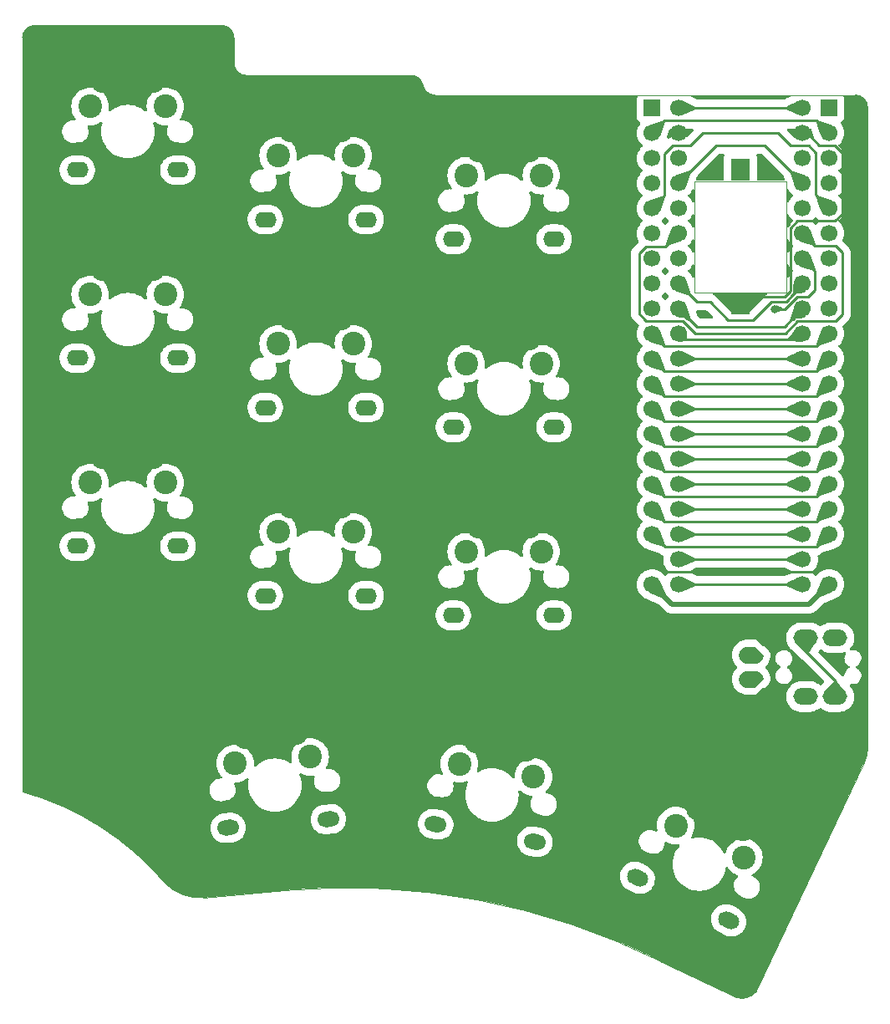
<source format=gbl>
%TF.GenerationSoftware,KiCad,Pcbnew,(7.0.0-0)*%
%TF.CreationDate,2023-05-01T13:52:14-07:00*%
%TF.ProjectId,keyboard_pcb,6b657962-6f61-4726-945f-7063622e6b69,rev1.0*%
%TF.SameCoordinates,PX78114e0PY44b6550*%
%TF.FileFunction,Copper,L2,Bot*%
%TF.FilePolarity,Positive*%
%FSLAX46Y46*%
G04 Gerber Fmt 4.6, Leading zero omitted, Abs format (unit mm)*
G04 Created by KiCad (PCBNEW (7.0.0-0)) date 2023-05-01 13:52:14*
%MOMM*%
%LPD*%
G01*
G04 APERTURE LIST*
G04 Aperture macros list*
%AMHorizOval*
0 Thick line with rounded ends*
0 $1 width*
0 $2 $3 position (X,Y) of the first rounded end (center of the circle)*
0 $4 $5 position (X,Y) of the second rounded end (center of the circle)*
0 Add line between two ends*
20,1,$1,$2,$3,$4,$5,0*
0 Add two circle primitives to create the rounded ends*
1,1,$1,$2,$3*
1,1,$1,$4,$5*%
%AMFreePoly0*
4,1,28,-0.850000,0.400000,0.000000,1.250000,0.114750,1.242219,0.293119,1.197860,0.457783,1.116195,0.601041,1.001041,0.716195,0.857783,0.797860,0.693119,0.842219,0.514750,0.850000,0.400000,0.850000,-0.400000,0.842219,-0.514750,0.797860,-0.693119,0.716195,-0.857783,0.601041,-1.001041,0.457783,-1.116195,0.293119,-1.197860,0.114750,-1.242219,0.000000,-1.250000,-0.114750,-1.242219,
-0.293119,-1.197860,-0.457783,-1.116195,-0.601041,-1.001041,-0.716195,-0.857783,-0.797860,-0.693119,-0.842219,-0.514750,-0.850000,-0.400000,-0.850000,0.400000,-0.850000,0.400000,$1*%
%AMFreePoly1*
4,1,28,-0.850000,0.400000,-0.842219,0.514750,-0.797860,0.693119,-0.716195,0.857783,-0.601041,1.001041,-0.457783,1.116195,-0.293119,1.197860,-0.114750,1.242219,0.000000,1.250000,0.850000,0.400000,0.850000,-0.400000,0.842219,-0.514750,0.797860,-0.693119,0.716195,-0.857783,0.601041,-1.001041,0.457783,-1.116195,0.293119,-1.197860,0.114750,-1.242219,0.000000,-1.250000,-0.114750,-1.242219,
-0.293119,-1.197860,-0.457783,-1.116195,-0.601041,-1.001041,-0.716195,-0.857783,-0.797860,-0.693119,-0.842219,-0.514750,-0.850000,-0.400000,-0.850000,0.400000,-0.850000,0.400000,$1*%
%AMFreePoly2*
4,1,28,-0.850000,0.400000,-0.842219,0.514750,-0.797860,0.693119,-0.716195,0.857783,-0.601041,1.001041,-0.457783,1.116195,-0.293119,1.197860,-0.114750,1.242219,0.000000,1.250000,0.114750,1.242219,0.293119,1.197860,0.457783,1.116195,0.601041,1.001041,0.716195,0.857783,0.797860,0.693119,0.842219,0.514750,0.850000,0.400000,0.850000,-0.400000,0.000000,-1.250000,-0.114750,-1.242219,
-0.293119,-1.197860,-0.457783,-1.116195,-0.601041,-1.001041,-0.716195,-0.857783,-0.797860,-0.693119,-0.842219,-0.514750,-0.850000,-0.400000,-0.850000,0.400000,-0.850000,0.400000,$1*%
%AMFreePoly3*
4,1,28,-0.850000,0.400000,-0.842219,0.514750,-0.797860,0.693119,-0.716195,0.857783,-0.601041,1.001041,-0.457783,1.116195,-0.293119,1.197860,-0.114750,1.242219,0.000000,1.250000,0.114750,1.242219,0.293119,1.197860,0.457783,1.116195,0.601041,1.001041,0.716195,0.857783,0.797860,0.693119,0.842219,0.514750,0.850000,0.400000,0.850000,-0.400000,0.842219,-0.514750,0.797860,-0.693119,
0.716195,-0.857783,0.601041,-1.001041,0.457783,-1.116195,0.293119,-1.197860,0.114750,-1.242219,0.000000,-1.250000,-0.850000,-0.400000,-0.850000,0.400000,-0.850000,0.400000,$1*%
G04 Aperture macros list end*
%TA.AperFunction,ComponentPad*%
%ADD10O,2.200000X1.600000*%
%TD*%
%TA.AperFunction,ComponentPad*%
%ADD11C,2.400000*%
%TD*%
%TA.AperFunction,ComponentPad*%
%ADD12HorizOval,1.500000X1.449945X-0.012653X-1.449945X0.012653X0*%
%TD*%
%TA.AperFunction,ComponentPad*%
%ADD13O,2.200000X1.500000*%
%TD*%
%TA.AperFunction,ComponentPad*%
%ADD14HorizOval,1.500000X1.449945X0.012653X-1.449945X-0.012653X0*%
%TD*%
%TA.AperFunction,ComponentPad*%
%ADD15HorizOval,1.600000X0.298858X0.026147X-0.298858X-0.026147X0*%
%TD*%
%TA.AperFunction,ComponentPad*%
%ADD16HorizOval,1.500000X1.445530X0.113766X-1.445530X-0.113766X0*%
%TD*%
%TA.AperFunction,ComponentPad*%
%ADD17HorizOval,1.500000X0.348668X0.030505X-0.348668X-0.030505X0*%
%TD*%
%TA.AperFunction,ComponentPad*%
%ADD18HorizOval,1.500000X1.443324X0.138976X-1.443324X-0.138976X0*%
%TD*%
%TA.AperFunction,ComponentPad*%
%ADD19FreePoly0,270.000000*%
%TD*%
%TA.AperFunction,ComponentPad*%
%ADD20FreePoly1,270.000000*%
%TD*%
%TA.AperFunction,ComponentPad*%
%ADD21FreePoly2,270.000000*%
%TD*%
%TA.AperFunction,ComponentPad*%
%ADD22FreePoly3,270.000000*%
%TD*%
%TA.AperFunction,ComponentPad*%
%ADD23O,2.500000X1.700000*%
%TD*%
%TA.AperFunction,ComponentPad*%
%ADD24C,0.400000*%
%TD*%
%TA.AperFunction,SMDPad,CuDef*%
%ADD25R,1.955800X2.311400*%
%TD*%
%TA.AperFunction,ComponentPad*%
%ADD26HorizOval,1.600000X0.271892X-0.126785X-0.271892X0.126785X0*%
%TD*%
%TA.AperFunction,ComponentPad*%
%ADD27HorizOval,1.500000X1.308749X-0.624241X-1.308749X0.624241X0*%
%TD*%
%TA.AperFunction,ComponentPad*%
%ADD28HorizOval,1.500000X0.317208X-0.147916X-0.317208X0.147916X0*%
%TD*%
%TA.AperFunction,ComponentPad*%
%ADD29HorizOval,1.500000X1.319444X-0.601305X-1.319444X0.601305X0*%
%TD*%
%TA.AperFunction,ComponentPad*%
%ADD30R,1.700000X1.700000*%
%TD*%
%TA.AperFunction,ComponentPad*%
%ADD31C,1.700000*%
%TD*%
%TA.AperFunction,ComponentPad*%
%ADD32HorizOval,1.600000X0.295442X-0.052094X-0.295442X0.052094X0*%
%TD*%
%TA.AperFunction,ComponentPad*%
%ADD33HorizOval,1.500000X1.425720X-0.264242X-1.425720X0.264242X0*%
%TD*%
%TA.AperFunction,ComponentPad*%
%ADD34HorizOval,1.500000X0.344683X-0.060777X-0.344683X0.060777X0*%
%TD*%
%TA.AperFunction,ComponentPad*%
%ADD35HorizOval,1.500000X1.430114X-0.239319X-1.430114X0.239319X0*%
%TD*%
%TA.AperFunction,ViaPad*%
%ADD36C,0.800000*%
%TD*%
%TA.AperFunction,Conductor*%
%ADD37C,0.500000*%
%TD*%
%TA.AperFunction,Conductor*%
%ADD38C,0.250000*%
%TD*%
%TA.AperFunction,Profile*%
%ADD39C,0.100000*%
%TD*%
%TA.AperFunction,Profile*%
%ADD40C,0.120000*%
%TD*%
G04 APERTURE END LIST*
D10*
%TO.P,K25,1*%
%TO.N,/k25*%
X32999999Y-29949999D03*
D11*
X34290000Y-23510000D03*
X41910000Y-23510000D03*
D10*
X43199999Y-29949999D03*
D12*
%TO.P,K25,2*%
%TO.N,GND*%
X34199957Y-20509598D03*
D11*
X35560000Y-20970000D03*
D13*
X38099999Y-31949999D03*
X38099999Y-31949999D03*
D11*
X40640000Y-20970000D03*
D14*
X42000041Y-20509598D03*
%TD*%
D10*
%TO.P,K24,1*%
%TO.N,/k24*%
X13949999Y-27949999D03*
D11*
X15240000Y-21510000D03*
X22860000Y-21510000D03*
D10*
X24149999Y-27949999D03*
D12*
%TO.P,K24,2*%
%TO.N,GND*%
X15149957Y-18509598D03*
D11*
X16510000Y-18970000D03*
D13*
X19049999Y-29949999D03*
X19049999Y-29949999D03*
D11*
X21590000Y-18970000D03*
D14*
X22950041Y-18509598D03*
%TD*%
D10*
%TO.P,K04,1*%
%TO.N,/k04*%
X13949999Y10149999D03*
D11*
X15240000Y16590000D03*
X22860000Y16590000D03*
D10*
X24149999Y10149999D03*
D12*
%TO.P,K04,2*%
%TO.N,GND*%
X15149957Y19590400D03*
D11*
X16510000Y19130000D03*
D13*
X19049999Y8149999D03*
X19049999Y8149999D03*
D11*
X21590000Y19130000D03*
D14*
X22950041Y19590400D03*
%TD*%
D15*
%TO.P,K30,1*%
%TO.N,/k30*%
X10159313Y-51479653D03*
D11*
X10883123Y-44951729D03*
X18474126Y-44287602D03*
D15*
X20320499Y-50590664D03*
D16*
%TO.P,K30,2*%
%TO.N,GND*%
X10531920Y-41970592D03*
D11*
X11926914Y-42310707D03*
D17*
X15414218Y-53027548D03*
X15414218Y-53027548D03*
D11*
X16987583Y-41867955D03*
D18*
X18302322Y-41290770D03*
%TD*%
D10*
%TO.P,K14,1*%
%TO.N,/k14*%
X13949999Y-8899999D03*
D11*
X15240000Y-2460000D03*
X22860000Y-2460000D03*
D10*
X24149999Y-8899999D03*
D12*
%TO.P,K14,2*%
%TO.N,GND*%
X15149957Y540400D03*
D11*
X16510000Y80000D03*
D13*
X19049999Y-10899999D03*
X19049999Y-10899999D03*
D11*
X21590000Y80000D03*
D14*
X22950041Y540400D03*
%TD*%
D10*
%TO.P,K23,1*%
%TO.N,/k23*%
X-5099999Y-22949999D03*
D11*
X-3810000Y-16510000D03*
X3810000Y-16510000D03*
D10*
X5099999Y-22949999D03*
D12*
%TO.P,K23,2*%
%TO.N,GND*%
X-3900041Y-13509598D03*
D11*
X-2540000Y-13970000D03*
D13*
X0Y-24949999D03*
X0Y-24949999D03*
D11*
X2540000Y-13970000D03*
D14*
X3900041Y-13509598D03*
%TD*%
D10*
%TO.P,K03,1*%
%TO.N,/k03*%
X-5099999Y15149999D03*
D11*
X-3810000Y21590000D03*
X3810000Y21590000D03*
D10*
X5099999Y15149999D03*
D12*
%TO.P,K03,2*%
%TO.N,GND*%
X-3900041Y24590400D03*
D11*
X-2540000Y24130000D03*
D13*
X0Y13149999D03*
X0Y13149999D03*
D11*
X2540000Y24130000D03*
D14*
X3900041Y24590400D03*
%TD*%
D19*
%TO.P,J1,1,SLEEVE*%
%TO.N,+3V3*%
X63159999Y-33969999D03*
D20*
X63159999Y-36419999D03*
D21*
%TO.P,J1,2,TIP*%
%TO.N,GND*%
X64659999Y-32219999D03*
D22*
X64659999Y-38169999D03*
D23*
%TO.P,J1,3,RING1*%
%TO.N,/RX*%
X68659999Y-32219999D03*
X71659999Y-38169999D03*
%TO.P,J1,4,RING2*%
%TO.N,/TX*%
X71659999Y-32219999D03*
X68659999Y-38169999D03*
%TD*%
D24*
%TO.P,LS1,1,1*%
%TO.N,AUDIO*%
X62085000Y15189000D03*
D25*
X62084999Y15188999D03*
D24*
%TO.P,LS1,2,2*%
%TO.N,GND*%
X62085000Y1600000D03*
D25*
X62084999Y1599999D03*
%TD*%
D10*
%TO.P,K15,1*%
%TO.N,/k15*%
X32999999Y-10899999D03*
D11*
X34290000Y-4460000D03*
X41910000Y-4460000D03*
D10*
X43199999Y-10899999D03*
D12*
%TO.P,K15,2*%
%TO.N,GND*%
X34199957Y-1459598D03*
D11*
X35560000Y-1920000D03*
D13*
X38099999Y-12899999D03*
X38099999Y-12899999D03*
D11*
X40640000Y-1920000D03*
D14*
X42000041Y-1459598D03*
%TD*%
D26*
%TO.P,K32,1*%
%TO.N,/k32*%
X51629618Y-56529246D03*
D11*
X55520418Y-51237803D03*
X62426483Y-54458154D03*
D26*
X60873957Y-60839953D03*
D27*
%TO.P,K32,2*%
%TO.N,GND*%
X56706835Y-48480461D03*
D11*
X57744879Y-49472506D03*
D28*
X55406551Y-60497215D03*
X55406551Y-60497215D03*
D11*
X62348923Y-51619407D03*
D29*
X63776112Y-51776919D03*
%TD*%
D30*
%TO.P,U1,1,PB12*%
%TO.N,AUDIO*%
X53134999Y21429999D03*
X71034999Y21449999D03*
D31*
%TO.P,U1,2,PB13*%
%TO.N,/k05*%
X53135000Y18890000D03*
X71035000Y18910000D03*
%TO.P,U1,3,PB14*%
%TO.N,/k04*%
X53135000Y16350000D03*
X71035000Y16370000D03*
%TO.P,U1,4,PB15*%
%TO.N,/k03*%
X53135000Y13810000D03*
X71035000Y13830000D03*
%TO.P,U1,5,PA8*%
%TO.N,/k02*%
X53135000Y11270000D03*
X71035000Y11290000D03*
%TO.P,U1,6,PA9*%
%TO.N,unconnected-(U1-PA9-Pad6)*%
X53135000Y8730000D03*
X71035000Y8750000D03*
%TO.P,U1,7,PA10*%
%TO.N,unconnected-(U1-PA10-Pad7)*%
X53135000Y6190000D03*
X71035000Y6210000D03*
%TO.P,U1,8,PA11*%
%TO.N,unconnected-(U1-PA11-Pad8)*%
X53135000Y3650000D03*
X71035000Y3670000D03*
%TO.P,U1,9,PA12*%
%TO.N,unconnected-(U1-PA12-Pad9)*%
X53135000Y1110000D03*
X71035000Y1130000D03*
%TO.P,U1,10,PA15*%
%TO.N,/k15*%
X53135000Y-1430000D03*
X71035000Y-1410000D03*
%TO.P,U1,11,PB3*%
%TO.N,/k14*%
X53135000Y-3970000D03*
X71035000Y-3950000D03*
%TO.P,U1,12,PB4*%
%TO.N,/k13*%
X53135000Y-6510000D03*
X71035000Y-6490000D03*
%TO.P,U1,13,PB5*%
%TO.N,/k12*%
X53135000Y-9050000D03*
X71035000Y-9030000D03*
%TO.P,U1,14,PB6*%
%TO.N,/TX*%
X53135000Y-11590000D03*
X71035000Y-11570000D03*
%TO.P,U1,15,PB7*%
%TO.N,/RX*%
X53135000Y-14130000D03*
X71035000Y-14110000D03*
%TO.P,U1,16,PB8*%
%TO.N,/k11*%
X53135000Y-16670000D03*
X71035000Y-16650000D03*
%TO.P,U1,17,PB9*%
%TO.N,/k10*%
X53135000Y-19210000D03*
X71035000Y-19190000D03*
%TO.P,U1,18,5V*%
%TO.N,unconnected-(U1-5V-Pad18)*%
X53135000Y-21750000D03*
X71035000Y-21730000D03*
%TO.P,U1,19,GND*%
%TO.N,GND*%
X53135000Y-24290000D03*
X71035000Y-24270000D03*
%TO.P,U1,20,3V3*%
%TO.N,+3V3*%
X53135000Y-26830000D03*
X71035000Y-26810000D03*
%TO.P,U1,21,VBat*%
%TO.N,unconnected-(U1-VBat-Pad21)*%
X55795000Y-26810000D03*
X68375000Y-26830000D03*
%TO.P,U1,22,PC13*%
%TO.N,unconnected-(U1-PC13-Pad22)*%
X55795000Y-24270000D03*
X68375000Y-24290000D03*
%TO.P,U1,23,PC14*%
%TO.N,unconnected-(U1-PC14-Pad23)*%
X55795000Y-21730000D03*
X68375000Y-21750000D03*
%TO.P,U1,24,PC15*%
%TO.N,unconnected-(U1-PC15-Pad24)*%
X55795000Y-19190000D03*
X68375000Y-19210000D03*
%TO.P,U1,25,RES*%
%TO.N,unconnected-(U1-RES-Pad25)*%
X55795000Y-16650000D03*
X68375000Y-16670000D03*
%TO.P,U1,26,PA0*%
%TO.N,/k32*%
X55795000Y-14110000D03*
X68375000Y-14130000D03*
%TO.P,U1,27,PA1*%
%TO.N,/k31*%
X55795000Y-11570000D03*
X68375000Y-11590000D03*
%TO.P,U1,28,PA2*%
%TO.N,/k30*%
X55795000Y-9030000D03*
X68375000Y-9050000D03*
%TO.P,U1,29,PA3*%
%TO.N,/k20*%
X55795000Y-6490000D03*
X68375000Y-6510000D03*
%TO.P,U1,30,PA4*%
%TO.N,/k21*%
X55795000Y-3950000D03*
X68375000Y-3970000D03*
%TO.P,U1,31,PA5*%
%TO.N,/k22*%
X55795000Y-1410000D03*
X68375000Y-1430000D03*
%TO.P,U1,32,PA6*%
%TO.N,/k23*%
X55795000Y1130000D03*
X68375000Y1110000D03*
%TO.P,U1,33,PA7*%
%TO.N,/k24*%
X55795000Y3670000D03*
X68375000Y3650000D03*
%TO.P,U1,34,PB0*%
%TO.N,/k25*%
X55795000Y6210000D03*
X68375000Y6190000D03*
%TO.P,U1,35,PB1*%
%TO.N,/k00*%
X55795000Y8750000D03*
X68375000Y8730000D03*
%TO.P,U1,36,PB2*%
%TO.N,unconnected-(U1-PB2-Pad36)*%
X55795000Y11290000D03*
X68375000Y11270000D03*
%TO.P,U1,37,PB10*%
%TO.N,/k01*%
X55795000Y13830000D03*
X68375000Y13810000D03*
%TO.P,U1,38,3V3*%
%TO.N,+3V3*%
X55795000Y16370000D03*
X68375000Y16350000D03*
%TO.P,U1,39,GND*%
%TO.N,GND*%
X55795000Y18910000D03*
X68375000Y18890000D03*
%TO.P,U1,40,5V*%
%TO.N,unconnected-(U1-5V-Pad40)*%
X55795000Y21450000D03*
X68375000Y21430000D03*
%TD*%
D10*
%TO.P,K05,1*%
%TO.N,/k05*%
X32999999Y8149999D03*
D11*
X34290000Y14590000D03*
X41910000Y14590000D03*
D10*
X43199999Y8149999D03*
D12*
%TO.P,K05,2*%
%TO.N,GND*%
X34199957Y17590400D03*
D11*
X35560000Y17130000D03*
D13*
X38099999Y6149999D03*
X38099999Y6149999D03*
D11*
X40640000Y17130000D03*
D14*
X42000041Y17590400D03*
%TD*%
D10*
%TO.P,K13,1*%
%TO.N,/k13*%
X-5099999Y-3899999D03*
D11*
X-3810000Y2540000D03*
X3810000Y2540000D03*
D10*
X5099999Y-3899999D03*
D12*
%TO.P,K13,2*%
%TO.N,GND*%
X-3900041Y5540400D03*
D11*
X-2540000Y5080000D03*
D13*
X0Y-5899999D03*
X0Y-5899999D03*
D11*
X2540000Y5080000D03*
D14*
X3900041Y5540400D03*
%TD*%
D32*
%TO.P,K31,1*%
%TO.N,/k31*%
X31200252Y-51105144D03*
D11*
X33588949Y-44986989D03*
X41093184Y-46310188D03*
D32*
X41245291Y-52876355D03*
D33*
%TO.P,K31,2*%
%TO.N,GND*%
X34021288Y-42016534D03*
D11*
X35280721Y-42706110D03*
D34*
X35875475Y-53960365D03*
X35875475Y-53960365D03*
D11*
X40283544Y-43588243D03*
D35*
X41702871Y-43371005D03*
%TD*%
D36*
%TO.N,/k25*%
X65535000Y1075500D03*
%TD*%
D37*
%TO.N,+3V3*%
X53135000Y-26830000D02*
X55105000Y-28800000D01*
X69045000Y-28800000D02*
X71035000Y-26810000D01*
X55105000Y-28800000D02*
X69045000Y-28800000D01*
D38*
%TO.N,GND*%
X72380000Y16920000D02*
X72380000Y10730000D01*
X54385000Y-25540000D02*
X69765000Y-25540000D01*
X70070000Y17640000D02*
X71660000Y17640000D01*
X53135000Y-24290000D02*
X54385000Y-25540000D01*
X67110000Y2870000D02*
X66520000Y2280000D01*
X67110000Y9270000D02*
X67110000Y2870000D01*
X72380000Y10730000D02*
X71650000Y10000000D01*
X71660000Y17640000D02*
X72380000Y16920000D01*
X71650000Y10000000D02*
X67840000Y10000000D01*
X67840000Y10000000D02*
X67110000Y9270000D01*
X69765000Y-25540000D02*
X71035000Y-24270000D01*
X66520000Y2280000D02*
X62765000Y2280000D01*
X66750000Y-25479022D02*
X66764511Y-25464511D01*
X68820000Y18890000D02*
X70070000Y17640000D01*
%TO.N,/TX*%
X69745000Y-12860000D02*
X71035000Y-11570000D01*
X53135000Y-11590000D02*
X54405000Y-12860000D01*
X54405000Y-12860000D02*
X69745000Y-12860000D01*
%TO.N,/RX*%
X54395000Y-15390000D02*
X69755000Y-15390000D01*
X53135000Y-14130000D02*
X54395000Y-15390000D01*
X71760000Y-36650000D02*
X71760000Y-38370000D01*
X68760000Y-31670000D02*
X68760000Y-33650000D01*
X68760000Y-33650000D02*
X71760000Y-36650000D01*
X69755000Y-15390000D02*
X71035000Y-14110000D01*
%TO.N,/k00*%
X51800000Y593300D02*
X52441650Y-48350D01*
X71730000Y7480000D02*
X72400000Y6810000D01*
X68375000Y8730000D02*
X69625000Y7480000D01*
X72400000Y6810000D02*
X72400000Y530000D01*
X54475000Y7430000D02*
X52510000Y7430000D01*
X55795000Y8750000D02*
X54475000Y7430000D01*
X66660000Y-1370000D02*
X57480000Y-1370000D01*
X67860000Y-170000D02*
X66660000Y-1370000D01*
X71700000Y-170000D02*
X67860000Y-170000D01*
X52510000Y7430000D02*
X51800000Y6720000D01*
X52523300Y-130000D02*
X52441650Y-48350D01*
X51800000Y6720000D02*
X51800000Y593300D01*
X57480000Y-1370000D02*
X56240000Y-130000D01*
X72400000Y530000D02*
X71700000Y-170000D01*
X69625000Y7480000D02*
X71730000Y7480000D01*
X56240000Y-130000D02*
X52523300Y-130000D01*
%TO.N,/k01*%
X59595000Y17630000D02*
X64555000Y17630000D01*
X64555000Y17630000D02*
X68375000Y13810000D01*
X55795000Y13830000D02*
X59595000Y17630000D01*
%TO.N,/k02*%
X65880000Y18890000D02*
X58250000Y18890000D01*
X68990000Y17610000D02*
X67160000Y17610000D01*
X57010000Y17650000D02*
X55250000Y17650000D01*
X71035000Y11290000D02*
X69695490Y12629510D01*
X58250000Y18890000D02*
X57010000Y17650000D01*
X69695490Y12629510D02*
X69695490Y16904510D01*
X67160000Y17610000D02*
X65880000Y18890000D01*
X54402500Y16802500D02*
X54402500Y12537500D01*
X69695490Y16904510D02*
X68990000Y17610000D01*
X54402500Y12537500D02*
X53135000Y11270000D01*
X55250000Y17650000D02*
X54402500Y16802500D01*
%TO.N,/k05*%
X54405000Y20160000D02*
X69785000Y20160000D01*
X53135000Y18890000D02*
X54405000Y20160000D01*
X69785000Y20160000D02*
X71035000Y18910000D01*
%TO.N,/k10*%
X53135000Y-19210000D02*
X54405000Y-20480000D01*
X54405000Y-20480000D02*
X69745000Y-20480000D01*
X69745000Y-20480000D02*
X71035000Y-19190000D01*
%TO.N,/k11*%
X53135000Y-16670000D02*
X54405000Y-17940000D01*
X69745000Y-17940000D02*
X71035000Y-16650000D01*
X54405000Y-17940000D02*
X69745000Y-17940000D01*
%TO.N,/k12*%
X53135000Y-9050000D02*
X54395000Y-10310000D01*
X54395000Y-10310000D02*
X69755000Y-10310000D01*
X69755000Y-10310000D02*
X71035000Y-9030000D01*
%TO.N,/k13*%
X54395000Y-7770000D02*
X69755000Y-7770000D01*
X69755000Y-7770000D02*
X71035000Y-6490000D01*
X53135000Y-6510000D02*
X54395000Y-7770000D01*
%TO.N,/k14*%
X69755000Y-5230000D02*
X71035000Y-3950000D01*
X54395000Y-5230000D02*
X69755000Y-5230000D01*
X53135000Y-3970000D02*
X54395000Y-5230000D01*
%TO.N,/k15*%
X53135000Y-1430000D02*
X54405000Y-2700000D01*
X54405000Y-2700000D02*
X69745000Y-2700000D01*
X69745000Y-2700000D02*
X71035000Y-1410000D01*
%TO.N,/k20*%
X55795000Y-6490000D02*
X68355000Y-6490000D01*
%TO.N,/k21*%
X55795000Y-3950000D02*
X68355000Y-3950000D01*
%TO.N,/k22*%
X67895000Y-1910000D02*
X67895000Y-2035000D01*
X56660000Y-2035000D02*
X67895000Y-2035000D01*
X56420000Y-2035000D02*
X56660000Y-2035000D01*
X55795000Y-1410000D02*
X56420000Y-2035000D01*
%TO.N,/k23*%
X68375000Y1110000D02*
X66560000Y-705000D01*
X55795000Y1130000D02*
X57630000Y-705000D01*
X57630000Y-705000D02*
X57700000Y-705000D01*
X67775499Y510499D02*
X67955000Y690000D01*
X57700000Y-705000D02*
X66560000Y-705000D01*
%TO.N,/k24*%
X58980000Y1770000D02*
X57695000Y1770000D01*
X60790000Y-40000D02*
X58980000Y1770000D01*
X57695000Y1770000D02*
X55795000Y3670000D01*
X68375000Y3499310D02*
X66706189Y1830499D01*
X66665690Y1800000D02*
X65170000Y1800000D01*
X66696189Y1830499D02*
X66665690Y1800000D01*
X65170000Y1800000D02*
X63330000Y-40000D01*
X63330000Y-40000D02*
X60790000Y-40000D01*
X66706189Y1830499D02*
X66696189Y1830499D01*
%TO.N,/k25*%
X69627500Y2987500D02*
X68960345Y2320345D01*
X69627500Y4937500D02*
X68375000Y6190000D01*
X66586880Y1075500D02*
X65535000Y1075500D01*
X69635000Y4930000D02*
X69627500Y4937500D01*
X67831725Y2320345D02*
X66586880Y1075500D01*
X69627500Y4937500D02*
X69627500Y2987500D01*
X68960345Y2320345D02*
X67831725Y2320345D01*
%TO.N,/k30*%
X55795000Y-9030000D02*
X68355000Y-9030000D01*
%TO.N,/k31*%
X55795000Y-11570000D02*
X68355000Y-11570000D01*
%TO.N,/k32*%
X55795000Y-14110000D02*
X68355000Y-14110000D01*
%TO.N,unconnected-(U1-5V-Pad18)*%
X54415000Y-23030000D02*
X69735000Y-23030000D01*
X53135000Y-21750000D02*
X54415000Y-23030000D01*
X69735000Y-23030000D02*
X71035000Y-21730000D01*
%TO.N,unconnected-(U1-VBat-Pad21)*%
X55795000Y-26810000D02*
X68355000Y-26810000D01*
%TO.N,unconnected-(U1-PC13-Pad22)*%
X55795000Y-24270000D02*
X68355000Y-24270000D01*
%TO.N,unconnected-(U1-PC14-Pad23)*%
X55795000Y-21730000D02*
X68355000Y-21730000D01*
%TO.N,unconnected-(U1-PC15-Pad24)*%
X55795000Y-19190000D02*
X68355000Y-19190000D01*
%TO.N,unconnected-(U1-RES-Pad25)*%
X55795000Y-16650000D02*
X68355000Y-16650000D01*
%TO.N,unconnected-(U1-5V-Pad40)*%
X55795000Y21450000D02*
X68355000Y21450000D01*
%TD*%
%TA.AperFunction,Conductor*%
%TO.N,GND*%
G36*
X9534851Y29805671D02*
G01*
X9586566Y29801601D01*
X9587313Y29801538D01*
X9722048Y29789750D01*
X9740161Y29786801D01*
X9817158Y29768316D01*
X9820198Y29767544D01*
X9921889Y29740296D01*
X9937242Y29735083D01*
X9937252Y29735079D01*
X10015539Y29702652D01*
X10020459Y29700488D01*
X10110780Y29658370D01*
X10123164Y29651715D01*
X10197198Y29606347D01*
X10203531Y29602195D01*
X10283528Y29546181D01*
X10292924Y29538907D01*
X10359568Y29481987D01*
X10366701Y29475393D01*
X10435391Y29406703D01*
X10441988Y29399567D01*
X10498901Y29332930D01*
X10506179Y29323530D01*
X10562193Y29243533D01*
X10566345Y29237200D01*
X10611713Y29163166D01*
X10618368Y29150782D01*
X10660475Y29060485D01*
X10662654Y29055531D01*
X10695081Y28977244D01*
X10700295Y28961886D01*
X10727530Y28860244D01*
X10728329Y28857098D01*
X10746796Y28780179D01*
X10749750Y28762038D01*
X10761522Y28627485D01*
X10761612Y28626409D01*
X10765670Y28574856D01*
X10766052Y28565128D01*
X10766052Y25979901D01*
X10766076Y25979841D01*
X10766083Y25979778D01*
X10766107Y25887715D01*
X10766107Y25887707D01*
X10766109Y25882831D01*
X10766874Y25878015D01*
X10766875Y25878008D01*
X10795842Y25695737D01*
X10796611Y25690901D01*
X10856861Y25506138D01*
X10945363Y25333122D01*
X11059924Y25176141D01*
X11197705Y25039087D01*
X11201659Y25036234D01*
X11201663Y25036230D01*
X11259910Y24994193D01*
X11355290Y24925357D01*
X11440308Y24882434D01*
X11524404Y24839976D01*
X11524406Y24839975D01*
X11528772Y24837771D01*
X11533424Y24836282D01*
X11533427Y24836280D01*
X11582274Y24820637D01*
X11713851Y24778499D01*
X11718682Y24777758D01*
X11718684Y24777757D01*
X11740576Y24774397D01*
X11905939Y24749012D01*
X12002708Y24749498D01*
X12003332Y24749500D01*
X28685303Y24749500D01*
X28694670Y24749146D01*
X28696109Y24749037D01*
X28742285Y24745538D01*
X28742929Y24745486D01*
X28876321Y24734107D01*
X28893658Y24731381D01*
X28967634Y24714300D01*
X28970927Y24713491D01*
X29070736Y24687443D01*
X29085170Y24682711D01*
X29160992Y24652585D01*
X29166333Y24650316D01*
X29255159Y24610064D01*
X29266579Y24604155D01*
X29338704Y24561947D01*
X29345594Y24557603D01*
X29424876Y24503867D01*
X29433334Y24497593D01*
X29458322Y24477355D01*
X29498666Y24444680D01*
X29506573Y24437698D01*
X29575567Y24371350D01*
X29581289Y24365471D01*
X29637543Y24303710D01*
X29645717Y24293741D01*
X29703512Y24215261D01*
X29706873Y24210463D01*
X29752082Y24142574D01*
X29759724Y24129411D01*
X29805884Y24037303D01*
X29807415Y24034136D01*
X29839476Y23965358D01*
X29845754Y23948941D01*
X29884700Y23820468D01*
X29885033Y23819350D01*
X29897674Y23776192D01*
X29900663Y23763579D01*
X29916597Y23676189D01*
X29979105Y23496200D01*
X30068578Y23327981D01*
X30071450Y23324151D01*
X30071455Y23324143D01*
X30179999Y23179386D01*
X30180003Y23179382D01*
X30182882Y23175542D01*
X30319292Y23042517D01*
X30323193Y23039742D01*
X30323197Y23039739D01*
X30415498Y22974086D01*
X30474555Y22932079D01*
X30644969Y22846861D01*
X30826471Y22788894D01*
X31014733Y22759561D01*
X31110000Y22759499D01*
X31110496Y22759499D01*
X31110500Y22759499D01*
X31110504Y22759500D01*
X51536459Y22759500D01*
X51598996Y22742576D01*
X51644461Y22696422D01*
X51660445Y22633638D01*
X51646179Y22583900D01*
X51648480Y22582864D01*
X51645400Y22576022D01*
X51641522Y22569606D01*
X51639292Y22562452D01*
X51639292Y22562450D01*
X51592864Y22413458D01*
X51592861Y22413447D01*
X51590914Y22407196D01*
X51590320Y22400665D01*
X51590320Y22400662D01*
X51586318Y22356616D01*
X51584500Y22336616D01*
X51584500Y20523384D01*
X51584754Y20520581D01*
X51584755Y20520575D01*
X51589096Y20472804D01*
X51590914Y20452804D01*
X51592862Y20446552D01*
X51592864Y20446543D01*
X51609274Y20393883D01*
X51641522Y20290394D01*
X51645399Y20283980D01*
X51645400Y20283979D01*
X51717437Y20164815D01*
X51729528Y20144815D01*
X51849815Y20024528D01*
X51856233Y20020649D01*
X51856232Y20020649D01*
X51866675Y20014336D01*
X51905315Y19977577D01*
X51924941Y19927988D01*
X51921923Y19874742D01*
X51896819Y19827688D01*
X51876741Y19804179D01*
X51874200Y19800034D01*
X51874193Y19800023D01*
X51764025Y19620244D01*
X51749223Y19596089D01*
X51747363Y19591600D01*
X51747357Y19591587D01*
X51657694Y19375118D01*
X51655828Y19370612D01*
X51654691Y19365880D01*
X51654690Y19365874D01*
X51599989Y19138032D01*
X51599987Y19138025D01*
X51598854Y19133302D01*
X51598472Y19128458D01*
X51598472Y19128453D01*
X51596438Y19102602D01*
X51579706Y18890000D01*
X51580088Y18885146D01*
X51595118Y18694161D01*
X51598854Y18646698D01*
X51599988Y18641974D01*
X51599989Y18641969D01*
X51652108Y18424883D01*
X51655828Y18409388D01*
X51657693Y18404884D01*
X51657694Y18404883D01*
X51747357Y18188414D01*
X51747361Y18188406D01*
X51749223Y18183911D01*
X51876741Y17975821D01*
X51879905Y17972116D01*
X51879909Y17972111D01*
X51994671Y17837742D01*
X52035241Y17790241D01*
X52124171Y17714288D01*
X52156246Y17671915D01*
X52167637Y17620002D01*
X52156247Y17568088D01*
X52124169Y17525711D01*
X52038943Y17452921D01*
X52035241Y17449759D01*
X52032080Y17446059D01*
X52032074Y17446052D01*
X51879909Y17267890D01*
X51879900Y17267879D01*
X51876741Y17264179D01*
X51874198Y17260030D01*
X51874192Y17260021D01*
X51792555Y17126801D01*
X51749223Y17056089D01*
X51747363Y17051600D01*
X51747357Y17051587D01*
X51657694Y16835118D01*
X51655828Y16830612D01*
X51654691Y16825880D01*
X51654690Y16825874D01*
X51599989Y16598032D01*
X51599987Y16598025D01*
X51598854Y16593302D01*
X51598472Y16588458D01*
X51598472Y16588453D01*
X51589619Y16475961D01*
X51579706Y16350000D01*
X51580088Y16345146D01*
X51593229Y16178163D01*
X51598854Y16106698D01*
X51599988Y16101974D01*
X51599989Y16101969D01*
X51651026Y15889388D01*
X51655828Y15869388D01*
X51657693Y15864884D01*
X51657694Y15864883D01*
X51747357Y15648414D01*
X51747361Y15648406D01*
X51749223Y15643911D01*
X51876741Y15435821D01*
X51879905Y15432116D01*
X51879909Y15432111D01*
X52005265Y15285338D01*
X52035241Y15250241D01*
X52124170Y15174289D01*
X52156247Y15131914D01*
X52167637Y15080000D01*
X52156247Y15028086D01*
X52124170Y14985712D01*
X52035241Y14909759D01*
X52032080Y14906059D01*
X52032074Y14906052D01*
X51879909Y14727890D01*
X51879900Y14727879D01*
X51876741Y14724179D01*
X51874198Y14720030D01*
X51874192Y14720021D01*
X51752100Y14520784D01*
X51749223Y14516089D01*
X51747363Y14511600D01*
X51747357Y14511587D01*
X51661700Y14304789D01*
X51655828Y14290612D01*
X51654691Y14285880D01*
X51654690Y14285874D01*
X51599989Y14058032D01*
X51599987Y14058025D01*
X51598854Y14053302D01*
X51598472Y14048458D01*
X51598472Y14048453D01*
X51590655Y13949119D01*
X51579706Y13810000D01*
X51580088Y13805146D01*
X51597363Y13585636D01*
X51598854Y13566698D01*
X51599988Y13561974D01*
X51599989Y13561969D01*
X51654690Y13334127D01*
X51655828Y13329388D01*
X51657693Y13324884D01*
X51657694Y13324883D01*
X51747357Y13108414D01*
X51747361Y13108406D01*
X51749223Y13103911D01*
X51815889Y12995123D01*
X51865775Y12913715D01*
X51876741Y12895821D01*
X51879905Y12892116D01*
X51879909Y12892111D01*
X51967534Y12789516D01*
X52035241Y12710241D01*
X52124170Y12634289D01*
X52156247Y12591914D01*
X52167637Y12540000D01*
X52156247Y12488086D01*
X52124170Y12445712D01*
X52035241Y12369759D01*
X52032080Y12366059D01*
X52032074Y12366052D01*
X51879909Y12187890D01*
X51879900Y12187879D01*
X51876741Y12184179D01*
X51874198Y12180030D01*
X51874192Y12180021D01*
X51779166Y12024952D01*
X51749223Y11976089D01*
X51747363Y11971600D01*
X51747357Y11971587D01*
X51657694Y11755118D01*
X51655828Y11750612D01*
X51654691Y11745880D01*
X51654690Y11745874D01*
X51599989Y11518032D01*
X51599987Y11518025D01*
X51598854Y11513302D01*
X51598472Y11508458D01*
X51598472Y11508453D01*
X51584797Y11334689D01*
X51579706Y11270000D01*
X51580088Y11265146D01*
X51595824Y11065191D01*
X51598854Y11026698D01*
X51599988Y11021974D01*
X51599989Y11021969D01*
X51651026Y10809388D01*
X51655828Y10789388D01*
X51657693Y10784884D01*
X51657694Y10784883D01*
X51747357Y10568414D01*
X51747361Y10568406D01*
X51749223Y10563911D01*
X51798872Y10482892D01*
X51860153Y10382889D01*
X51876741Y10355821D01*
X51879905Y10352116D01*
X51879909Y10352111D01*
X52018159Y10190241D01*
X52035241Y10170241D01*
X52124170Y10094289D01*
X52156247Y10051914D01*
X52167637Y10000000D01*
X52156247Y9948086D01*
X52124170Y9905712D01*
X52035241Y9829759D01*
X52032080Y9826059D01*
X52032074Y9826052D01*
X51879909Y9647890D01*
X51879900Y9647879D01*
X51876741Y9644179D01*
X51874198Y9640030D01*
X51874192Y9640021D01*
X51768126Y9466936D01*
X51749223Y9436089D01*
X51747363Y9431600D01*
X51747357Y9431587D01*
X51657694Y9215118D01*
X51655828Y9210612D01*
X51654691Y9205880D01*
X51654690Y9205874D01*
X51599989Y8978032D01*
X51599987Y8978025D01*
X51598854Y8973302D01*
X51598472Y8968458D01*
X51598472Y8968453D01*
X51582013Y8759317D01*
X51579706Y8730000D01*
X51580088Y8725146D01*
X51595881Y8524466D01*
X51598854Y8486698D01*
X51599988Y8481974D01*
X51599989Y8481969D01*
X51654690Y8254127D01*
X51655828Y8249388D01*
X51657693Y8244884D01*
X51657694Y8244883D01*
X51747357Y8028414D01*
X51747361Y8028406D01*
X51749223Y8023911D01*
X51751765Y8019763D01*
X51769297Y7991153D01*
X51786889Y7939325D01*
X51780455Y7884972D01*
X51751249Y7838684D01*
X51243572Y7331008D01*
X51236169Y7324183D01*
X51202282Y7295398D01*
X51202278Y7295395D01*
X51197157Y7291044D01*
X51193093Y7285699D01*
X51193091Y7285696D01*
X51150608Y7229810D01*
X51148555Y7227185D01*
X51100347Y7167209D01*
X51097366Y7161202D01*
X51094912Y7157361D01*
X51092554Y7153444D01*
X51088493Y7148099D01*
X51085674Y7142008D01*
X51085669Y7141998D01*
X51056180Y7078261D01*
X51054731Y7075238D01*
X51023555Y7012375D01*
X51023552Y7012368D01*
X51020568Y7006350D01*
X51018947Y6999836D01*
X51017354Y6995499D01*
X51015913Y6991223D01*
X51013099Y6985138D01*
X51011656Y6978587D01*
X51011653Y6978575D01*
X50996557Y6909996D01*
X50995792Y6906732D01*
X50978857Y6838632D01*
X50978855Y6838620D01*
X50977234Y6832100D01*
X50977052Y6825388D01*
X50976429Y6820816D01*
X50975941Y6816329D01*
X50974500Y6809779D01*
X50974500Y6803059D01*
X50974500Y6732886D01*
X50974455Y6729529D01*
X50972371Y6652608D01*
X50973638Y6646002D01*
X50974091Y6640449D01*
X50974500Y6630382D01*
X50974500Y631895D01*
X50974091Y621832D01*
X50970482Y577520D01*
X50970482Y577512D01*
X50969937Y570815D01*
X50970844Y564151D01*
X50970845Y564148D01*
X50980318Y494609D01*
X50980726Y491282D01*
X50988319Y421474D01*
X50988320Y421470D01*
X50989046Y414795D01*
X50991189Y408433D01*
X50992171Y403975D01*
X50993270Y399555D01*
X50994177Y392900D01*
X50996493Y386596D01*
X50996494Y386592D01*
X51020699Y320706D01*
X51021814Y317540D01*
X51042957Y254789D01*
X51046378Y244638D01*
X51049837Y238889D01*
X51051734Y234788D01*
X51053777Y230668D01*
X51056096Y224358D01*
X51097545Y159511D01*
X51099281Y156712D01*
X51138950Y90783D01*
X51143570Y85906D01*
X51146324Y82282D01*
X51149181Y78728D01*
X51152800Y73067D01*
X51157553Y68314D01*
X51157554Y68313D01*
X51207173Y18694D01*
X51209516Y16287D01*
X51262431Y-39575D01*
X51267996Y-43348D01*
X51272252Y-46963D01*
X51279656Y-53789D01*
X51756304Y-530438D01*
X51785509Y-576724D01*
X51791943Y-631077D01*
X51774350Y-682905D01*
X51751770Y-719752D01*
X51751762Y-719767D01*
X51749223Y-723911D01*
X51747361Y-728405D01*
X51747358Y-728412D01*
X51657694Y-944882D01*
X51655828Y-949388D01*
X51654691Y-954120D01*
X51654690Y-954126D01*
X51599989Y-1181968D01*
X51599987Y-1181975D01*
X51598854Y-1186698D01*
X51598472Y-1191542D01*
X51598472Y-1191547D01*
X51593568Y-1253864D01*
X51579706Y-1430000D01*
X51598854Y-1673302D01*
X51599988Y-1678026D01*
X51599989Y-1678031D01*
X51651026Y-1890612D01*
X51655828Y-1910612D01*
X51657693Y-1915116D01*
X51657694Y-1915117D01*
X51747357Y-2131586D01*
X51747361Y-2131594D01*
X51749223Y-2136089D01*
X51818031Y-2248374D01*
X51858838Y-2314965D01*
X51876741Y-2344179D01*
X51879905Y-2347884D01*
X51879909Y-2347889D01*
X51988197Y-2474678D01*
X52035241Y-2529759D01*
X52124170Y-2605711D01*
X52156247Y-2648086D01*
X52167637Y-2700000D01*
X52156247Y-2751914D01*
X52124170Y-2794288D01*
X52035241Y-2870241D01*
X52032080Y-2873941D01*
X52032074Y-2873948D01*
X51879909Y-3052110D01*
X51879900Y-3052121D01*
X51876741Y-3055821D01*
X51874198Y-3059970D01*
X51874192Y-3059979D01*
X51754437Y-3255402D01*
X51749223Y-3263911D01*
X51747363Y-3268400D01*
X51747357Y-3268413D01*
X51657694Y-3484882D01*
X51655828Y-3489388D01*
X51654691Y-3494120D01*
X51654690Y-3494126D01*
X51599989Y-3721968D01*
X51599987Y-3721975D01*
X51598854Y-3726698D01*
X51598472Y-3731542D01*
X51598472Y-3731547D01*
X51588843Y-3853899D01*
X51579706Y-3970000D01*
X51580088Y-3974854D01*
X51597391Y-4194719D01*
X51598854Y-4213302D01*
X51599988Y-4218026D01*
X51599989Y-4218031D01*
X51651026Y-4430612D01*
X51655828Y-4450612D01*
X51657693Y-4455116D01*
X51657694Y-4455117D01*
X51747357Y-4671586D01*
X51747361Y-4671594D01*
X51749223Y-4676089D01*
X51751769Y-4680243D01*
X51869177Y-4871837D01*
X51876741Y-4884179D01*
X51879905Y-4887884D01*
X51879909Y-4887889D01*
X52032074Y-5066051D01*
X52035241Y-5069759D01*
X52124170Y-5145711D01*
X52156247Y-5188086D01*
X52167637Y-5240000D01*
X52156247Y-5291914D01*
X52124170Y-5334288D01*
X52035241Y-5410241D01*
X52032080Y-5413941D01*
X52032074Y-5413948D01*
X51879909Y-5592110D01*
X51879900Y-5592121D01*
X51876741Y-5595821D01*
X51874198Y-5599970D01*
X51874192Y-5599979D01*
X51798222Y-5723952D01*
X51749223Y-5803911D01*
X51747363Y-5808400D01*
X51747357Y-5808413D01*
X51658220Y-6023612D01*
X51655828Y-6029388D01*
X51654691Y-6034120D01*
X51654690Y-6034126D01*
X51599989Y-6261968D01*
X51599987Y-6261975D01*
X51598854Y-6266698D01*
X51598472Y-6271542D01*
X51598472Y-6271547D01*
X51587372Y-6412590D01*
X51579706Y-6510000D01*
X51580088Y-6514854D01*
X51592604Y-6673896D01*
X51598854Y-6753302D01*
X51599988Y-6758026D01*
X51599989Y-6758031D01*
X51651026Y-6970612D01*
X51655828Y-6990612D01*
X51657693Y-6995116D01*
X51657694Y-6995117D01*
X51747357Y-7211586D01*
X51747361Y-7211594D01*
X51749223Y-7216089D01*
X51772938Y-7254788D01*
X51861747Y-7399712D01*
X51876741Y-7424179D01*
X51879905Y-7427884D01*
X51879909Y-7427889D01*
X51986553Y-7552753D01*
X52035241Y-7609759D01*
X52124171Y-7685712D01*
X52156246Y-7728085D01*
X52167637Y-7779998D01*
X52156247Y-7831912D01*
X52124169Y-7874289D01*
X52038943Y-7947079D01*
X52035241Y-7950241D01*
X52032080Y-7953941D01*
X52032074Y-7953948D01*
X51879909Y-8132110D01*
X51879900Y-8132121D01*
X51876741Y-8135821D01*
X51874198Y-8139970D01*
X51874192Y-8139979D01*
X51802311Y-8257279D01*
X51749223Y-8343911D01*
X51747363Y-8348400D01*
X51747357Y-8348413D01*
X51657694Y-8564882D01*
X51655828Y-8569388D01*
X51654691Y-8574120D01*
X51654690Y-8574126D01*
X51599989Y-8801968D01*
X51599987Y-8801975D01*
X51598854Y-8806698D01*
X51579706Y-9050000D01*
X51580088Y-9054854D01*
X51597371Y-9274465D01*
X51598854Y-9293302D01*
X51599988Y-9298026D01*
X51599989Y-9298031D01*
X51650715Y-9509316D01*
X51655828Y-9530612D01*
X51657693Y-9535116D01*
X51657694Y-9535117D01*
X51747357Y-9751586D01*
X51747361Y-9751594D01*
X51749223Y-9756089D01*
X51876741Y-9964179D01*
X51879905Y-9967884D01*
X51879909Y-9967889D01*
X51969204Y-10072440D01*
X52035241Y-10149759D01*
X52124170Y-10225711D01*
X52156247Y-10268086D01*
X52167637Y-10320000D01*
X52156247Y-10371914D01*
X52124170Y-10414288D01*
X52035241Y-10490241D01*
X52032080Y-10493941D01*
X52032074Y-10493948D01*
X51879909Y-10672110D01*
X51879900Y-10672121D01*
X51876741Y-10675821D01*
X51874198Y-10679970D01*
X51874192Y-10679979D01*
X51815556Y-10775665D01*
X51749223Y-10883911D01*
X51747363Y-10888400D01*
X51747357Y-10888413D01*
X51657694Y-11104882D01*
X51655828Y-11109388D01*
X51654691Y-11114120D01*
X51654690Y-11114126D01*
X51599989Y-11341968D01*
X51599987Y-11341975D01*
X51598854Y-11346698D01*
X51579706Y-11590000D01*
X51598854Y-11833302D01*
X51599988Y-11838026D01*
X51599989Y-11838031D01*
X51651026Y-12050612D01*
X51655828Y-12070612D01*
X51657693Y-12075116D01*
X51657694Y-12075117D01*
X51747357Y-12291586D01*
X51747361Y-12291594D01*
X51749223Y-12296089D01*
X51876741Y-12504179D01*
X51879905Y-12507884D01*
X51879909Y-12507889D01*
X52014992Y-12666051D01*
X52035241Y-12689759D01*
X52124170Y-12765711D01*
X52156247Y-12808086D01*
X52167637Y-12860000D01*
X52156247Y-12911914D01*
X52124170Y-12954288D01*
X52035241Y-13030241D01*
X52032080Y-13033941D01*
X52032074Y-13033948D01*
X51879909Y-13212110D01*
X51879900Y-13212121D01*
X51876741Y-13215821D01*
X51874198Y-13219970D01*
X51874192Y-13219979D01*
X51764025Y-13399756D01*
X51749223Y-13423911D01*
X51747363Y-13428400D01*
X51747357Y-13428413D01*
X51657694Y-13644882D01*
X51655828Y-13649388D01*
X51654691Y-13654120D01*
X51654690Y-13654126D01*
X51599989Y-13881968D01*
X51599987Y-13881975D01*
X51598854Y-13886698D01*
X51579706Y-14130000D01*
X51598854Y-14373302D01*
X51599988Y-14378026D01*
X51599989Y-14378031D01*
X51651026Y-14590612D01*
X51655828Y-14610612D01*
X51657693Y-14615116D01*
X51657694Y-14615117D01*
X51747357Y-14831586D01*
X51747361Y-14831594D01*
X51749223Y-14836089D01*
X51876741Y-15044179D01*
X51879905Y-15047884D01*
X51879909Y-15047889D01*
X52014992Y-15206051D01*
X52035241Y-15229759D01*
X52124171Y-15305712D01*
X52156246Y-15348085D01*
X52167637Y-15399998D01*
X52156247Y-15451912D01*
X52124169Y-15494289D01*
X52038943Y-15567079D01*
X52035241Y-15570241D01*
X52032080Y-15573941D01*
X52032074Y-15573948D01*
X51879909Y-15752110D01*
X51879900Y-15752121D01*
X51876741Y-15755821D01*
X51874198Y-15759970D01*
X51874192Y-15759979D01*
X51764025Y-15939756D01*
X51749223Y-15963911D01*
X51747363Y-15968400D01*
X51747357Y-15968413D01*
X51657694Y-16184882D01*
X51655828Y-16189388D01*
X51654691Y-16194120D01*
X51654690Y-16194126D01*
X51599989Y-16421968D01*
X51599987Y-16421975D01*
X51598854Y-16426698D01*
X51598472Y-16431542D01*
X51598472Y-16431547D01*
X51591361Y-16521908D01*
X51579706Y-16670000D01*
X51580088Y-16674854D01*
X51594794Y-16861723D01*
X51598854Y-16913302D01*
X51599988Y-16918026D01*
X51599989Y-16918031D01*
X51651026Y-17130612D01*
X51655828Y-17150612D01*
X51657693Y-17155116D01*
X51657694Y-17155117D01*
X51747357Y-17371586D01*
X51747361Y-17371594D01*
X51749223Y-17376089D01*
X51876741Y-17584179D01*
X51879905Y-17587884D01*
X51879909Y-17587889D01*
X52025242Y-17758052D01*
X52035241Y-17769759D01*
X52124170Y-17845711D01*
X52156247Y-17888086D01*
X52167637Y-17940000D01*
X52156247Y-17991914D01*
X52124170Y-18034288D01*
X52035241Y-18110241D01*
X52032080Y-18113941D01*
X52032074Y-18113948D01*
X51879909Y-18292110D01*
X51879900Y-18292121D01*
X51876741Y-18295821D01*
X51874198Y-18299970D01*
X51874192Y-18299979D01*
X51764025Y-18479756D01*
X51749223Y-18503911D01*
X51747363Y-18508400D01*
X51747357Y-18508413D01*
X51657694Y-18724882D01*
X51655828Y-18729388D01*
X51654691Y-18734120D01*
X51654690Y-18734126D01*
X51599989Y-18961968D01*
X51599987Y-18961975D01*
X51598854Y-18966698D01*
X51598472Y-18971542D01*
X51598472Y-18971547D01*
X51596438Y-18997398D01*
X51579706Y-19210000D01*
X51580088Y-19214854D01*
X51595118Y-19405839D01*
X51598854Y-19453302D01*
X51599988Y-19458026D01*
X51599989Y-19458031D01*
X51651026Y-19670612D01*
X51655828Y-19690612D01*
X51657693Y-19695116D01*
X51657694Y-19695117D01*
X51747357Y-19911586D01*
X51747361Y-19911594D01*
X51749223Y-19916089D01*
X51876741Y-20124179D01*
X51879905Y-20127884D01*
X51879909Y-20127889D01*
X51994671Y-20262258D01*
X52035241Y-20309759D01*
X52124170Y-20385711D01*
X52156247Y-20428086D01*
X52167637Y-20480000D01*
X52156247Y-20531914D01*
X52124170Y-20574288D01*
X52035241Y-20650241D01*
X52032080Y-20653941D01*
X52032074Y-20653948D01*
X51879909Y-20832110D01*
X51879900Y-20832121D01*
X51876741Y-20835821D01*
X51874198Y-20839970D01*
X51874192Y-20839979D01*
X51792555Y-20973199D01*
X51749223Y-21043911D01*
X51747363Y-21048400D01*
X51747357Y-21048413D01*
X51657694Y-21264882D01*
X51655828Y-21269388D01*
X51654691Y-21274120D01*
X51654690Y-21274126D01*
X51599989Y-21501968D01*
X51599987Y-21501975D01*
X51598854Y-21506698D01*
X51598472Y-21511542D01*
X51598472Y-21511547D01*
X51589619Y-21624039D01*
X51579706Y-21750000D01*
X51580088Y-21754854D01*
X51593229Y-21921837D01*
X51598854Y-21993302D01*
X51599988Y-21998026D01*
X51599989Y-21998031D01*
X51651026Y-22210612D01*
X51655828Y-22230612D01*
X51657693Y-22235116D01*
X51657694Y-22235117D01*
X51747357Y-22451586D01*
X51747361Y-22451594D01*
X51749223Y-22456089D01*
X51876741Y-22664179D01*
X51879905Y-22667884D01*
X51879909Y-22667889D01*
X52005265Y-22814662D01*
X52035241Y-22849759D01*
X52038948Y-22852925D01*
X52217110Y-23005090D01*
X52217113Y-23005092D01*
X52220821Y-23008259D01*
X52428911Y-23135777D01*
X52479582Y-23156765D01*
X52495953Y-23165014D01*
X52499984Y-23167434D01*
X52587677Y-23205059D01*
X52640213Y-23223502D01*
X52646554Y-23225927D01*
X52654388Y-23229172D01*
X52659123Y-23230308D01*
X52663761Y-23231815D01*
X52663722Y-23231933D01*
X52666592Y-23232762D01*
X53857920Y-23650994D01*
X53891890Y-23669282D01*
X53905205Y-23679405D01*
X53907844Y-23681468D01*
X53962549Y-23725440D01*
X53962552Y-23725442D01*
X53967791Y-23729653D01*
X53973816Y-23732641D01*
X53977668Y-23735103D01*
X53981547Y-23737437D01*
X53986901Y-23741507D01*
X53992999Y-23744328D01*
X53993002Y-23744330D01*
X54056737Y-23773817D01*
X54059715Y-23775243D01*
X54128650Y-23809432D01*
X54135186Y-23811057D01*
X54139475Y-23812633D01*
X54143751Y-23814073D01*
X54149862Y-23816901D01*
X54174930Y-23822418D01*
X54177802Y-23823051D01*
X54235358Y-23853133D01*
X54269815Y-23908182D01*
X54271721Y-23973097D01*
X54259991Y-24021957D01*
X54259988Y-24021971D01*
X54258854Y-24026698D01*
X54258472Y-24031546D01*
X54258472Y-24031549D01*
X54249861Y-24140971D01*
X54239706Y-24270000D01*
X54240088Y-24274854D01*
X54258094Y-24503655D01*
X54258854Y-24513302D01*
X54259988Y-24518026D01*
X54259989Y-24518031D01*
X54313625Y-24741435D01*
X54315828Y-24750612D01*
X54317692Y-24755112D01*
X54317693Y-24755115D01*
X54407357Y-24971586D01*
X54407361Y-24971594D01*
X54409223Y-24976089D01*
X54411769Y-24980243D01*
X54533802Y-25179384D01*
X54536741Y-25184179D01*
X54539905Y-25187884D01*
X54539909Y-25187889D01*
X54692074Y-25366051D01*
X54695241Y-25369759D01*
X54784170Y-25445711D01*
X54816247Y-25488086D01*
X54827637Y-25540000D01*
X54816247Y-25591914D01*
X54784170Y-25634288D01*
X54695241Y-25710241D01*
X54580970Y-25844036D01*
X54550749Y-25879420D01*
X54508373Y-25911498D01*
X54456459Y-25922888D01*
X54404545Y-25911498D01*
X54362170Y-25879421D01*
X54234759Y-25730241D01*
X54207634Y-25707074D01*
X54052889Y-25574909D01*
X54052884Y-25574905D01*
X54049179Y-25571741D01*
X54045023Y-25569194D01*
X54045020Y-25569192D01*
X53927616Y-25497247D01*
X53841089Y-25444223D01*
X53836594Y-25442361D01*
X53836586Y-25442357D01*
X53620117Y-25352694D01*
X53620116Y-25352693D01*
X53615612Y-25350828D01*
X53610875Y-25349690D01*
X53610873Y-25349690D01*
X53383031Y-25294989D01*
X53383026Y-25294988D01*
X53378302Y-25293854D01*
X53373455Y-25293472D01*
X53373452Y-25293472D01*
X53139854Y-25275088D01*
X53135000Y-25274706D01*
X53130146Y-25275088D01*
X52896547Y-25293472D01*
X52896542Y-25293472D01*
X52891698Y-25293854D01*
X52886975Y-25294987D01*
X52886968Y-25294989D01*
X52659126Y-25349690D01*
X52659120Y-25349691D01*
X52654388Y-25350828D01*
X52649886Y-25352692D01*
X52649882Y-25352694D01*
X52433413Y-25442357D01*
X52433400Y-25442363D01*
X52428911Y-25444223D01*
X52424757Y-25446768D01*
X52424756Y-25446769D01*
X52224979Y-25569192D01*
X52224970Y-25569198D01*
X52220821Y-25571741D01*
X52217121Y-25574900D01*
X52217110Y-25574909D01*
X52038948Y-25727074D01*
X52038941Y-25727080D01*
X52035241Y-25730241D01*
X52032080Y-25733941D01*
X52032074Y-25733948D01*
X51879909Y-25912110D01*
X51879900Y-25912121D01*
X51876741Y-25915821D01*
X51874198Y-25919970D01*
X51874192Y-25919979D01*
X51779166Y-26075048D01*
X51749223Y-26123911D01*
X51747363Y-26128400D01*
X51747357Y-26128413D01*
X51657694Y-26344882D01*
X51655828Y-26349388D01*
X51654691Y-26354120D01*
X51654690Y-26354126D01*
X51599989Y-26581968D01*
X51599987Y-26581975D01*
X51598854Y-26586698D01*
X51598472Y-26591542D01*
X51598472Y-26591547D01*
X51584797Y-26765311D01*
X51579706Y-26830000D01*
X51580088Y-26834854D01*
X51595824Y-27034809D01*
X51598854Y-27073302D01*
X51599988Y-27078026D01*
X51599989Y-27078031D01*
X51651026Y-27290612D01*
X51655828Y-27310612D01*
X51657693Y-27315116D01*
X51657694Y-27315117D01*
X51747357Y-27531586D01*
X51747361Y-27531594D01*
X51749223Y-27536089D01*
X51876741Y-27744179D01*
X51879905Y-27747884D01*
X51879909Y-27747889D01*
X51966693Y-27849500D01*
X52035241Y-27929759D01*
X52038948Y-27932925D01*
X52217110Y-28085090D01*
X52217113Y-28085092D01*
X52220821Y-28088259D01*
X52428911Y-28215777D01*
X52433410Y-28217640D01*
X52433413Y-28217642D01*
X52491930Y-28241880D01*
X52505101Y-28248270D01*
X52536339Y-28265778D01*
X53746434Y-28797594D01*
X53784224Y-28823434D01*
X54423255Y-29462465D01*
X54425448Y-29464714D01*
X54482677Y-29524919D01*
X54528480Y-29556799D01*
X54536001Y-29562470D01*
X54579249Y-29597734D01*
X54584824Y-29600646D01*
X54604514Y-29610931D01*
X54617941Y-29619066D01*
X54636179Y-29631760D01*
X54636183Y-29631762D01*
X54641342Y-29635353D01*
X54647119Y-29637832D01*
X54692623Y-29657359D01*
X54701136Y-29661402D01*
X54750594Y-29687237D01*
X54773851Y-29693891D01*
X54778001Y-29695079D01*
X54792785Y-29700342D01*
X54818988Y-29711587D01*
X54873648Y-29722819D01*
X54882802Y-29725066D01*
X54936449Y-29740417D01*
X54964894Y-29742582D01*
X54980405Y-29744758D01*
X55008344Y-29750500D01*
X55064147Y-29750500D01*
X55073562Y-29750858D01*
X55129203Y-29755095D01*
X55157477Y-29751493D01*
X55173143Y-29750500D01*
X69031375Y-29750500D01*
X69034515Y-29750539D01*
X69117546Y-29752644D01*
X69123737Y-29751534D01*
X69123740Y-29751534D01*
X69172471Y-29742799D01*
X69181792Y-29741491D01*
X69237321Y-29735845D01*
X69264527Y-29727308D01*
X69279756Y-29723569D01*
X69307828Y-29718539D01*
X69359658Y-29697834D01*
X69368508Y-29694683D01*
X69421768Y-29677974D01*
X69446691Y-29664140D01*
X69460875Y-29657403D01*
X69487348Y-29646830D01*
X69533955Y-29616112D01*
X69541978Y-29611251D01*
X69590791Y-29584159D01*
X69612418Y-29565590D01*
X69624952Y-29556139D01*
X69648759Y-29540451D01*
X69688227Y-29500981D01*
X69695111Y-29494601D01*
X69737468Y-29458240D01*
X69754924Y-29435686D01*
X69765285Y-29423923D01*
X70385778Y-28803430D01*
X70423562Y-28777595D01*
X71633660Y-28245778D01*
X71664893Y-28228271D01*
X71678061Y-28221883D01*
X71736581Y-28197644D01*
X71741089Y-28195777D01*
X71949179Y-28068259D01*
X72134759Y-27909759D01*
X72293259Y-27724179D01*
X72420777Y-27516089D01*
X72514172Y-27290612D01*
X72571146Y-27053302D01*
X72590294Y-26810000D01*
X72571146Y-26566698D01*
X72514172Y-26329388D01*
X72444937Y-26162239D01*
X72422642Y-26108413D01*
X72422640Y-26108410D01*
X72420777Y-26103911D01*
X72293259Y-25895821D01*
X72285667Y-25886932D01*
X72137925Y-25713948D01*
X72134759Y-25710241D01*
X72028222Y-25619250D01*
X71952889Y-25554909D01*
X71952884Y-25554905D01*
X71949179Y-25551741D01*
X71945023Y-25549194D01*
X71945020Y-25549192D01*
X71795147Y-25457350D01*
X71741089Y-25424223D01*
X71736594Y-25422361D01*
X71736586Y-25422357D01*
X71520117Y-25332694D01*
X71520116Y-25332693D01*
X71515612Y-25330828D01*
X71510875Y-25329690D01*
X71510873Y-25329690D01*
X71283031Y-25274989D01*
X71283026Y-25274988D01*
X71278302Y-25273854D01*
X71273455Y-25273472D01*
X71273452Y-25273472D01*
X71039854Y-25255088D01*
X71035000Y-25254706D01*
X71030146Y-25255088D01*
X70796547Y-25273472D01*
X70796542Y-25273472D01*
X70791698Y-25273854D01*
X70786975Y-25274987D01*
X70786968Y-25274989D01*
X70559126Y-25329690D01*
X70559120Y-25329691D01*
X70554388Y-25330828D01*
X70549886Y-25332692D01*
X70549882Y-25332694D01*
X70333413Y-25422357D01*
X70333400Y-25422363D01*
X70328911Y-25424223D01*
X70324757Y-25426768D01*
X70324756Y-25426769D01*
X70124979Y-25549192D01*
X70124970Y-25549198D01*
X70120821Y-25551741D01*
X70117121Y-25554900D01*
X70117110Y-25554909D01*
X69938948Y-25707074D01*
X69938941Y-25707080D01*
X69935241Y-25710241D01*
X69820970Y-25844036D01*
X69790749Y-25879420D01*
X69748373Y-25911498D01*
X69696459Y-25922888D01*
X69644545Y-25911498D01*
X69602170Y-25879421D01*
X69474759Y-25730241D01*
X69385829Y-25654287D01*
X69353752Y-25611912D01*
X69342362Y-25559998D01*
X69353753Y-25508084D01*
X69385825Y-25465715D01*
X69474759Y-25389759D01*
X69633259Y-25204179D01*
X69760777Y-24996089D01*
X69854172Y-24770612D01*
X69911146Y-24533302D01*
X69930294Y-24290000D01*
X69911146Y-24046698D01*
X69892346Y-23968392D01*
X69892749Y-23908870D01*
X69920844Y-23856391D01*
X69970157Y-23823053D01*
X70007624Y-23809288D01*
X70010694Y-23808206D01*
X70083662Y-23783622D01*
X70089436Y-23780147D01*
X70093572Y-23778234D01*
X70097620Y-23776226D01*
X70103942Y-23773904D01*
X70168816Y-23732435D01*
X70171585Y-23730719D01*
X70237517Y-23691050D01*
X70242409Y-23686414D01*
X70246020Y-23683670D01*
X70249553Y-23680829D01*
X70255233Y-23677200D01*
X70275714Y-23656718D01*
X70322320Y-23627398D01*
X71503403Y-23212763D01*
X71506275Y-23211932D01*
X71506237Y-23211815D01*
X71510867Y-23210310D01*
X71515612Y-23209172D01*
X71523453Y-23205923D01*
X71529831Y-23203486D01*
X71580337Y-23185756D01*
X71580341Y-23185754D01*
X71582322Y-23185059D01*
X71670015Y-23147434D01*
X71673646Y-23145253D01*
X71674041Y-23145017D01*
X71690427Y-23136761D01*
X71736581Y-23117644D01*
X71736579Y-23117644D01*
X71741089Y-23115777D01*
X71949179Y-22988259D01*
X72134759Y-22829759D01*
X72293259Y-22644179D01*
X72420777Y-22436089D01*
X72514172Y-22210612D01*
X72571146Y-21973302D01*
X72590294Y-21730000D01*
X72571146Y-21486698D01*
X72514172Y-21249388D01*
X72442916Y-21077359D01*
X72422642Y-21028413D01*
X72422640Y-21028410D01*
X72420777Y-21023911D01*
X72293259Y-20815821D01*
X72134759Y-20630241D01*
X72045827Y-20554286D01*
X72013752Y-20511914D01*
X72002362Y-20460000D01*
X72013752Y-20408086D01*
X72045827Y-20365713D01*
X72134759Y-20289759D01*
X72293259Y-20104179D01*
X72420777Y-19896089D01*
X72514172Y-19670612D01*
X72571146Y-19433302D01*
X72590294Y-19190000D01*
X72571146Y-18946698D01*
X72514172Y-18709388D01*
X72420777Y-18483911D01*
X72293259Y-18275821D01*
X72266695Y-18244719D01*
X72137925Y-18093948D01*
X72134759Y-18090241D01*
X72045827Y-18014286D01*
X72013752Y-17971914D01*
X72002362Y-17920000D01*
X72013752Y-17868086D01*
X72045827Y-17825713D01*
X72134759Y-17749759D01*
X72293259Y-17564179D01*
X72420777Y-17356089D01*
X72514172Y-17130612D01*
X72571146Y-16893302D01*
X72590294Y-16650000D01*
X72571146Y-16406698D01*
X72514172Y-16169388D01*
X72434700Y-15977524D01*
X72422642Y-15948413D01*
X72422640Y-15948410D01*
X72420777Y-15943911D01*
X72293259Y-15735821D01*
X72281997Y-15722635D01*
X72137925Y-15553948D01*
X72134759Y-15550241D01*
X72045827Y-15474286D01*
X72013752Y-15431914D01*
X72002362Y-15380000D01*
X72013752Y-15328086D01*
X72045827Y-15285713D01*
X72134759Y-15209759D01*
X72293259Y-15024179D01*
X72420777Y-14816089D01*
X72514172Y-14590612D01*
X72571146Y-14353302D01*
X72590294Y-14110000D01*
X72571146Y-13866698D01*
X72514172Y-13629388D01*
X72420777Y-13403911D01*
X72293259Y-13195821D01*
X72134759Y-13010241D01*
X72045827Y-12934286D01*
X72013752Y-12891914D01*
X72002362Y-12840000D01*
X72013752Y-12788086D01*
X72045827Y-12745713D01*
X72134759Y-12669759D01*
X72293259Y-12484179D01*
X72420777Y-12276089D01*
X72514172Y-12050612D01*
X72571146Y-11813302D01*
X72590294Y-11570000D01*
X72571146Y-11326698D01*
X72514172Y-11089388D01*
X72420777Y-10863911D01*
X72293259Y-10655821D01*
X72134759Y-10470241D01*
X72045827Y-10394286D01*
X72013752Y-10351914D01*
X72002362Y-10300000D01*
X72013752Y-10248086D01*
X72045827Y-10205713D01*
X72134759Y-10129759D01*
X72293259Y-9944179D01*
X72420777Y-9736089D01*
X72514172Y-9510612D01*
X72571146Y-9273302D01*
X72590294Y-9030000D01*
X72571146Y-8786698D01*
X72514172Y-8549388D01*
X72420777Y-8323911D01*
X72293259Y-8115821D01*
X72283718Y-8104650D01*
X72137925Y-7933948D01*
X72134759Y-7930241D01*
X72045827Y-7854286D01*
X72013752Y-7811914D01*
X72002362Y-7760000D01*
X72013752Y-7708086D01*
X72045827Y-7665713D01*
X72134759Y-7589759D01*
X72293259Y-7404179D01*
X72420777Y-7196089D01*
X72514172Y-6970612D01*
X72571146Y-6733302D01*
X72590294Y-6490000D01*
X72571146Y-6246698D01*
X72514172Y-6009388D01*
X72446533Y-5846091D01*
X72422642Y-5788413D01*
X72422640Y-5788410D01*
X72420777Y-5783911D01*
X72293259Y-5575821D01*
X72273557Y-5552753D01*
X72137925Y-5393948D01*
X72134759Y-5390241D01*
X72045827Y-5314286D01*
X72013752Y-5271914D01*
X72002362Y-5220000D01*
X72013752Y-5168086D01*
X72045827Y-5125713D01*
X72134759Y-5049759D01*
X72293259Y-4864179D01*
X72420777Y-4656089D01*
X72514172Y-4430612D01*
X72571146Y-4193302D01*
X72590294Y-3950000D01*
X72571146Y-3706698D01*
X72514172Y-3469388D01*
X72442017Y-3295190D01*
X72422642Y-3248413D01*
X72422640Y-3248410D01*
X72420777Y-3243911D01*
X72293259Y-3035821D01*
X72279771Y-3020029D01*
X72149141Y-2867080D01*
X72134759Y-2850241D01*
X72045827Y-2774286D01*
X72013752Y-2731914D01*
X72002362Y-2680000D01*
X72013752Y-2628086D01*
X72045827Y-2585713D01*
X72134759Y-2509759D01*
X72293259Y-2324179D01*
X72420777Y-2116089D01*
X72514172Y-1890612D01*
X72571146Y-1653302D01*
X72590294Y-1410000D01*
X72571146Y-1166698D01*
X72514172Y-929388D01*
X72426924Y-718753D01*
X72417487Y-671306D01*
X72426926Y-623853D01*
X72453803Y-583628D01*
X72956429Y-81002D01*
X72963825Y-74185D01*
X72997712Y-45402D01*
X72997711Y-45402D01*
X73002843Y-41044D01*
X73049452Y20270D01*
X73051419Y22786D01*
X73099653Y82791D01*
X73102643Y88821D01*
X73105073Y92622D01*
X73107428Y96537D01*
X73111507Y101901D01*
X73143844Y171799D01*
X73145227Y174684D01*
X73179432Y243650D01*
X73181056Y250183D01*
X73182615Y254426D01*
X73184069Y258742D01*
X73186901Y264862D01*
X73203438Y339998D01*
X73204199Y343242D01*
X73221142Y411369D01*
X73221142Y411372D01*
X73222766Y417900D01*
X73222947Y424626D01*
X73223563Y429143D01*
X73224053Y433654D01*
X73225500Y440221D01*
X73225500Y517114D01*
X73225545Y520472D01*
X73225884Y532982D01*
X73227629Y597391D01*
X73226360Y604000D01*
X73225909Y609550D01*
X73225500Y619617D01*
X73225500Y6771405D01*
X73225909Y6781468D01*
X73229517Y6825781D01*
X73230063Y6832485D01*
X73219672Y6908748D01*
X73219270Y6912038D01*
X73218829Y6916089D01*
X73210954Y6988505D01*
X73208806Y6994877D01*
X73207827Y6999327D01*
X73206730Y7003739D01*
X73205823Y7010400D01*
X73179277Y7082655D01*
X73178176Y7085787D01*
X73155770Y7152288D01*
X73155768Y7152292D01*
X73153622Y7158662D01*
X73150153Y7164427D01*
X73148237Y7168569D01*
X73146222Y7172631D01*
X73143904Y7178942D01*
X73102458Y7243782D01*
X73100700Y7246618D01*
X73061050Y7312517D01*
X73056422Y7317403D01*
X73053680Y7321010D01*
X73050825Y7324562D01*
X73047200Y7330233D01*
X72992824Y7384609D01*
X72990482Y7387015D01*
X72942193Y7437993D01*
X72937569Y7442875D01*
X72932002Y7446650D01*
X72927748Y7450263D01*
X72920343Y7457090D01*
X72453807Y7923627D01*
X72426927Y7963855D01*
X72417488Y8011308D01*
X72426926Y8058757D01*
X72514172Y8269388D01*
X72571146Y8506698D01*
X72590294Y8750000D01*
X72571146Y8993302D01*
X72514172Y9230612D01*
X72420777Y9456089D01*
X72293259Y9664179D01*
X72279251Y9680580D01*
X72137925Y9846052D01*
X72134759Y9849759D01*
X72045827Y9925714D01*
X72013752Y9968086D01*
X72002362Y10020000D01*
X72013752Y10071914D01*
X72045827Y10114287D01*
X72134759Y10190241D01*
X72293259Y10375821D01*
X72420777Y10583911D01*
X72514172Y10809388D01*
X72571146Y11046698D01*
X72590294Y11290000D01*
X72571146Y11533302D01*
X72514172Y11770612D01*
X72443121Y11942146D01*
X72422642Y11991587D01*
X72422640Y11991590D01*
X72420777Y11996089D01*
X72293259Y12204179D01*
X72285667Y12213068D01*
X72137925Y12386052D01*
X72134759Y12389759D01*
X72045827Y12465714D01*
X72013752Y12508086D01*
X72002362Y12560000D01*
X72013752Y12611914D01*
X72045827Y12654287D01*
X72134759Y12730241D01*
X72293259Y12915821D01*
X72420777Y13123911D01*
X72514172Y13349388D01*
X72571146Y13586698D01*
X72590294Y13830000D01*
X72571146Y14073302D01*
X72514172Y14310612D01*
X72434211Y14503656D01*
X72422642Y14531587D01*
X72422640Y14531590D01*
X72420777Y14536089D01*
X72293259Y14744179D01*
X72287860Y14750500D01*
X72137925Y14926052D01*
X72134759Y14929759D01*
X72045827Y15005714D01*
X72013752Y15048086D01*
X72002362Y15100000D01*
X72013752Y15151914D01*
X72045827Y15194287D01*
X72134759Y15270241D01*
X72293259Y15455821D01*
X72420777Y15663911D01*
X72514172Y15889388D01*
X72571146Y16126698D01*
X72590294Y16370000D01*
X72571146Y16613302D01*
X72514172Y16850612D01*
X72442916Y17022641D01*
X72422642Y17071587D01*
X72422640Y17071590D01*
X72420777Y17076089D01*
X72293259Y17284179D01*
X72134759Y17469759D01*
X72045827Y17545714D01*
X72013752Y17588086D01*
X72002362Y17640000D01*
X72013752Y17691914D01*
X72045827Y17734287D01*
X72134759Y17810241D01*
X72293259Y17995821D01*
X72420777Y18203911D01*
X72514172Y18429388D01*
X72571146Y18666698D01*
X72590294Y18910000D01*
X72571146Y19153302D01*
X72514172Y19390612D01*
X72420777Y19616089D01*
X72293259Y19824179D01*
X72273179Y19847690D01*
X72248076Y19894743D01*
X72245058Y19947990D01*
X72264686Y19997579D01*
X72303324Y20034336D01*
X72320185Y20044528D01*
X72440472Y20164815D01*
X72528478Y20310394D01*
X72579086Y20472804D01*
X72585500Y20543384D01*
X72585500Y22356616D01*
X72579086Y22427196D01*
X72528478Y22589606D01*
X72528478Y22589607D01*
X72528839Y22589719D01*
X72519166Y22644859D01*
X72538682Y22702827D01*
X72583536Y22744414D01*
X72642812Y22759500D01*
X73667445Y22759500D01*
X73672577Y22759395D01*
X73725102Y22757218D01*
X73725802Y22757185D01*
X73869302Y22749944D01*
X73888070Y22747552D01*
X73966938Y22731297D01*
X73969986Y22730626D01*
X74077449Y22705440D01*
X74093416Y22700543D01*
X74174466Y22669565D01*
X74179547Y22667490D01*
X74266116Y22629861D01*
X74274955Y22626019D01*
X74287878Y22619480D01*
X74364837Y22574708D01*
X74371451Y22570577D01*
X74456074Y22513938D01*
X74465900Y22506632D01*
X74535314Y22449491D01*
X74542783Y22442818D01*
X74610333Y22377365D01*
X74615486Y22372372D01*
X74622402Y22365105D01*
X74681709Y22297517D01*
X74689327Y22287917D01*
X74748593Y22205138D01*
X74752934Y22198654D01*
X74800106Y22123148D01*
X74807050Y22110436D01*
X74851502Y22016390D01*
X74853769Y22011300D01*
X74887252Y21931348D01*
X74892654Y21915535D01*
X74921184Y21809032D01*
X74922006Y21805788D01*
X74940708Y21727589D01*
X74943694Y21708880D01*
X74955610Y21563542D01*
X74955695Y21562446D01*
X74959170Y21514892D01*
X74959500Y21505855D01*
X74959500Y-43566027D01*
X74959246Y-43573957D01*
X74956728Y-43613250D01*
X74956631Y-43614648D01*
X74937692Y-43865694D01*
X74936565Y-43875454D01*
X74919612Y-43984271D01*
X74918893Y-43988419D01*
X74884007Y-44171288D01*
X74882497Y-44178143D01*
X74853784Y-44292926D01*
X74851889Y-44299684D01*
X74796569Y-44477432D01*
X74795250Y-44481431D01*
X74758958Y-44585451D01*
X74755357Y-44594589D01*
X74654149Y-44824350D01*
X74653577Y-44825631D01*
X74635623Y-44865171D01*
X74635227Y-44866024D01*
X74635159Y-44866158D01*
X74635164Y-44866160D01*
X74634789Y-44866969D01*
X63638523Y-68090829D01*
X63614953Y-68124617D01*
X63588298Y-68151778D01*
X63587565Y-68152519D01*
X63452888Y-68287465D01*
X63441197Y-68297790D01*
X63361820Y-68359462D01*
X63359331Y-68361346D01*
X63243564Y-68446705D01*
X63232262Y-68454123D01*
X63137806Y-68508995D01*
X63133252Y-68511514D01*
X63013503Y-68574513D01*
X63003143Y-68579367D01*
X62899380Y-68622262D01*
X62892571Y-68624845D01*
X62767196Y-68668247D01*
X62758238Y-68670974D01*
X62648887Y-68699798D01*
X62639751Y-68701841D01*
X62509282Y-68725881D01*
X62502083Y-68726990D01*
X62390666Y-68740817D01*
X62379259Y-68741701D01*
X62244002Y-68745918D01*
X62238801Y-68745971D01*
X62129570Y-68744793D01*
X62116077Y-68743910D01*
X61973294Y-68726710D01*
X61970202Y-68726298D01*
X61870686Y-68711762D01*
X61855441Y-68708546D01*
X61675566Y-68658614D01*
X61674548Y-68658327D01*
X61623757Y-68643760D01*
X61604477Y-68636446D01*
X59148604Y-67462845D01*
X53911075Y-64959958D01*
X53909538Y-64959211D01*
X53180412Y-64598279D01*
X53180402Y-64598274D01*
X53179735Y-64597944D01*
X53179085Y-64597640D01*
X53179059Y-64597628D01*
X51703282Y-63908577D01*
X51702629Y-63908272D01*
X50958516Y-63581302D01*
X50210807Y-63252752D01*
X50210787Y-63252743D01*
X50210176Y-63252475D01*
X50209534Y-63252210D01*
X48703774Y-62631152D01*
X48703745Y-62631140D01*
X48703150Y-62630895D01*
X48702551Y-62630664D01*
X48702519Y-62630651D01*
X47182965Y-62044097D01*
X47182963Y-62044096D01*
X47182338Y-62043855D01*
X47181724Y-62043634D01*
X47181692Y-62043622D01*
X45649220Y-61491908D01*
X45649187Y-61491896D01*
X45648530Y-61491660D01*
X45647900Y-61491449D01*
X45647833Y-61491426D01*
X44103237Y-60974835D01*
X44103199Y-60974823D01*
X44102524Y-60974597D01*
X44101856Y-60974390D01*
X44101833Y-60974383D01*
X43145439Y-60678597D01*
X59096820Y-60678597D01*
X59097125Y-60683702D01*
X59097125Y-60683712D01*
X59111353Y-60921707D01*
X59111659Y-60926824D01*
X59112800Y-60931811D01*
X59112802Y-60931820D01*
X59166006Y-61164220D01*
X59166009Y-61164229D01*
X59167152Y-61169222D01*
X59261787Y-61399182D01*
X59264487Y-61403530D01*
X59264491Y-61403537D01*
X59319953Y-61492840D01*
X59392981Y-61610427D01*
X59557155Y-61797199D01*
X59749831Y-61954401D01*
X59911677Y-62046854D01*
X60567964Y-62352885D01*
X60742820Y-62417438D01*
X60987093Y-62463989D01*
X61235698Y-62469698D01*
X61481851Y-62434412D01*
X61718841Y-62359091D01*
X61940199Y-62245790D01*
X62139890Y-62097600D01*
X62312466Y-61918563D01*
X62453219Y-61713562D01*
X62558312Y-61488191D01*
X62624876Y-61248595D01*
X62651096Y-61001311D01*
X62636257Y-60753084D01*
X62580764Y-60510686D01*
X62486129Y-60280726D01*
X62354935Y-60069481D01*
X62190761Y-59882709D01*
X61998085Y-59725507D01*
X61836239Y-59633054D01*
X61589015Y-59517772D01*
X61182282Y-59328109D01*
X61182271Y-59328104D01*
X61179952Y-59327023D01*
X61177551Y-59326136D01*
X61177540Y-59326132D01*
X61009908Y-59264246D01*
X61009902Y-59264244D01*
X61005096Y-59262470D01*
X61000062Y-59261510D01*
X61000056Y-59261509D01*
X60765860Y-59216878D01*
X60765849Y-59216876D01*
X60760823Y-59215919D01*
X60755695Y-59215801D01*
X60755693Y-59215801D01*
X60517348Y-59210327D01*
X60517338Y-59210327D01*
X60512218Y-59210210D01*
X60507139Y-59210937D01*
X60507139Y-59210938D01*
X60271141Y-59244768D01*
X60271136Y-59244768D01*
X60266065Y-59245496D01*
X60261180Y-59247048D01*
X60261178Y-59247049D01*
X60033957Y-59319265D01*
X60033949Y-59319268D01*
X60029076Y-59320817D01*
X60024520Y-59323148D01*
X60024515Y-59323151D01*
X59812286Y-59431779D01*
X59812282Y-59431781D01*
X59807717Y-59434118D01*
X59803593Y-59437178D01*
X59803592Y-59437179D01*
X59612150Y-59579247D01*
X59612145Y-59579250D01*
X59608026Y-59582308D01*
X59604472Y-59585994D01*
X59604464Y-59586002D01*
X59439011Y-59757650D01*
X59439007Y-59757654D01*
X59435450Y-59761345D01*
X59432549Y-59765569D01*
X59432545Y-59765575D01*
X59349477Y-59886561D01*
X59294697Y-59966346D01*
X59292535Y-59970981D01*
X59292530Y-59970991D01*
X59191771Y-60187067D01*
X59191765Y-60187080D01*
X59189604Y-60191717D01*
X59188234Y-60196647D01*
X59188230Y-60196659D01*
X59124414Y-60426366D01*
X59123040Y-60431313D01*
X59122500Y-60436405D01*
X59122498Y-60436416D01*
X59097360Y-60673502D01*
X59096820Y-60678597D01*
X43145439Y-60678597D01*
X42545799Y-60493145D01*
X42545763Y-60493134D01*
X42545125Y-60492937D01*
X42544458Y-60492747D01*
X42544447Y-60492744D01*
X40977820Y-60047121D01*
X40977797Y-60047114D01*
X40977144Y-60046929D01*
X40650880Y-59962119D01*
X39400029Y-59636969D01*
X39400005Y-59636963D01*
X39399397Y-59636805D01*
X39398791Y-59636662D01*
X39398742Y-59636650D01*
X37813413Y-59262947D01*
X37812705Y-59262780D01*
X37812083Y-59262648D01*
X37812015Y-59262633D01*
X36218591Y-58925194D01*
X36218541Y-58925184D01*
X36217894Y-58925047D01*
X36217209Y-58924918D01*
X36217173Y-58924911D01*
X34616498Y-58623915D01*
X34616451Y-58623906D01*
X34615793Y-58623783D01*
X34615082Y-58623666D01*
X33007909Y-58359254D01*
X33007846Y-58359244D01*
X33007236Y-58359144D01*
X33006639Y-58359059D01*
X33006582Y-58359051D01*
X31393773Y-58131369D01*
X31393740Y-58131364D01*
X31393062Y-58131269D01*
X31392385Y-58131189D01*
X31392330Y-58131182D01*
X29774781Y-57940354D01*
X29774756Y-57940351D01*
X29774109Y-57940275D01*
X29773463Y-57940213D01*
X29773419Y-57940209D01*
X28151924Y-57786328D01*
X28151853Y-57786322D01*
X28151220Y-57786262D01*
X28150583Y-57786216D01*
X28150509Y-57786210D01*
X26525958Y-57669361D01*
X26525908Y-57669358D01*
X26525241Y-57669310D01*
X26524553Y-57669276D01*
X26524532Y-57669275D01*
X24897704Y-57589513D01*
X24897638Y-57589510D01*
X24897016Y-57589480D01*
X24896417Y-57589464D01*
X24896356Y-57589462D01*
X23268081Y-57546831D01*
X23268000Y-57546829D01*
X23267395Y-57546814D01*
X23266727Y-57546811D01*
X23266674Y-57546811D01*
X21637918Y-57541335D01*
X21637886Y-57541335D01*
X21637224Y-57541333D01*
X21636635Y-57541344D01*
X21636561Y-57541345D01*
X20008038Y-57573028D01*
X20007982Y-57573029D01*
X20007352Y-57573042D01*
X20006667Y-57573070D01*
X20006634Y-57573072D01*
X18379371Y-57641890D01*
X18379322Y-57641892D01*
X18378628Y-57641922D01*
X18377886Y-57641970D01*
X18377874Y-57641971D01*
X16752676Y-57747888D01*
X16752643Y-57747890D01*
X16751899Y-57747939D01*
X16751214Y-57747999D01*
X16751140Y-57748005D01*
X15940056Y-57819493D01*
X15939847Y-57819511D01*
X7612848Y-58539251D01*
X7607067Y-58539615D01*
X7486022Y-58544399D01*
X7485523Y-58544418D01*
X7217636Y-58553926D01*
X7208162Y-58553900D01*
X7032553Y-58546705D01*
X7031058Y-58546635D01*
X6814285Y-58535131D01*
X6805839Y-58534392D01*
X6621675Y-58511923D01*
X6619202Y-58511596D01*
X6413913Y-58482348D01*
X6406541Y-58481070D01*
X6221053Y-58443109D01*
X6217644Y-58442361D01*
X6019286Y-58395913D01*
X6013013Y-58394270D01*
X5829592Y-58341067D01*
X5825304Y-58339739D01*
X5633134Y-58276371D01*
X5627963Y-58274538D01*
X5448958Y-58206593D01*
X5443872Y-58204533D01*
X5258032Y-58124418D01*
X5253943Y-58122566D01*
X5081451Y-58040679D01*
X5075668Y-58037746D01*
X4896427Y-57940866D01*
X4893379Y-57939163D01*
X4729418Y-57844482D01*
X4723055Y-57840547D01*
X4550096Y-57726232D01*
X4548030Y-57724836D01*
X4395292Y-57619413D01*
X4388504Y-57614377D01*
X4218746Y-57479187D01*
X4217583Y-57478249D01*
X4119528Y-57398209D01*
X4081400Y-57367085D01*
X4074291Y-57360814D01*
X3874790Y-57170770D01*
X3874438Y-57170434D01*
X3795060Y-57094223D01*
X3786451Y-57085075D01*
X3459095Y-56699877D01*
X3459089Y-56699870D01*
X3458375Y-56699030D01*
X3195267Y-56410484D01*
X3156428Y-56367890D01*
X49852481Y-56367890D01*
X49852786Y-56372995D01*
X49852786Y-56373005D01*
X49867014Y-56611000D01*
X49867320Y-56616117D01*
X49868461Y-56621104D01*
X49868463Y-56621113D01*
X49921667Y-56853513D01*
X49921670Y-56853522D01*
X49922813Y-56858515D01*
X50017448Y-57088475D01*
X50020148Y-57092823D01*
X50020152Y-57092830D01*
X50117881Y-57250190D01*
X50148642Y-57299720D01*
X50312816Y-57486492D01*
X50505492Y-57643694D01*
X50667338Y-57736147D01*
X51323625Y-58042178D01*
X51498481Y-58106731D01*
X51742754Y-58153282D01*
X51991359Y-58158991D01*
X52237512Y-58123705D01*
X52474502Y-58048384D01*
X52695860Y-57935083D01*
X52895551Y-57786893D01*
X53068127Y-57607856D01*
X53208880Y-57402855D01*
X53313973Y-57177484D01*
X53380537Y-56937888D01*
X53406757Y-56690604D01*
X53391918Y-56442377D01*
X53354082Y-56277105D01*
X53337570Y-56204980D01*
X53337569Y-56204978D01*
X53336425Y-56199979D01*
X53241790Y-55970019D01*
X53223525Y-55940610D01*
X53113303Y-55763133D01*
X53110596Y-55758774D01*
X52946422Y-55572002D01*
X52753746Y-55414800D01*
X52591900Y-55322347D01*
X52171844Y-55126472D01*
X51937943Y-55017402D01*
X51937932Y-55017397D01*
X51935613Y-55016316D01*
X51933212Y-55015429D01*
X51933201Y-55015425D01*
X51765569Y-54953539D01*
X51765563Y-54953537D01*
X51760757Y-54951763D01*
X51755723Y-54950803D01*
X51755717Y-54950802D01*
X51521521Y-54906171D01*
X51521510Y-54906169D01*
X51516484Y-54905212D01*
X51511356Y-54905094D01*
X51511354Y-54905094D01*
X51273009Y-54899620D01*
X51272999Y-54899620D01*
X51267879Y-54899503D01*
X51262800Y-54900230D01*
X51262800Y-54900231D01*
X51026802Y-54934061D01*
X51026797Y-54934061D01*
X51021726Y-54934789D01*
X51016841Y-54936341D01*
X51016839Y-54936342D01*
X50789618Y-55008558D01*
X50789610Y-55008561D01*
X50784737Y-55010110D01*
X50780181Y-55012441D01*
X50780176Y-55012444D01*
X50567947Y-55121072D01*
X50567943Y-55121074D01*
X50563378Y-55123411D01*
X50559254Y-55126471D01*
X50559253Y-55126472D01*
X50367811Y-55268540D01*
X50367806Y-55268543D01*
X50363687Y-55271601D01*
X50360133Y-55275287D01*
X50360125Y-55275295D01*
X50194672Y-55446943D01*
X50194668Y-55446947D01*
X50191111Y-55450638D01*
X50188210Y-55454862D01*
X50188206Y-55454868D01*
X50105138Y-55575854D01*
X50050358Y-55655639D01*
X50048196Y-55660274D01*
X50048191Y-55660284D01*
X49947432Y-55876360D01*
X49947426Y-55876373D01*
X49945265Y-55881010D01*
X49943895Y-55885940D01*
X49943891Y-55885952D01*
X49880075Y-56115659D01*
X49878701Y-56120606D01*
X49878161Y-56125698D01*
X49878159Y-56125709D01*
X49855822Y-56336377D01*
X49852481Y-56367890D01*
X3156428Y-56367890D01*
X2768246Y-55942177D01*
X2768228Y-55942158D01*
X2767515Y-55941376D01*
X2533760Y-55702352D01*
X2051363Y-55209080D01*
X2050614Y-55208314D01*
X1308548Y-54500736D01*
X1306551Y-54498961D01*
X543023Y-53820221D01*
X542221Y-53819508D01*
X-247430Y-53165460D01*
X-248265Y-53164816D01*
X-1058592Y-52540045D01*
X-1058606Y-52540035D01*
X-1059442Y-52539390D01*
X-1060294Y-52538779D01*
X-1060324Y-52538757D01*
X-1891932Y-51942702D01*
X-1891935Y-51942700D01*
X-1892825Y-51942062D01*
X-1927613Y-51918923D01*
X-2538316Y-51512718D01*
X8354829Y-51512718D01*
X8355275Y-51517826D01*
X8355276Y-51517832D01*
X8376056Y-51755337D01*
X8376503Y-51760442D01*
X8377780Y-51765390D01*
X8377782Y-51765400D01*
X8436713Y-51993702D01*
X8438654Y-52001220D01*
X8440733Y-52005901D01*
X8537505Y-52223796D01*
X8537509Y-52223805D01*
X8539588Y-52228484D01*
X8542409Y-52232760D01*
X8542412Y-52232764D01*
X8634839Y-52372824D01*
X8676553Y-52436035D01*
X8771991Y-52538757D01*
X8803115Y-52572257D01*
X8845811Y-52618211D01*
X9042747Y-52770045D01*
X9047265Y-52772463D01*
X9257467Y-52884973D01*
X9257469Y-52884974D01*
X9261987Y-52887392D01*
X9497552Y-52967054D01*
X9743015Y-53006857D01*
X9929404Y-53006001D01*
X10650781Y-52942887D01*
X10697845Y-52934811D01*
X39448271Y-52934811D01*
X39449067Y-52939870D01*
X39449068Y-52939876D01*
X39486148Y-53175390D01*
X39486149Y-53175396D01*
X39486946Y-53180455D01*
X39488563Y-53185310D01*
X39488565Y-53185318D01*
X39563904Y-53411517D01*
X39565525Y-53416383D01*
X39567921Y-53420910D01*
X39567924Y-53420916D01*
X39618806Y-53517035D01*
X39681865Y-53636159D01*
X39684974Y-53640230D01*
X39684976Y-53640233D01*
X39829687Y-53829723D01*
X39829692Y-53829728D01*
X39832793Y-53833789D01*
X39836522Y-53837285D01*
X39836526Y-53837290D01*
X39978609Y-53970517D01*
X40014191Y-54003882D01*
X40221112Y-54141798D01*
X40447910Y-54243775D01*
X40628169Y-54291189D01*
X41341301Y-54416932D01*
X41526906Y-54434030D01*
X41774904Y-54415771D01*
X42016516Y-54356943D01*
X42245148Y-54259149D01*
X42454568Y-54125057D01*
X42639059Y-53958326D01*
X42793591Y-53763501D01*
X42913949Y-53545899D01*
X42996848Y-53311453D01*
X43040029Y-53066561D01*
X43041263Y-52932210D01*
X51764807Y-52932210D01*
X51765858Y-52937836D01*
X51765859Y-52937839D01*
X51800551Y-53123421D01*
X51803986Y-53141798D01*
X51806055Y-53147140D01*
X51806057Y-53147145D01*
X51878939Y-53335277D01*
X51878941Y-53335281D01*
X51881009Y-53340619D01*
X51884024Y-53345489D01*
X51884025Y-53345490D01*
X51975513Y-53493249D01*
X51993255Y-53521902D01*
X51997108Y-53526129D01*
X51997110Y-53526131D01*
X52097415Y-53636159D01*
X52136900Y-53679472D01*
X52307052Y-53807966D01*
X52497918Y-53903005D01*
X52503436Y-53904575D01*
X52697475Y-53959785D01*
X52697476Y-53959785D01*
X52702997Y-53961356D01*
X52729515Y-53963813D01*
X52778680Y-53980751D01*
X52779165Y-53979812D01*
X52784412Y-53982517D01*
X52789384Y-53985712D01*
X52984499Y-54063824D01*
X53190871Y-54103599D01*
X53345427Y-54103599D01*
X53348381Y-54103599D01*
X53505174Y-54088627D01*
X53706831Y-54029415D01*
X53893638Y-53933110D01*
X54058842Y-53803191D01*
X54196475Y-53644355D01*
X54301560Y-53462343D01*
X54370300Y-53263732D01*
X54400210Y-53055701D01*
X54397794Y-53004988D01*
X54411778Y-52941615D01*
X54455860Y-52893983D01*
X54517965Y-52875144D01*
X54581080Y-52890256D01*
X54677872Y-52943109D01*
X54718711Y-52965409D01*
X54728905Y-52970975D01*
X54983617Y-53065978D01*
X55249258Y-53123764D01*
X55520418Y-53143158D01*
X55791578Y-53123764D01*
X55792685Y-53123523D01*
X55852719Y-53129971D01*
X55903103Y-53164947D01*
X55930561Y-53219792D01*
X55928375Y-53281087D01*
X55897079Y-53333836D01*
X55877606Y-53353309D01*
X55877598Y-53353317D01*
X55874952Y-53355964D01*
X55872640Y-53358914D01*
X55872640Y-53358915D01*
X55675779Y-53610189D01*
X55675774Y-53610195D01*
X55673470Y-53613137D01*
X55671540Y-53616328D01*
X55671532Y-53616341D01*
X55506392Y-53889515D01*
X55506384Y-53889528D01*
X55504455Y-53892721D01*
X55502921Y-53896128D01*
X55502918Y-53896135D01*
X55391409Y-54143899D01*
X55370373Y-54190639D01*
X55369260Y-54194210D01*
X55369258Y-54194216D01*
X55285636Y-54462572D01*
X55273179Y-54502547D01*
X55272505Y-54506224D01*
X55272502Y-54506237D01*
X55214965Y-54820207D01*
X55214962Y-54820223D01*
X55214290Y-54823896D01*
X55214064Y-54827625D01*
X55214063Y-54827637D01*
X55202585Y-55017402D01*
X55194564Y-55150000D01*
X55194790Y-55153736D01*
X55214063Y-55472362D01*
X55214064Y-55472372D01*
X55214290Y-55476104D01*
X55214963Y-55479778D01*
X55214965Y-55479792D01*
X55272502Y-55793762D01*
X55272504Y-55793771D01*
X55273179Y-55797453D01*
X55274295Y-55801036D01*
X55274296Y-55801038D01*
X55305376Y-55900777D01*
X55370373Y-56109361D01*
X55504455Y-56407279D01*
X55506388Y-56410477D01*
X55506392Y-56410484D01*
X55671532Y-56683658D01*
X55671536Y-56683663D01*
X55673470Y-56686863D01*
X55874952Y-56944036D01*
X56105964Y-57175048D01*
X56363137Y-57376530D01*
X56366339Y-57378466D01*
X56366341Y-57378467D01*
X56635757Y-57541335D01*
X56642721Y-57545545D01*
X56940639Y-57679627D01*
X57252547Y-57776821D01*
X57573896Y-57835710D01*
X57818400Y-57850500D01*
X57979714Y-57850500D01*
X57981600Y-57850500D01*
X58226104Y-57835710D01*
X58547453Y-57776821D01*
X58859361Y-57679627D01*
X59157279Y-57545545D01*
X59436863Y-57376530D01*
X59694036Y-57175048D01*
X59925048Y-56944036D01*
X60126530Y-56686863D01*
X60295545Y-56407279D01*
X60429627Y-56109361D01*
X60526821Y-55797453D01*
X60580734Y-55503253D01*
X60605768Y-55448278D01*
X60653807Y-55411654D01*
X60713450Y-55402073D01*
X60770542Y-55421809D01*
X60811535Y-55466179D01*
X60821469Y-55484373D01*
X60821473Y-55484380D01*
X60823596Y-55488267D01*
X60986512Y-55705896D01*
X61178741Y-55898125D01*
X61396370Y-56061041D01*
X61400260Y-56063165D01*
X61400263Y-56063167D01*
X61514801Y-56125709D01*
X61634970Y-56191326D01*
X61763603Y-56239303D01*
X61816355Y-56277105D01*
X61842788Y-56336377D01*
X61835659Y-56400884D01*
X61796922Y-56452954D01*
X61745805Y-56493153D01*
X61745795Y-56493161D01*
X61741158Y-56496809D01*
X61737294Y-56501268D01*
X61737289Y-56501273D01*
X61642210Y-56611000D01*
X61603525Y-56655645D01*
X61600574Y-56660755D01*
X61600572Y-56660759D01*
X61501396Y-56832536D01*
X61501393Y-56832541D01*
X61498440Y-56837657D01*
X61496509Y-56843236D01*
X61496505Y-56843245D01*
X61431631Y-57030686D01*
X61431628Y-57030695D01*
X61429700Y-57036268D01*
X61428860Y-57042104D01*
X61428859Y-57042112D01*
X61400629Y-57238459D01*
X61400628Y-57238465D01*
X61399790Y-57244299D01*
X61400070Y-57250183D01*
X61400070Y-57250190D01*
X61406181Y-57378467D01*
X61409790Y-57454231D01*
X61411179Y-57459959D01*
X61411181Y-57459968D01*
X61456371Y-57646239D01*
X61459340Y-57658477D01*
X61468999Y-57679627D01*
X61512875Y-57775703D01*
X61546648Y-57849654D01*
X61668558Y-58020853D01*
X61713658Y-58063856D01*
X61813433Y-58158991D01*
X61820666Y-58165887D01*
X61997472Y-58279514D01*
X62076671Y-58311220D01*
X62105508Y-58329301D01*
X62106286Y-58328272D01*
X62276438Y-58456766D01*
X62467304Y-58551805D01*
X62477321Y-58554655D01*
X62666861Y-58608585D01*
X62666862Y-58608585D01*
X62672383Y-58610156D01*
X62831499Y-58624900D01*
X62935015Y-58624900D01*
X62937887Y-58624900D01*
X63097003Y-58610156D01*
X63302082Y-58551805D01*
X63492948Y-58456766D01*
X63663100Y-58328272D01*
X63806745Y-58170702D01*
X63918991Y-57989419D01*
X63996014Y-57790598D01*
X64035193Y-57581010D01*
X64035193Y-57367790D01*
X63996014Y-57158202D01*
X63918991Y-56959381D01*
X63806745Y-56778098D01*
X63663100Y-56620528D01*
X63492948Y-56492034D01*
X63302082Y-56396995D01*
X63296569Y-56395426D01*
X63296563Y-56395424D01*
X63290565Y-56393718D01*
X63239965Y-56365171D01*
X63207922Y-56316709D01*
X63201470Y-56258972D01*
X63222024Y-56204633D01*
X63265073Y-56165620D01*
X63368104Y-56109361D01*
X63456596Y-56061041D01*
X63674225Y-55898125D01*
X63866454Y-55705896D01*
X64029370Y-55488267D01*
X64159655Y-55249667D01*
X64254658Y-54994955D01*
X64312444Y-54729314D01*
X64331838Y-54458154D01*
X64312444Y-54186994D01*
X64254658Y-53921353D01*
X64159655Y-53666641D01*
X64048100Y-53462343D01*
X64031496Y-53431934D01*
X64031494Y-53431931D01*
X64029370Y-53428041D01*
X63866454Y-53210412D01*
X63674225Y-53018183D01*
X63456596Y-52855267D01*
X63452709Y-52853144D01*
X63452702Y-52853140D01*
X63221885Y-52727105D01*
X63221878Y-52727102D01*
X63217996Y-52724982D01*
X63213852Y-52723436D01*
X63213847Y-52723434D01*
X62967427Y-52631524D01*
X62967423Y-52631523D01*
X62963284Y-52629979D01*
X62923575Y-52621341D01*
X62701976Y-52573135D01*
X62701968Y-52573133D01*
X62697643Y-52572193D01*
X62693229Y-52571877D01*
X62693220Y-52571876D01*
X62430901Y-52553115D01*
X62426483Y-52552799D01*
X62422065Y-52553115D01*
X62159745Y-52571876D01*
X62159734Y-52571877D01*
X62155323Y-52572193D01*
X62150999Y-52573133D01*
X62150989Y-52573135D01*
X61894007Y-52629038D01*
X61894004Y-52629038D01*
X61889682Y-52629979D01*
X61885546Y-52631521D01*
X61885538Y-52631524D01*
X61639118Y-52723434D01*
X61639107Y-52723438D01*
X61634970Y-52724982D01*
X61631092Y-52727099D01*
X61631080Y-52727105D01*
X61400263Y-52853140D01*
X61400249Y-52853148D01*
X61396370Y-52855267D01*
X61392824Y-52857920D01*
X61392820Y-52857924D01*
X61182284Y-53015530D01*
X61182277Y-53015535D01*
X61178741Y-53018183D01*
X61175615Y-53021308D01*
X61175608Y-53021315D01*
X60989644Y-53207279D01*
X60989637Y-53207286D01*
X60986512Y-53210412D01*
X60983864Y-53213948D01*
X60983859Y-53213955D01*
X60826253Y-53424491D01*
X60826249Y-53424495D01*
X60823596Y-53428041D01*
X60821477Y-53431920D01*
X60821469Y-53431934D01*
X60695434Y-53662751D01*
X60695428Y-53662763D01*
X60693311Y-53666641D01*
X60691767Y-53670778D01*
X60691763Y-53670789D01*
X60599853Y-53917209D01*
X60599850Y-53917217D01*
X60598308Y-53921353D01*
X60597370Y-53925664D01*
X60597367Y-53925675D01*
X60583777Y-53988150D01*
X60556234Y-54043097D01*
X60505689Y-54078068D01*
X60444559Y-54084470D01*
X60387865Y-54060731D01*
X60349535Y-54012682D01*
X60346855Y-54006727D01*
X60295545Y-53892721D01*
X60161382Y-53670789D01*
X60128467Y-53616341D01*
X60128466Y-53616339D01*
X60126530Y-53613137D01*
X59925048Y-53355964D01*
X59694036Y-53124952D01*
X59436863Y-52923470D01*
X59433663Y-52921536D01*
X59433658Y-52921532D01*
X59160484Y-52756392D01*
X59160477Y-52756388D01*
X59157279Y-52754455D01*
X59142945Y-52748004D01*
X59058913Y-52710184D01*
X58859361Y-52620373D01*
X58852423Y-52618211D01*
X58551038Y-52524296D01*
X58551036Y-52524295D01*
X58547453Y-52523179D01*
X58543771Y-52522504D01*
X58543762Y-52522502D01*
X58229792Y-52464965D01*
X58229778Y-52464963D01*
X58226104Y-52464290D01*
X58222372Y-52464064D01*
X58222362Y-52464063D01*
X57983478Y-52449613D01*
X57983458Y-52449612D01*
X57981600Y-52449500D01*
X57818400Y-52449500D01*
X57816542Y-52449612D01*
X57816521Y-52449613D01*
X57577637Y-52464063D01*
X57577625Y-52464064D01*
X57573896Y-52464290D01*
X57570223Y-52464962D01*
X57570207Y-52464965D01*
X57256237Y-52522502D01*
X57256224Y-52522505D01*
X57252547Y-52523179D01*
X57200475Y-52539405D01*
X57138828Y-52542522D01*
X57083315Y-52515530D01*
X57047694Y-52465116D01*
X57040793Y-52403776D01*
X57064322Y-52346708D01*
X57120641Y-52271474D01*
X57123305Y-52267916D01*
X57253590Y-52029316D01*
X57348593Y-51774604D01*
X57406379Y-51508963D01*
X57425773Y-51237803D01*
X57406379Y-50966643D01*
X57348593Y-50701002D01*
X57253590Y-50446290D01*
X57245305Y-50431117D01*
X57125431Y-50211583D01*
X57125429Y-50211580D01*
X57123305Y-50207690D01*
X56960389Y-49990061D01*
X56768160Y-49797832D01*
X56550531Y-49634916D01*
X56546644Y-49632793D01*
X56546637Y-49632789D01*
X56315820Y-49506754D01*
X56315813Y-49506751D01*
X56311931Y-49504631D01*
X56307787Y-49503085D01*
X56307782Y-49503083D01*
X56061362Y-49411173D01*
X56061358Y-49411172D01*
X56057219Y-49409628D01*
X55984040Y-49393709D01*
X55795911Y-49352784D01*
X55795903Y-49352782D01*
X55791578Y-49351842D01*
X55787164Y-49351526D01*
X55787155Y-49351525D01*
X55524836Y-49332764D01*
X55520418Y-49332448D01*
X55516000Y-49332764D01*
X55253680Y-49351525D01*
X55253669Y-49351526D01*
X55249258Y-49351842D01*
X55244934Y-49352782D01*
X55244924Y-49352784D01*
X54987942Y-49408687D01*
X54987939Y-49408687D01*
X54983617Y-49409628D01*
X54979481Y-49411170D01*
X54979473Y-49411173D01*
X54733053Y-49503083D01*
X54733042Y-49503087D01*
X54728905Y-49504631D01*
X54725027Y-49506748D01*
X54725015Y-49506754D01*
X54494198Y-49632789D01*
X54494184Y-49632797D01*
X54490305Y-49634916D01*
X54486759Y-49637569D01*
X54486755Y-49637573D01*
X54276219Y-49795179D01*
X54276212Y-49795184D01*
X54272676Y-49797832D01*
X54269550Y-49800957D01*
X54269543Y-49800964D01*
X54083579Y-49986928D01*
X54083572Y-49986935D01*
X54080447Y-49990061D01*
X54077799Y-49993597D01*
X54077794Y-49993604D01*
X53920188Y-50204140D01*
X53920184Y-50204144D01*
X53917531Y-50207690D01*
X53915412Y-50211569D01*
X53915404Y-50211583D01*
X53789369Y-50442400D01*
X53789363Y-50442412D01*
X53787246Y-50446290D01*
X53785702Y-50450427D01*
X53785698Y-50450438D01*
X53693788Y-50696858D01*
X53693785Y-50696866D01*
X53692243Y-50701002D01*
X53691302Y-50705324D01*
X53691302Y-50705327D01*
X53635399Y-50962309D01*
X53635397Y-50962319D01*
X53634457Y-50966643D01*
X53634141Y-50971054D01*
X53634140Y-50971065D01*
X53624044Y-51112231D01*
X53615063Y-51237803D01*
X53615379Y-51242221D01*
X53634140Y-51504540D01*
X53634141Y-51504549D01*
X53634457Y-51508963D01*
X53635399Y-51513293D01*
X53635400Y-51513300D01*
X53674533Y-51693197D01*
X53669953Y-51761788D01*
X53629540Y-51817399D01*
X53565715Y-51842938D01*
X53498097Y-51830554D01*
X53332696Y-51748195D01*
X53327183Y-51746626D01*
X53327177Y-51746624D01*
X53133138Y-51691414D01*
X53133128Y-51691412D01*
X53127617Y-51689844D01*
X53121904Y-51689314D01*
X53121901Y-51689314D01*
X52971361Y-51675365D01*
X52971360Y-51675364D01*
X52968501Y-51675100D01*
X52862113Y-51675100D01*
X52859254Y-51675364D01*
X52859252Y-51675365D01*
X52708712Y-51689314D01*
X52708707Y-51689314D01*
X52702997Y-51689844D01*
X52697486Y-51691411D01*
X52697475Y-51691414D01*
X52503436Y-51746624D01*
X52503426Y-51746627D01*
X52497918Y-51748195D01*
X52492783Y-51750751D01*
X52492780Y-51750753D01*
X52312182Y-51840679D01*
X52312177Y-51840682D01*
X52307052Y-51843234D01*
X52302484Y-51846683D01*
X52302480Y-51846686D01*
X52141471Y-51968275D01*
X52141463Y-51968281D01*
X52136900Y-51971728D01*
X52133046Y-51975954D01*
X52133041Y-51975960D01*
X51997110Y-52125068D01*
X51997104Y-52125075D01*
X51993255Y-52129298D01*
X51990247Y-52134155D01*
X51990241Y-52134164D01*
X51884025Y-52305709D01*
X51884022Y-52305714D01*
X51881009Y-52310581D01*
X51878943Y-52315913D01*
X51878939Y-52315922D01*
X51806057Y-52504054D01*
X51806054Y-52504061D01*
X51803986Y-52509402D01*
X51802932Y-52515036D01*
X51802932Y-52515039D01*
X51767045Y-52707019D01*
X51764807Y-52718990D01*
X51764807Y-52932210D01*
X43041263Y-52932210D01*
X43042313Y-52817901D01*
X43003638Y-52572257D01*
X42925058Y-52336329D01*
X42808718Y-52116553D01*
X42742096Y-52029316D01*
X42660900Y-51922995D01*
X42660898Y-51922993D01*
X42657790Y-51918923D01*
X42595390Y-51860412D01*
X42480132Y-51752336D01*
X42476393Y-51748830D01*
X42269472Y-51610914D01*
X42135787Y-51550804D01*
X42047348Y-51511038D01*
X42047341Y-51511035D01*
X42042674Y-51508937D01*
X42037721Y-51507634D01*
X42037715Y-51507632D01*
X41864899Y-51462176D01*
X41864890Y-51462174D01*
X41862415Y-51461523D01*
X41859885Y-51461076D01*
X41859881Y-51461076D01*
X41151821Y-51336227D01*
X41151808Y-51336225D01*
X41149283Y-51335780D01*
X41146731Y-51335544D01*
X41146717Y-51335543D01*
X40968790Y-51319152D01*
X40968778Y-51319151D01*
X40963678Y-51318682D01*
X40958557Y-51319059D01*
X40720795Y-51336564D01*
X40720790Y-51336564D01*
X40715680Y-51336941D01*
X40710700Y-51338153D01*
X40710697Y-51338154D01*
X40479049Y-51394556D01*
X40479046Y-51394556D01*
X40474068Y-51395769D01*
X40469361Y-51397782D01*
X40469356Y-51397784D01*
X40250150Y-51491545D01*
X40250137Y-51491551D01*
X40245435Y-51493563D01*
X40241121Y-51496325D01*
X40241112Y-51496330D01*
X40040335Y-51624889D01*
X40040330Y-51624892D01*
X40036016Y-51627655D01*
X40032212Y-51631092D01*
X40032209Y-51631095D01*
X39855332Y-51790945D01*
X39855329Y-51790948D01*
X39851525Y-51794386D01*
X39848343Y-51798397D01*
X39848338Y-51798403D01*
X39733883Y-51942702D01*
X39696993Y-51989211D01*
X39694513Y-51993693D01*
X39694508Y-51993702D01*
X39579115Y-52202328D01*
X39579111Y-52202334D01*
X39576635Y-52206813D01*
X39574927Y-52211641D01*
X39574927Y-52211643D01*
X39495445Y-52436422D01*
X39495441Y-52436436D01*
X39493736Y-52441259D01*
X39492846Y-52446303D01*
X39492844Y-52446313D01*
X39451445Y-52681098D01*
X39451443Y-52681109D01*
X39450555Y-52686151D01*
X39450508Y-52691267D01*
X39450507Y-52691278D01*
X39448318Y-52929685D01*
X39448271Y-52934811D01*
X10697845Y-52934811D01*
X10834487Y-52911364D01*
X11069309Y-52829542D01*
X11287462Y-52710184D01*
X11482994Y-52556548D01*
X11650572Y-52372824D01*
X11785624Y-52164023D01*
X11884466Y-51935841D01*
X11944403Y-51694503D01*
X11963798Y-51446590D01*
X11942125Y-51198866D01*
X11879974Y-50958088D01*
X11858566Y-50909887D01*
X11825741Y-50835977D01*
X11779039Y-50730824D01*
X11708366Y-50623729D01*
X18516015Y-50623729D01*
X18516461Y-50628837D01*
X18516462Y-50628843D01*
X18537242Y-50866348D01*
X18537689Y-50871453D01*
X18538966Y-50876401D01*
X18538968Y-50876411D01*
X18598560Y-51107274D01*
X18599840Y-51112231D01*
X18601919Y-51116912D01*
X18698691Y-51334807D01*
X18698695Y-51334816D01*
X18700774Y-51339495D01*
X18703595Y-51343771D01*
X18703598Y-51343775D01*
X18818460Y-51517832D01*
X18837739Y-51547046D01*
X18910062Y-51624889D01*
X18973526Y-51693197D01*
X19006997Y-51729222D01*
X19203933Y-51881056D01*
X19208451Y-51883474D01*
X19418653Y-51995984D01*
X19418655Y-51995985D01*
X19423173Y-51998403D01*
X19658738Y-52078065D01*
X19904201Y-52117868D01*
X20090590Y-52117012D01*
X20811967Y-52053898D01*
X20995673Y-52022375D01*
X21230495Y-51940553D01*
X21448648Y-51821195D01*
X21644180Y-51667559D01*
X21811758Y-51483835D01*
X21946810Y-51275034D01*
X21995080Y-51163600D01*
X29403232Y-51163600D01*
X29404028Y-51168659D01*
X29404029Y-51168665D01*
X29441109Y-51404179D01*
X29441110Y-51404185D01*
X29441907Y-51409244D01*
X29443524Y-51414099D01*
X29443526Y-51414107D01*
X29515797Y-51631095D01*
X29520486Y-51645172D01*
X29522882Y-51649699D01*
X29522885Y-51649705D01*
X29586489Y-51769857D01*
X29636826Y-51864948D01*
X29639935Y-51869019D01*
X29639937Y-51869022D01*
X29784648Y-52058512D01*
X29784653Y-52058517D01*
X29787754Y-52062578D01*
X29791483Y-52066074D01*
X29791487Y-52066079D01*
X29854397Y-52125068D01*
X29969152Y-52232671D01*
X30176073Y-52370587D01*
X30351828Y-52449613D01*
X30384469Y-52464290D01*
X30402871Y-52472564D01*
X30583130Y-52519978D01*
X31296262Y-52645721D01*
X31481867Y-52662819D01*
X31729865Y-52644560D01*
X31971477Y-52585732D01*
X32200109Y-52487938D01*
X32409529Y-52353846D01*
X32594020Y-52187115D01*
X32748552Y-51992290D01*
X32868910Y-51774688D01*
X32951809Y-51540242D01*
X32994990Y-51295350D01*
X32997274Y-51046690D01*
X32958599Y-50801046D01*
X32880019Y-50565118D01*
X32763679Y-50345342D01*
X32688317Y-50246661D01*
X32615861Y-50151784D01*
X32615859Y-50151782D01*
X32612751Y-50147712D01*
X32598637Y-50134478D01*
X32435093Y-49981125D01*
X32431354Y-49977619D01*
X32224433Y-49839703D01*
X32148579Y-49805596D01*
X32002309Y-49739827D01*
X32002302Y-49739824D01*
X31997635Y-49737726D01*
X31992682Y-49736423D01*
X31992676Y-49736421D01*
X31819860Y-49690965D01*
X31819851Y-49690963D01*
X31817376Y-49690312D01*
X31814846Y-49689865D01*
X31814842Y-49689865D01*
X31106782Y-49565016D01*
X31106769Y-49565014D01*
X31104244Y-49564569D01*
X31101692Y-49564333D01*
X31101678Y-49564332D01*
X30923751Y-49547941D01*
X30923739Y-49547940D01*
X30918639Y-49547471D01*
X30913518Y-49547848D01*
X30675756Y-49565353D01*
X30675751Y-49565353D01*
X30670641Y-49565730D01*
X30665661Y-49566942D01*
X30665658Y-49566943D01*
X30434010Y-49623345D01*
X30434007Y-49623345D01*
X30429029Y-49624558D01*
X30424322Y-49626571D01*
X30424317Y-49626573D01*
X30205111Y-49720334D01*
X30205098Y-49720340D01*
X30200396Y-49722352D01*
X30196082Y-49725114D01*
X30196073Y-49725119D01*
X29995296Y-49853678D01*
X29995291Y-49853681D01*
X29990977Y-49856444D01*
X29987173Y-49859881D01*
X29987170Y-49859884D01*
X29810293Y-50019734D01*
X29810290Y-50019737D01*
X29806486Y-50023175D01*
X29803304Y-50027186D01*
X29803299Y-50027192D01*
X29655143Y-50213979D01*
X29651954Y-50218000D01*
X29649474Y-50222482D01*
X29649469Y-50222491D01*
X29534076Y-50431117D01*
X29534072Y-50431123D01*
X29531596Y-50435602D01*
X29529888Y-50440430D01*
X29529888Y-50440432D01*
X29450406Y-50665211D01*
X29450402Y-50665225D01*
X29448697Y-50670048D01*
X29447807Y-50675092D01*
X29447805Y-50675102D01*
X29406406Y-50909887D01*
X29406404Y-50909898D01*
X29405516Y-50914940D01*
X29405469Y-50920056D01*
X29405468Y-50920067D01*
X29403759Y-51106205D01*
X29403232Y-51163600D01*
X21995080Y-51163600D01*
X22045652Y-51046852D01*
X22105589Y-50805514D01*
X22124984Y-50557601D01*
X22103311Y-50309877D01*
X22041160Y-50069099D01*
X22031764Y-50047944D01*
X21985616Y-49944036D01*
X21940225Y-49841835D01*
X21803261Y-49634284D01*
X21634003Y-49452108D01*
X21437067Y-49300274D01*
X21432548Y-49297855D01*
X21222346Y-49185345D01*
X21222338Y-49185341D01*
X21217827Y-49182927D01*
X21212975Y-49181286D01*
X21212970Y-49181284D01*
X20987124Y-49104909D01*
X20987121Y-49104908D01*
X20982262Y-49103265D01*
X20977193Y-49102443D01*
X20741862Y-49064283D01*
X20741860Y-49064282D01*
X20736798Y-49063462D01*
X20731676Y-49063485D01*
X20731670Y-49063485D01*
X20552968Y-49064306D01*
X20552961Y-49064306D01*
X20550410Y-49064318D01*
X20547866Y-49064540D01*
X20547856Y-49064541D01*
X19831576Y-49127209D01*
X19831565Y-49127210D01*
X19829032Y-49127432D01*
X19826530Y-49127861D01*
X19826517Y-49127863D01*
X19650380Y-49158087D01*
X19650369Y-49158089D01*
X19645327Y-49158955D01*
X19640492Y-49160639D01*
X19640483Y-49160642D01*
X19415348Y-49239089D01*
X19415342Y-49239091D01*
X19410505Y-49240777D01*
X19406014Y-49243233D01*
X19406003Y-49243239D01*
X19196852Y-49357672D01*
X19196848Y-49357674D01*
X19192351Y-49360135D01*
X19188324Y-49363298D01*
X19188315Y-49363305D01*
X19000856Y-49510599D01*
X19000850Y-49510603D01*
X18996820Y-49513771D01*
X18993362Y-49517561D01*
X18993361Y-49517563D01*
X18832702Y-49693701D01*
X18832698Y-49693705D01*
X18829242Y-49697495D01*
X18826459Y-49701796D01*
X18826454Y-49701804D01*
X18696971Y-49901995D01*
X18696966Y-49902002D01*
X18694190Y-49906296D01*
X18692157Y-49910989D01*
X18692155Y-49910993D01*
X18597383Y-50129777D01*
X18597378Y-50129791D01*
X18595348Y-50134478D01*
X18594114Y-50139444D01*
X18594112Y-50139452D01*
X18536646Y-50370841D01*
X18536644Y-50370847D01*
X18535411Y-50375816D01*
X18535011Y-50380923D01*
X18535011Y-50380926D01*
X18516415Y-50618609D01*
X18516415Y-50618615D01*
X18516015Y-50623729D01*
X11708366Y-50623729D01*
X11642075Y-50523273D01*
X11507537Y-50378467D01*
X11476306Y-50344852D01*
X11476304Y-50344850D01*
X11472817Y-50341097D01*
X11275881Y-50189263D01*
X11263190Y-50182470D01*
X11061160Y-50074334D01*
X11061152Y-50074330D01*
X11056641Y-50071916D01*
X11051789Y-50070275D01*
X11051784Y-50070273D01*
X10825938Y-49993898D01*
X10825935Y-49993897D01*
X10821076Y-49992254D01*
X10752444Y-49981125D01*
X10580676Y-49953272D01*
X10580674Y-49953271D01*
X10575612Y-49952451D01*
X10570490Y-49952474D01*
X10570484Y-49952474D01*
X10391782Y-49953295D01*
X10391775Y-49953295D01*
X10389224Y-49953307D01*
X10386680Y-49953529D01*
X10386670Y-49953530D01*
X9670390Y-50016198D01*
X9670379Y-50016199D01*
X9667846Y-50016421D01*
X9665344Y-50016850D01*
X9665331Y-50016852D01*
X9489194Y-50047076D01*
X9489183Y-50047078D01*
X9484141Y-50047944D01*
X9479306Y-50049628D01*
X9479297Y-50049631D01*
X9254162Y-50128078D01*
X9254156Y-50128080D01*
X9249319Y-50129766D01*
X9244828Y-50132222D01*
X9244817Y-50132228D01*
X9035666Y-50246661D01*
X9035662Y-50246663D01*
X9031165Y-50249124D01*
X9027138Y-50252287D01*
X9027129Y-50252294D01*
X8839670Y-50399588D01*
X8839664Y-50399592D01*
X8835634Y-50402760D01*
X8832176Y-50406550D01*
X8832175Y-50406552D01*
X8671516Y-50582690D01*
X8671512Y-50582694D01*
X8668056Y-50586484D01*
X8665273Y-50590785D01*
X8665268Y-50590793D01*
X8535785Y-50790984D01*
X8535780Y-50790991D01*
X8533004Y-50795285D01*
X8530971Y-50799978D01*
X8530969Y-50799982D01*
X8436197Y-51018766D01*
X8436192Y-51018780D01*
X8434162Y-51023467D01*
X8432928Y-51028433D01*
X8432926Y-51028441D01*
X8375460Y-51259830D01*
X8375458Y-51259836D01*
X8374225Y-51264805D01*
X8373825Y-51269912D01*
X8373825Y-51269915D01*
X8355229Y-51507598D01*
X8355229Y-51507604D01*
X8354829Y-51512718D01*
X-2538316Y-51512718D01*
X-2745676Y-51374794D01*
X-2745689Y-51374785D01*
X-2746562Y-51374205D01*
X-2836714Y-51318682D01*
X-3618682Y-50837084D01*
X-3618689Y-50837080D01*
X-3619611Y-50836512D01*
X-3620533Y-50835987D01*
X-3620551Y-50835977D01*
X-4382329Y-50402760D01*
X-4510906Y-50329639D01*
X-4511865Y-50329137D01*
X-4511878Y-50329130D01*
X-5418386Y-49854715D01*
X-5418398Y-49854709D01*
X-5419361Y-49854205D01*
X-5420321Y-49853744D01*
X-5420354Y-49853728D01*
X-6342901Y-49411251D01*
X-6343866Y-49410788D01*
X-6344832Y-49410365D01*
X-6344844Y-49410360D01*
X-7282309Y-49000362D01*
X-7282347Y-49000346D01*
X-7283294Y-48999932D01*
X-7287021Y-48998455D01*
X-7875758Y-48765113D01*
X-8236498Y-48622136D01*
X-8237511Y-48621774D01*
X-8237532Y-48621767D01*
X-9201292Y-48278227D01*
X-9201293Y-48278226D01*
X-9202316Y-48277862D01*
X-9203335Y-48277538D01*
X-9203351Y-48277533D01*
X-10178533Y-47967859D01*
X-10178568Y-47967848D01*
X-10179568Y-47967531D01*
X-10180586Y-47967246D01*
X-10180621Y-47967236D01*
X-10529998Y-47869578D01*
X-10582330Y-47854950D01*
X-10629333Y-47829944D01*
X-10661517Y-47787530D01*
X-10672852Y-47735967D01*
X8270429Y-47735967D01*
X8271480Y-47741593D01*
X8271481Y-47741596D01*
X8303934Y-47915201D01*
X8309608Y-47945555D01*
X8311677Y-47950897D01*
X8311679Y-47950902D01*
X8384561Y-48139034D01*
X8384563Y-48139038D01*
X8386631Y-48144376D01*
X8389646Y-48149246D01*
X8389647Y-48149247D01*
X8480416Y-48295845D01*
X8498877Y-48325659D01*
X8502730Y-48329886D01*
X8502732Y-48329888D01*
X8573284Y-48407279D01*
X8642522Y-48483229D01*
X8812674Y-48611723D01*
X9003540Y-48706762D01*
X9009058Y-48708332D01*
X9203097Y-48763542D01*
X9203098Y-48763542D01*
X9208619Y-48765113D01*
X9367735Y-48779857D01*
X9471251Y-48779857D01*
X9474123Y-48779857D01*
X9633239Y-48765113D01*
X9838318Y-48706762D01*
X9843456Y-48704203D01*
X9848793Y-48702136D01*
X9849352Y-48703581D01*
X9888988Y-48693251D01*
X9891756Y-48693251D01*
X10048549Y-48678279D01*
X10250206Y-48619067D01*
X10437013Y-48522762D01*
X10602217Y-48392843D01*
X10739850Y-48234007D01*
X10844935Y-48051995D01*
X10913675Y-47853384D01*
X10943585Y-47645353D01*
X10933585Y-47435421D01*
X10884035Y-47231175D01*
X10796727Y-47039998D01*
X10796584Y-47039797D01*
X10780565Y-46982084D01*
X10795012Y-46921742D01*
X10836885Y-46875954D01*
X10895696Y-46856184D01*
X11154283Y-46837690D01*
X11419924Y-46779904D01*
X11674636Y-46684901D01*
X11913236Y-46554616D01*
X12066033Y-46440232D01*
X12120135Y-46417158D01*
X12178788Y-46421612D01*
X12228789Y-46452593D01*
X12258887Y-46503130D01*
X12262310Y-46561852D01*
X12214965Y-46820207D01*
X12214962Y-46820223D01*
X12214290Y-46823896D01*
X12214064Y-46827625D01*
X12214063Y-46827637D01*
X12197486Y-47101701D01*
X12194564Y-47150000D01*
X12194790Y-47153736D01*
X12214063Y-47472362D01*
X12214064Y-47472372D01*
X12214290Y-47476104D01*
X12214963Y-47479778D01*
X12214965Y-47479792D01*
X12272502Y-47793762D01*
X12272504Y-47793771D01*
X12273179Y-47797453D01*
X12274295Y-47801036D01*
X12274296Y-47801038D01*
X12356080Y-48063494D01*
X12370373Y-48109361D01*
X12504455Y-48407279D01*
X12506388Y-48410477D01*
X12506392Y-48410484D01*
X12671532Y-48683658D01*
X12671536Y-48683663D01*
X12673470Y-48686863D01*
X12874952Y-48944036D01*
X13105964Y-49175048D01*
X13363137Y-49376530D01*
X13366339Y-49378466D01*
X13366341Y-49378467D01*
X13596433Y-49517563D01*
X13642721Y-49545545D01*
X13940639Y-49679627D01*
X14252547Y-49776821D01*
X14573896Y-49835710D01*
X14818400Y-49850500D01*
X14979714Y-49850500D01*
X14981600Y-49850500D01*
X15226104Y-49835710D01*
X15547453Y-49776821D01*
X15859361Y-49679627D01*
X16157279Y-49545545D01*
X16436863Y-49376530D01*
X16694036Y-49175048D01*
X16925048Y-48944036D01*
X17126530Y-48686863D01*
X17295545Y-48407279D01*
X17429627Y-48109361D01*
X17526821Y-47797453D01*
X17585710Y-47476104D01*
X17605436Y-47150000D01*
X17585710Y-46823896D01*
X17583826Y-46813618D01*
X17547087Y-46613137D01*
X17526821Y-46502547D01*
X17429627Y-46190639D01*
X17428093Y-46187230D01*
X17428089Y-46187220D01*
X17397352Y-46118927D01*
X17386783Y-46058646D01*
X17406333Y-46000653D01*
X17451239Y-45959073D01*
X17510563Y-45944035D01*
X17569853Y-45959202D01*
X17682613Y-46020774D01*
X17937325Y-46115777D01*
X18202966Y-46173563D01*
X18474126Y-46192957D01*
X18745286Y-46173563D01*
X18784253Y-46165086D01*
X18849067Y-46168366D01*
X18903349Y-46203939D01*
X18932227Y-46262060D01*
X18927790Y-46326808D01*
X18888256Y-46441034D01*
X18888253Y-46441043D01*
X18886325Y-46446616D01*
X18885485Y-46452452D01*
X18885484Y-46452460D01*
X18857254Y-46648807D01*
X18857253Y-46648813D01*
X18856415Y-46654647D01*
X18856695Y-46660531D01*
X18856695Y-46660538D01*
X18862426Y-46780844D01*
X18866415Y-46864579D01*
X18867804Y-46870307D01*
X18867806Y-46870316D01*
X18909426Y-47041872D01*
X18915965Y-47068825D01*
X18918418Y-47074196D01*
X18992727Y-47236911D01*
X19003273Y-47260002D01*
X19006700Y-47264815D01*
X19006701Y-47264816D01*
X19060453Y-47340301D01*
X19125183Y-47431201D01*
X19168352Y-47472362D01*
X19227202Y-47528476D01*
X19277291Y-47576235D01*
X19454097Y-47689862D01*
X19459580Y-47692057D01*
X19459582Y-47692058D01*
X19643729Y-47765779D01*
X19649212Y-47767974D01*
X19855584Y-47807749D01*
X20010145Y-47807749D01*
X20013094Y-47807749D01*
X20108448Y-47798643D01*
X20154166Y-47802815D01*
X20166761Y-47806399D01*
X20325877Y-47821143D01*
X20429393Y-47821143D01*
X20432265Y-47821143D01*
X20591381Y-47806399D01*
X20796460Y-47748048D01*
X20987326Y-47653009D01*
X21157478Y-47524515D01*
X21301123Y-47366945D01*
X21341617Y-47301545D01*
X30333057Y-47301545D01*
X30334108Y-47307171D01*
X30334109Y-47307174D01*
X30345282Y-47366945D01*
X30372236Y-47511133D01*
X30374305Y-47516475D01*
X30374307Y-47516480D01*
X30447189Y-47704612D01*
X30447191Y-47704616D01*
X30449259Y-47709954D01*
X30452274Y-47714824D01*
X30452275Y-47714825D01*
X30539037Y-47854951D01*
X30561505Y-47891237D01*
X30565358Y-47895464D01*
X30565360Y-47895466D01*
X30634109Y-47970879D01*
X30705150Y-48048807D01*
X30709720Y-48052258D01*
X30709721Y-48052259D01*
X30730511Y-48067959D01*
X30875302Y-48177301D01*
X31066168Y-48272340D01*
X31086858Y-48278227D01*
X31265725Y-48329120D01*
X31265726Y-48329120D01*
X31271247Y-48330691D01*
X31430363Y-48345435D01*
X31533879Y-48345435D01*
X31536751Y-48345435D01*
X31611264Y-48338530D01*
X31646164Y-48340241D01*
X31792092Y-48368367D01*
X31946648Y-48368367D01*
X31949602Y-48368367D01*
X32106395Y-48353395D01*
X32308052Y-48294183D01*
X32494859Y-48197878D01*
X32660063Y-48067959D01*
X32797696Y-47909123D01*
X32902781Y-47727111D01*
X32971521Y-47528500D01*
X33001431Y-47320469D01*
X32991431Y-47110537D01*
X32979920Y-47063088D01*
X32959101Y-46977271D01*
X32960023Y-46915231D01*
X32990886Y-46861405D01*
X33043963Y-46829269D01*
X33105960Y-46826870D01*
X33317789Y-46872950D01*
X33588949Y-46892344D01*
X33860109Y-46872950D01*
X34125750Y-46815164D01*
X34344473Y-46733583D01*
X34401806Y-46726559D01*
X34456102Y-46746268D01*
X34495578Y-46788435D01*
X34511669Y-46843911D01*
X34500883Y-46900657D01*
X34388663Y-47150000D01*
X34370373Y-47190639D01*
X34369260Y-47194210D01*
X34369258Y-47194216D01*
X34280270Y-47479792D01*
X34273179Y-47502547D01*
X34272505Y-47506224D01*
X34272502Y-47506237D01*
X34214965Y-47820207D01*
X34214962Y-47820223D01*
X34214290Y-47823896D01*
X34214064Y-47827625D01*
X34214063Y-47827637D01*
X34199306Y-48071612D01*
X34194564Y-48150000D01*
X34194790Y-48153736D01*
X34214063Y-48472362D01*
X34214064Y-48472372D01*
X34214290Y-48476104D01*
X34214963Y-48479778D01*
X34214965Y-48479792D01*
X34272502Y-48793762D01*
X34272504Y-48793771D01*
X34273179Y-48797453D01*
X34274295Y-48801036D01*
X34274296Y-48801038D01*
X34356326Y-49064283D01*
X34370373Y-49109361D01*
X34504455Y-49407279D01*
X34506388Y-49410477D01*
X34506392Y-49410484D01*
X34671532Y-49683658D01*
X34671536Y-49683663D01*
X34673470Y-49686863D01*
X34874952Y-49944036D01*
X35105964Y-50175048D01*
X35363137Y-50376530D01*
X35366339Y-50378466D01*
X35366341Y-50378467D01*
X35605879Y-50523273D01*
X35642721Y-50545545D01*
X35940639Y-50679627D01*
X36252547Y-50776821D01*
X36573896Y-50835710D01*
X36818400Y-50850500D01*
X36979714Y-50850500D01*
X36981600Y-50850500D01*
X37226104Y-50835710D01*
X37547453Y-50776821D01*
X37859361Y-50679627D01*
X38157279Y-50545545D01*
X38436863Y-50376530D01*
X38694036Y-50175048D01*
X38925048Y-49944036D01*
X39126530Y-49686863D01*
X39295545Y-49407279D01*
X39429627Y-49109361D01*
X39526821Y-48797453D01*
X39585710Y-48476104D01*
X39605436Y-48150000D01*
X39585710Y-47823896D01*
X39582617Y-47807018D01*
X39587125Y-47744926D01*
X39621241Y-47692850D01*
X39676366Y-47663918D01*
X39738603Y-47665422D01*
X39792266Y-47696982D01*
X39845442Y-47750159D01*
X40063071Y-47913075D01*
X40066961Y-47915199D01*
X40066964Y-47915201D01*
X40166056Y-47969309D01*
X40301671Y-48043360D01*
X40556383Y-48138363D01*
X40822024Y-48196149D01*
X40905929Y-48202150D01*
X40967191Y-48223555D01*
X41009251Y-48272973D01*
X41020591Y-48336868D01*
X41000932Y-48390085D01*
X41002304Y-48390877D01*
X40900175Y-48567768D01*
X40900172Y-48567773D01*
X40897219Y-48572889D01*
X40895288Y-48578468D01*
X40895284Y-48578477D01*
X40830410Y-48765918D01*
X40830407Y-48765927D01*
X40828479Y-48771500D01*
X40827639Y-48777336D01*
X40827638Y-48777344D01*
X40799408Y-48973691D01*
X40799407Y-48973697D01*
X40798569Y-48979531D01*
X40798849Y-48985415D01*
X40798849Y-48985422D01*
X40805614Y-49127432D01*
X40808569Y-49189463D01*
X40809958Y-49195191D01*
X40809960Y-49195200D01*
X40849376Y-49357672D01*
X40858119Y-49393709D01*
X40883359Y-49448977D01*
X40937232Y-49566943D01*
X40945427Y-49584886D01*
X40948854Y-49589699D01*
X40948855Y-49589700D01*
X40979538Y-49632789D01*
X41067337Y-49756085D01*
X41071614Y-49760163D01*
X41169742Y-49853728D01*
X41219445Y-49901119D01*
X41396251Y-50014746D01*
X41401734Y-50016941D01*
X41401736Y-50016942D01*
X41585883Y-50090663D01*
X41591366Y-50092858D01*
X41597167Y-50093976D01*
X41783106Y-50129813D01*
X41814906Y-50140569D01*
X41899054Y-50182470D01*
X41904572Y-50184040D01*
X42098611Y-50239250D01*
X42098612Y-50239250D01*
X42104133Y-50240821D01*
X42263249Y-50255565D01*
X42366765Y-50255565D01*
X42369637Y-50255565D01*
X42528753Y-50240821D01*
X42733832Y-50182470D01*
X42924698Y-50087431D01*
X43094850Y-49958937D01*
X43238495Y-49801367D01*
X43350741Y-49620084D01*
X43427764Y-49421263D01*
X43466943Y-49211675D01*
X43466943Y-48998455D01*
X43427764Y-48788867D01*
X43350741Y-48590046D01*
X43238495Y-48408763D01*
X43219911Y-48388378D01*
X43098708Y-48255425D01*
X43094850Y-48251193D01*
X43072092Y-48234007D01*
X42929269Y-48126151D01*
X42924698Y-48122699D01*
X42897911Y-48109361D01*
X42765362Y-48043360D01*
X42733832Y-48027660D01*
X42728319Y-48026091D01*
X42728313Y-48026089D01*
X42534274Y-47970879D01*
X42534264Y-47970877D01*
X42528753Y-47969309D01*
X42523042Y-47968779D01*
X42523038Y-47968779D01*
X42419308Y-47959167D01*
X42354885Y-47933780D01*
X42314119Y-47877807D01*
X42309724Y-47808702D01*
X42343067Y-47748017D01*
X42533155Y-47557930D01*
X42696071Y-47340301D01*
X42826356Y-47101701D01*
X42921359Y-46846989D01*
X42979145Y-46581348D01*
X42998539Y-46310188D01*
X42979145Y-46039028D01*
X42921359Y-45773387D01*
X42826356Y-45518675D01*
X42809896Y-45488530D01*
X42698197Y-45283968D01*
X42698195Y-45283965D01*
X42696071Y-45280075D01*
X42533155Y-45062446D01*
X42340926Y-44870217D01*
X42123297Y-44707301D01*
X42119410Y-44705178D01*
X42119403Y-44705174D01*
X41888586Y-44579139D01*
X41888579Y-44579136D01*
X41884697Y-44577016D01*
X41880553Y-44575470D01*
X41880548Y-44575468D01*
X41634128Y-44483558D01*
X41634124Y-44483557D01*
X41629985Y-44482013D01*
X41548513Y-44464290D01*
X41368677Y-44425169D01*
X41368669Y-44425167D01*
X41364344Y-44424227D01*
X41359930Y-44423911D01*
X41359921Y-44423910D01*
X41097602Y-44405149D01*
X41093184Y-44404833D01*
X41088766Y-44405149D01*
X40826446Y-44423910D01*
X40826435Y-44423911D01*
X40822024Y-44424227D01*
X40817700Y-44425167D01*
X40817690Y-44425169D01*
X40560708Y-44481072D01*
X40560705Y-44481072D01*
X40556383Y-44482013D01*
X40552247Y-44483555D01*
X40552239Y-44483558D01*
X40305819Y-44575468D01*
X40305808Y-44575472D01*
X40301671Y-44577016D01*
X40297793Y-44579133D01*
X40297781Y-44579139D01*
X40066964Y-44705174D01*
X40066950Y-44705182D01*
X40063071Y-44707301D01*
X40059525Y-44709954D01*
X40059521Y-44709958D01*
X39848985Y-44867564D01*
X39848978Y-44867569D01*
X39845442Y-44870217D01*
X39842316Y-44873342D01*
X39842309Y-44873349D01*
X39656345Y-45059313D01*
X39656338Y-45059320D01*
X39653213Y-45062446D01*
X39650565Y-45065982D01*
X39650560Y-45065989D01*
X39492954Y-45276525D01*
X39492950Y-45276529D01*
X39490297Y-45280075D01*
X39488178Y-45283954D01*
X39488170Y-45283968D01*
X39362135Y-45514785D01*
X39362129Y-45514797D01*
X39360012Y-45518675D01*
X39358468Y-45522812D01*
X39358464Y-45522823D01*
X39266554Y-45769243D01*
X39266551Y-45769251D01*
X39265009Y-45773387D01*
X39264068Y-45777709D01*
X39264068Y-45777712D01*
X39208165Y-46034694D01*
X39208163Y-46034704D01*
X39207223Y-46039028D01*
X39206907Y-46043439D01*
X39206906Y-46043450D01*
X39194811Y-46212569D01*
X39187829Y-46310188D01*
X39188145Y-46314606D01*
X39188145Y-46314612D01*
X39188884Y-46324949D01*
X39177478Y-46386418D01*
X39137531Y-46434509D01*
X39079198Y-46456998D01*
X39017306Y-46448168D01*
X38967589Y-46410264D01*
X38927359Y-46358914D01*
X38925048Y-46355964D01*
X38694036Y-46124952D01*
X38436863Y-45923470D01*
X38433663Y-45921536D01*
X38433658Y-45921532D01*
X38160484Y-45756392D01*
X38160477Y-45756388D01*
X38157279Y-45754455D01*
X37859361Y-45620373D01*
X37780490Y-45595796D01*
X37551038Y-45524296D01*
X37551036Y-45524295D01*
X37547453Y-45523179D01*
X37543771Y-45522504D01*
X37543762Y-45522502D01*
X37229792Y-45464965D01*
X37229778Y-45464963D01*
X37226104Y-45464290D01*
X37222372Y-45464064D01*
X37222362Y-45464063D01*
X36983478Y-45449613D01*
X36983458Y-45449612D01*
X36981600Y-45449500D01*
X36818400Y-45449500D01*
X36816542Y-45449612D01*
X36816521Y-45449613D01*
X36577637Y-45464063D01*
X36577625Y-45464064D01*
X36573896Y-45464290D01*
X36570223Y-45464962D01*
X36570207Y-45464965D01*
X36256237Y-45522502D01*
X36256224Y-45522505D01*
X36252547Y-45523179D01*
X36248967Y-45524294D01*
X36248961Y-45524296D01*
X35944216Y-45619258D01*
X35944210Y-45619260D01*
X35940639Y-45620373D01*
X35937230Y-45621907D01*
X35937228Y-45621908D01*
X35646135Y-45752918D01*
X35646128Y-45752921D01*
X35642721Y-45754455D01*
X35639518Y-45756390D01*
X35639507Y-45756397D01*
X35545167Y-45813427D01*
X35487144Y-45831159D01*
X35427654Y-45819240D01*
X35380940Y-45780525D01*
X35358185Y-45724282D01*
X35364836Y-45663976D01*
X35417124Y-45523790D01*
X35474910Y-45258149D01*
X35494304Y-44986989D01*
X35474910Y-44715829D01*
X35417124Y-44450188D01*
X35322121Y-44195476D01*
X35319997Y-44191586D01*
X35193962Y-43960769D01*
X35193960Y-43960766D01*
X35191836Y-43956876D01*
X35028920Y-43739247D01*
X34836691Y-43547018D01*
X34619062Y-43384102D01*
X34615175Y-43381979D01*
X34615168Y-43381975D01*
X34384351Y-43255940D01*
X34384344Y-43255937D01*
X34380462Y-43253817D01*
X34376318Y-43252271D01*
X34376313Y-43252269D01*
X34129893Y-43160359D01*
X34129889Y-43160358D01*
X34125750Y-43158814D01*
X34099792Y-43153167D01*
X33864442Y-43101970D01*
X33864434Y-43101968D01*
X33860109Y-43101028D01*
X33855695Y-43100712D01*
X33855686Y-43100711D01*
X33593367Y-43081950D01*
X33588949Y-43081634D01*
X33584531Y-43081950D01*
X33322211Y-43100711D01*
X33322200Y-43100712D01*
X33317789Y-43101028D01*
X33313465Y-43101968D01*
X33313455Y-43101970D01*
X33056473Y-43157873D01*
X33056470Y-43157873D01*
X33052148Y-43158814D01*
X33048012Y-43160356D01*
X33048004Y-43160359D01*
X32801584Y-43252269D01*
X32801573Y-43252273D01*
X32797436Y-43253817D01*
X32793558Y-43255934D01*
X32793546Y-43255940D01*
X32562729Y-43381975D01*
X32562715Y-43381983D01*
X32558836Y-43384102D01*
X32555290Y-43386755D01*
X32555286Y-43386759D01*
X32344750Y-43544365D01*
X32344743Y-43544370D01*
X32341207Y-43547018D01*
X32338081Y-43550143D01*
X32338074Y-43550150D01*
X32152110Y-43736114D01*
X32152103Y-43736121D01*
X32148978Y-43739247D01*
X32146330Y-43742783D01*
X32146325Y-43742790D01*
X31988719Y-43953326D01*
X31988715Y-43953330D01*
X31986062Y-43956876D01*
X31983943Y-43960755D01*
X31983935Y-43960769D01*
X31857900Y-44191586D01*
X31857894Y-44191598D01*
X31855777Y-44195476D01*
X31854233Y-44199613D01*
X31854229Y-44199624D01*
X31762319Y-44446044D01*
X31762316Y-44446052D01*
X31760774Y-44450188D01*
X31759833Y-44454510D01*
X31759833Y-44454513D01*
X31703930Y-44711495D01*
X31703928Y-44711505D01*
X31702988Y-44715829D01*
X31702672Y-44720240D01*
X31702671Y-44720251D01*
X31688137Y-44923470D01*
X31683594Y-44986989D01*
X31683910Y-44991407D01*
X31702671Y-45253726D01*
X31702672Y-45253735D01*
X31702988Y-45258149D01*
X31703928Y-45262474D01*
X31703930Y-45262482D01*
X31752163Y-45484204D01*
X31760774Y-45523790D01*
X31762318Y-45527929D01*
X31762319Y-45527933D01*
X31852323Y-45769243D01*
X31855777Y-45778502D01*
X31857898Y-45782386D01*
X31924861Y-45905021D01*
X31939971Y-45960699D01*
X31928253Y-46017188D01*
X31892242Y-46062260D01*
X31839733Y-46086160D01*
X31782093Y-46083713D01*
X31769110Y-46080018D01*
X31701388Y-46060749D01*
X31701378Y-46060747D01*
X31695867Y-46059179D01*
X31690154Y-46058649D01*
X31690151Y-46058649D01*
X31539611Y-46044700D01*
X31539610Y-46044699D01*
X31536751Y-46044435D01*
X31430363Y-46044435D01*
X31427504Y-46044699D01*
X31427502Y-46044700D01*
X31276962Y-46058649D01*
X31276957Y-46058649D01*
X31271247Y-46059179D01*
X31265736Y-46060746D01*
X31265725Y-46060749D01*
X31071686Y-46115959D01*
X31071676Y-46115962D01*
X31066168Y-46117530D01*
X31061033Y-46120086D01*
X31061030Y-46120088D01*
X30880432Y-46210014D01*
X30880427Y-46210017D01*
X30875302Y-46212569D01*
X30870734Y-46216018D01*
X30870730Y-46216021D01*
X30709721Y-46337610D01*
X30709713Y-46337616D01*
X30705150Y-46341063D01*
X30701296Y-46345289D01*
X30701291Y-46345295D01*
X30565360Y-46494403D01*
X30565354Y-46494410D01*
X30561505Y-46498633D01*
X30558497Y-46503490D01*
X30558491Y-46503499D01*
X30452275Y-46675044D01*
X30452272Y-46675049D01*
X30449259Y-46679916D01*
X30447193Y-46685248D01*
X30447189Y-46685257D01*
X30374307Y-46873389D01*
X30374304Y-46873396D01*
X30372236Y-46878737D01*
X30371182Y-46884371D01*
X30371182Y-46884374D01*
X30337775Y-47063088D01*
X30333057Y-47088325D01*
X30333057Y-47301545D01*
X21341617Y-47301545D01*
X21413369Y-47185662D01*
X21490392Y-46986841D01*
X21529571Y-46777253D01*
X21529571Y-46564033D01*
X21490392Y-46354445D01*
X21413369Y-46155624D01*
X21307965Y-45985391D01*
X21304136Y-45979207D01*
X21304135Y-45979206D01*
X21301123Y-45974341D01*
X21157478Y-45816771D01*
X21111945Y-45782386D01*
X20991897Y-45691729D01*
X20987326Y-45688277D01*
X20796460Y-45593238D01*
X20790947Y-45591669D01*
X20790941Y-45591667D01*
X20596902Y-45536457D01*
X20596892Y-45536455D01*
X20591381Y-45534887D01*
X20585668Y-45534357D01*
X20585665Y-45534357D01*
X20435125Y-45520408D01*
X20435124Y-45520407D01*
X20432265Y-45520143D01*
X20325877Y-45520143D01*
X20323018Y-45520407D01*
X20323016Y-45520408D01*
X20173686Y-45534245D01*
X20117547Y-45526438D01*
X20070748Y-45494465D01*
X20043064Y-45445007D01*
X20040281Y-45388397D01*
X20062979Y-45336462D01*
X20077013Y-45317715D01*
X20207298Y-45079115D01*
X20302301Y-44824403D01*
X20360087Y-44558762D01*
X20379481Y-44287602D01*
X20360087Y-44016442D01*
X20302301Y-43750801D01*
X20207298Y-43496089D01*
X20128346Y-43351499D01*
X20079139Y-43261382D01*
X20079137Y-43261379D01*
X20077013Y-43257489D01*
X19914097Y-43039860D01*
X19721868Y-42847631D01*
X19504239Y-42684715D01*
X19500352Y-42682592D01*
X19500345Y-42682588D01*
X19269528Y-42556553D01*
X19269521Y-42556550D01*
X19265639Y-42554430D01*
X19261495Y-42552884D01*
X19261490Y-42552882D01*
X19015070Y-42460972D01*
X19015066Y-42460971D01*
X19010927Y-42459427D01*
X18984969Y-42453780D01*
X18749619Y-42402583D01*
X18749611Y-42402581D01*
X18745286Y-42401641D01*
X18740872Y-42401325D01*
X18740863Y-42401324D01*
X18478544Y-42382563D01*
X18474126Y-42382247D01*
X18469708Y-42382563D01*
X18207388Y-42401324D01*
X18207377Y-42401325D01*
X18202966Y-42401641D01*
X18198642Y-42402581D01*
X18198632Y-42402583D01*
X17941650Y-42458486D01*
X17941647Y-42458486D01*
X17937325Y-42459427D01*
X17933189Y-42460969D01*
X17933181Y-42460972D01*
X17686761Y-42552882D01*
X17686750Y-42552886D01*
X17682613Y-42554430D01*
X17678735Y-42556547D01*
X17678723Y-42556553D01*
X17447906Y-42682588D01*
X17447892Y-42682596D01*
X17444013Y-42684715D01*
X17440467Y-42687368D01*
X17440463Y-42687372D01*
X17229927Y-42844978D01*
X17229920Y-42844983D01*
X17226384Y-42847631D01*
X17223258Y-42850756D01*
X17223251Y-42850763D01*
X17037287Y-43036727D01*
X17037280Y-43036734D01*
X17034155Y-43039860D01*
X17031507Y-43043396D01*
X17031502Y-43043403D01*
X16873896Y-43253939D01*
X16873892Y-43253943D01*
X16871239Y-43257489D01*
X16869120Y-43261368D01*
X16869112Y-43261382D01*
X16743077Y-43492199D01*
X16743071Y-43492211D01*
X16740954Y-43496089D01*
X16739410Y-43500226D01*
X16739406Y-43500237D01*
X16647496Y-43746657D01*
X16647493Y-43746665D01*
X16645951Y-43750801D01*
X16645010Y-43755123D01*
X16645010Y-43755126D01*
X16589107Y-44012108D01*
X16589105Y-44012118D01*
X16588165Y-44016442D01*
X16587849Y-44020853D01*
X16587848Y-44020864D01*
X16575638Y-44191586D01*
X16568771Y-44287602D01*
X16569087Y-44292020D01*
X16587848Y-44554339D01*
X16587849Y-44554348D01*
X16588165Y-44558762D01*
X16589105Y-44563087D01*
X16589107Y-44563095D01*
X16641773Y-44805197D01*
X16639924Y-44865311D01*
X16610006Y-44917484D01*
X16559057Y-44949443D01*
X16499064Y-44953669D01*
X16444138Y-44929169D01*
X16439813Y-44925781D01*
X16439811Y-44925779D01*
X16436863Y-44923470D01*
X16433663Y-44921536D01*
X16433658Y-44921532D01*
X16160484Y-44756392D01*
X16160477Y-44756388D01*
X16157279Y-44754455D01*
X15859361Y-44620373D01*
X15675549Y-44563095D01*
X15551038Y-44524296D01*
X15551036Y-44524295D01*
X15547453Y-44523179D01*
X15543771Y-44522504D01*
X15543762Y-44522502D01*
X15229792Y-44464965D01*
X15229778Y-44464963D01*
X15226104Y-44464290D01*
X15222372Y-44464064D01*
X15222362Y-44464063D01*
X14983478Y-44449613D01*
X14983458Y-44449612D01*
X14981600Y-44449500D01*
X14818400Y-44449500D01*
X14816542Y-44449612D01*
X14816521Y-44449613D01*
X14577637Y-44464063D01*
X14577625Y-44464064D01*
X14573896Y-44464290D01*
X14570223Y-44464962D01*
X14570207Y-44464965D01*
X14256237Y-44522502D01*
X14256224Y-44522505D01*
X14252547Y-44523179D01*
X14248967Y-44524294D01*
X14248961Y-44524296D01*
X13944216Y-44619258D01*
X13944210Y-44619260D01*
X13940639Y-44620373D01*
X13937230Y-44621907D01*
X13937228Y-44621908D01*
X13646135Y-44752918D01*
X13646128Y-44752921D01*
X13642721Y-44754455D01*
X13639528Y-44756384D01*
X13639515Y-44756392D01*
X13366341Y-44921532D01*
X13366328Y-44921540D01*
X13363137Y-44923470D01*
X13360195Y-44925774D01*
X13360189Y-44925779D01*
X13159507Y-45083004D01*
X13105964Y-45124952D01*
X13103319Y-45127596D01*
X13103319Y-45127597D01*
X12985760Y-45245156D01*
X12934709Y-45275940D01*
X12875191Y-45279343D01*
X12820964Y-45254578D01*
X12784560Y-45207369D01*
X12774395Y-45148628D01*
X12775900Y-45127597D01*
X12788478Y-44951729D01*
X12769084Y-44680569D01*
X12711298Y-44414928D01*
X12616295Y-44160216D01*
X12586088Y-44104895D01*
X12488136Y-43925509D01*
X12488134Y-43925506D01*
X12486010Y-43921616D01*
X12323094Y-43703987D01*
X12130865Y-43511758D01*
X11913236Y-43348842D01*
X11909349Y-43346719D01*
X11909342Y-43346715D01*
X11678525Y-43220680D01*
X11678518Y-43220677D01*
X11674636Y-43218557D01*
X11670492Y-43217011D01*
X11670487Y-43217009D01*
X11424067Y-43125099D01*
X11424063Y-43125098D01*
X11419924Y-43123554D01*
X11393966Y-43117907D01*
X11158616Y-43066710D01*
X11158608Y-43066708D01*
X11154283Y-43065768D01*
X11149869Y-43065452D01*
X11149860Y-43065451D01*
X10887541Y-43046690D01*
X10883123Y-43046374D01*
X10878705Y-43046690D01*
X10616385Y-43065451D01*
X10616374Y-43065452D01*
X10611963Y-43065768D01*
X10607639Y-43066708D01*
X10607629Y-43066710D01*
X10350647Y-43122613D01*
X10350644Y-43122613D01*
X10346322Y-43123554D01*
X10342186Y-43125096D01*
X10342178Y-43125099D01*
X10095758Y-43217009D01*
X10095747Y-43217013D01*
X10091610Y-43218557D01*
X10087732Y-43220674D01*
X10087720Y-43220680D01*
X9856903Y-43346715D01*
X9856889Y-43346723D01*
X9853010Y-43348842D01*
X9849464Y-43351495D01*
X9849460Y-43351499D01*
X9638924Y-43509105D01*
X9638917Y-43509110D01*
X9635381Y-43511758D01*
X9632255Y-43514883D01*
X9632248Y-43514890D01*
X9446284Y-43700854D01*
X9446277Y-43700861D01*
X9443152Y-43703987D01*
X9440504Y-43707523D01*
X9440499Y-43707530D01*
X9282893Y-43918066D01*
X9282889Y-43918070D01*
X9280236Y-43921616D01*
X9278117Y-43925495D01*
X9278109Y-43925509D01*
X9152074Y-44156326D01*
X9152068Y-44156338D01*
X9149951Y-44160216D01*
X9148407Y-44164353D01*
X9148403Y-44164364D01*
X9056493Y-44410784D01*
X9056490Y-44410792D01*
X9054948Y-44414928D01*
X9054007Y-44419250D01*
X9054007Y-44419253D01*
X8998104Y-44676235D01*
X8998102Y-44676245D01*
X8997162Y-44680569D01*
X8996846Y-44684980D01*
X8996845Y-44684991D01*
X8983598Y-44870217D01*
X8977768Y-44951729D01*
X8978084Y-44956147D01*
X8996845Y-45218466D01*
X8996846Y-45218475D01*
X8997162Y-45222889D01*
X8998102Y-45227214D01*
X8998104Y-45227222D01*
X9045480Y-45445007D01*
X9054948Y-45488530D01*
X9056492Y-45492669D01*
X9056493Y-45492673D01*
X9144106Y-45727573D01*
X9149951Y-45743242D01*
X9152071Y-45747124D01*
X9152074Y-45747131D01*
X9278109Y-45977948D01*
X9278113Y-45977955D01*
X9280236Y-45981842D01*
X9443152Y-46199471D01*
X9446284Y-46202603D01*
X9510857Y-46267176D01*
X9541107Y-46316539D01*
X9545649Y-46374255D01*
X9523494Y-46427742D01*
X9479471Y-46465342D01*
X9423176Y-46478857D01*
X9367735Y-46478857D01*
X9364876Y-46479121D01*
X9364874Y-46479122D01*
X9214334Y-46493071D01*
X9214329Y-46493071D01*
X9208619Y-46493601D01*
X9203108Y-46495168D01*
X9203097Y-46495171D01*
X9009058Y-46550381D01*
X9009048Y-46550384D01*
X9003540Y-46551952D01*
X8998405Y-46554508D01*
X8998402Y-46554510D01*
X8817804Y-46644436D01*
X8817799Y-46644439D01*
X8812674Y-46646991D01*
X8808106Y-46650440D01*
X8808102Y-46650443D01*
X8647093Y-46772032D01*
X8647085Y-46772038D01*
X8642522Y-46775485D01*
X8638668Y-46779711D01*
X8638663Y-46779717D01*
X8502732Y-46928825D01*
X8502726Y-46928832D01*
X8498877Y-46933055D01*
X8495869Y-46937912D01*
X8495863Y-46937921D01*
X8389647Y-47109466D01*
X8389644Y-47109471D01*
X8386631Y-47114338D01*
X8384565Y-47119670D01*
X8384561Y-47119679D01*
X8311679Y-47307811D01*
X8311676Y-47307818D01*
X8309608Y-47313159D01*
X8308554Y-47318793D01*
X8308554Y-47318796D01*
X8271601Y-47516480D01*
X8270429Y-47522747D01*
X8270429Y-47735967D01*
X-10672852Y-47735967D01*
X-10672948Y-47735529D01*
X-10672948Y-38232635D01*
X66705718Y-38232635D01*
X66735893Y-38481149D01*
X66737284Y-38485951D01*
X66737285Y-38485956D01*
X66804149Y-38716800D01*
X66804151Y-38716805D01*
X66805541Y-38721604D01*
X66807679Y-38726110D01*
X66807683Y-38726120D01*
X66910715Y-38943254D01*
X66912859Y-38947772D01*
X66915697Y-38951883D01*
X66915699Y-38951887D01*
X67052230Y-39149686D01*
X67055068Y-39153797D01*
X67058522Y-39157393D01*
X67058527Y-39157399D01*
X67145132Y-39247563D01*
X67228484Y-39334341D01*
X67428615Y-39484730D01*
X67433039Y-39487052D01*
X67433044Y-39487055D01*
X67611251Y-39580585D01*
X67650279Y-39601069D01*
X67887734Y-39680343D01*
X68134831Y-39720500D01*
X69119996Y-39720500D01*
X69122481Y-39720500D01*
X69309527Y-39705400D01*
X69552591Y-39645490D01*
X69782897Y-39547366D01*
X69994481Y-39413568D01*
X70074481Y-39342693D01*
X70123808Y-39315954D01*
X70179875Y-39313695D01*
X70231197Y-39336380D01*
X70239602Y-39342696D01*
X70428615Y-39484730D01*
X70433039Y-39487052D01*
X70433044Y-39487055D01*
X70611251Y-39580585D01*
X70650279Y-39601069D01*
X70887734Y-39680343D01*
X71134831Y-39720500D01*
X72119996Y-39720500D01*
X72122481Y-39720500D01*
X72309527Y-39705400D01*
X72552591Y-39645490D01*
X72782897Y-39547366D01*
X72994481Y-39413568D01*
X73181862Y-39247563D01*
X73340188Y-39053650D01*
X73465357Y-38836850D01*
X73554128Y-38602780D01*
X73604202Y-38357500D01*
X73614282Y-38107365D01*
X73584107Y-37858851D01*
X73514459Y-37618396D01*
X73407141Y-37392228D01*
X73366297Y-37333056D01*
X73267769Y-37190313D01*
X73267768Y-37190312D01*
X73264932Y-37186203D01*
X73261476Y-37182605D01*
X73261472Y-37182600D01*
X73197051Y-37115532D01*
X73166481Y-37060879D01*
X73166516Y-36998257D01*
X73197146Y-36943637D01*
X73250561Y-36910950D01*
X73313136Y-36908533D01*
X73367503Y-36920500D01*
X73502754Y-36920500D01*
X73506113Y-36920500D01*
X73643910Y-36905514D01*
X73819221Y-36846444D01*
X73977736Y-36751070D01*
X74112041Y-36623849D01*
X74215858Y-36470730D01*
X74284331Y-36298875D01*
X74314260Y-36116317D01*
X74304245Y-35931593D01*
X74254754Y-35753341D01*
X74251604Y-35747399D01*
X74171249Y-35595835D01*
X74171247Y-35595832D01*
X74168100Y-35589896D01*
X74105460Y-35516151D01*
X74052691Y-35454026D01*
X74048337Y-35448900D01*
X73901064Y-35336946D01*
X73894958Y-35334121D01*
X73841102Y-35309204D01*
X73790535Y-35266251D01*
X73769351Y-35203377D01*
X73783614Y-35138581D01*
X73829240Y-35090415D01*
X73977736Y-35001070D01*
X74112041Y-34873849D01*
X74215858Y-34720730D01*
X74284331Y-34548875D01*
X74314260Y-34366317D01*
X74304245Y-34181593D01*
X74254754Y-34003341D01*
X74251604Y-33997399D01*
X74171249Y-33845835D01*
X74171247Y-33845832D01*
X74168100Y-33839896D01*
X74136956Y-33803231D01*
X74052691Y-33704026D01*
X74048337Y-33698900D01*
X73964886Y-33635462D01*
X73906417Y-33591015D01*
X73906415Y-33591014D01*
X73901064Y-33586946D01*
X73733167Y-33509268D01*
X73723867Y-33507221D01*
X73559062Y-33470945D01*
X73559061Y-33470944D01*
X73552497Y-33469500D01*
X73413887Y-33469500D01*
X73410553Y-33469862D01*
X73410545Y-33469863D01*
X73306041Y-33481228D01*
X73248438Y-33473811D01*
X73200531Y-33440978D01*
X73172829Y-33389931D01*
X73171410Y-33331870D01*
X73196582Y-33279533D01*
X73340188Y-33103650D01*
X73465357Y-32886850D01*
X73554128Y-32652780D01*
X73604202Y-32407500D01*
X73614282Y-32157365D01*
X73584107Y-31908851D01*
X73514459Y-31668396D01*
X73407141Y-31442228D01*
X73264932Y-31236203D01*
X73261476Y-31232605D01*
X73261472Y-31232600D01*
X73094973Y-31059258D01*
X73094972Y-31059257D01*
X73091516Y-31055659D01*
X72891385Y-30905270D01*
X72886963Y-30902949D01*
X72886955Y-30902944D01*
X72674144Y-30791252D01*
X72674140Y-30791250D01*
X72669721Y-30788931D01*
X72664993Y-30787352D01*
X72664987Y-30787350D01*
X72437004Y-30711238D01*
X72436995Y-30711235D01*
X72432266Y-30709657D01*
X72427339Y-30708856D01*
X72427330Y-30708854D01*
X72190105Y-30670302D01*
X72190102Y-30670301D01*
X72185169Y-30669500D01*
X71197519Y-30669500D01*
X71195064Y-30669698D01*
X71195043Y-30669699D01*
X71015449Y-30684198D01*
X71015445Y-30684198D01*
X71010473Y-30684600D01*
X71005634Y-30685792D01*
X71005626Y-30685794D01*
X70772255Y-30743315D01*
X70772248Y-30743317D01*
X70767409Y-30744510D01*
X70762825Y-30746462D01*
X70762813Y-30746467D01*
X70541700Y-30840675D01*
X70541695Y-30840677D01*
X70537103Y-30842634D01*
X70532879Y-30845304D01*
X70532879Y-30845305D01*
X70329748Y-30973758D01*
X70325519Y-30976432D01*
X70321785Y-30979739D01*
X70321773Y-30979749D01*
X70245519Y-31047303D01*
X70196189Y-31074044D01*
X70140123Y-31076303D01*
X70088801Y-31053618D01*
X69964020Y-30959851D01*
X69891385Y-30905270D01*
X69886963Y-30902949D01*
X69886955Y-30902944D01*
X69674144Y-30791252D01*
X69674140Y-30791250D01*
X69669721Y-30788931D01*
X69664993Y-30787352D01*
X69664987Y-30787350D01*
X69437004Y-30711238D01*
X69436995Y-30711235D01*
X69432266Y-30709657D01*
X69427339Y-30708856D01*
X69427330Y-30708854D01*
X69190105Y-30670302D01*
X69190102Y-30670301D01*
X69185169Y-30669500D01*
X68197519Y-30669500D01*
X68195064Y-30669698D01*
X68195043Y-30669699D01*
X68015449Y-30684198D01*
X68015445Y-30684198D01*
X68010473Y-30684600D01*
X68005634Y-30685792D01*
X68005626Y-30685794D01*
X67772255Y-30743315D01*
X67772248Y-30743317D01*
X67767409Y-30744510D01*
X67762825Y-30746462D01*
X67762813Y-30746467D01*
X67541700Y-30840675D01*
X67541695Y-30840677D01*
X67537103Y-30842634D01*
X67532879Y-30845304D01*
X67532879Y-30845305D01*
X67329746Y-30973758D01*
X67329737Y-30973764D01*
X67325519Y-30976432D01*
X67321779Y-30979744D01*
X67321774Y-30979749D01*
X67141879Y-31139122D01*
X67141874Y-31139127D01*
X67138138Y-31142437D01*
X67134984Y-31146299D01*
X67134980Y-31146304D01*
X66982969Y-31332482D01*
X66982962Y-31332491D01*
X66979812Y-31336350D01*
X66977316Y-31340672D01*
X66977314Y-31340676D01*
X66857146Y-31548814D01*
X66854643Y-31553150D01*
X66852870Y-31557823D01*
X66852868Y-31557829D01*
X66809114Y-31673199D01*
X66765872Y-31787220D01*
X66764875Y-31792103D01*
X66764872Y-31792114D01*
X66716797Y-32027604D01*
X66716796Y-32027610D01*
X66715798Y-32032500D01*
X66715597Y-32037484D01*
X66715596Y-32037494D01*
X66705919Y-32277632D01*
X66705919Y-32277639D01*
X66705718Y-32282635D01*
X66735893Y-32531149D01*
X66737284Y-32535951D01*
X66737285Y-32535956D01*
X66804149Y-32766800D01*
X66804151Y-32766805D01*
X66805541Y-32771604D01*
X66807679Y-32776110D01*
X66807683Y-32776120D01*
X66910715Y-32993254D01*
X66912859Y-32997772D01*
X66915697Y-33001883D01*
X66915699Y-33001887D01*
X66985941Y-33103650D01*
X67055068Y-33203797D01*
X67058522Y-33207393D01*
X67058527Y-33207399D01*
X67225026Y-33380741D01*
X67228484Y-33384341D01*
X67428615Y-33534730D01*
X67495857Y-33570021D01*
X67525814Y-33592041D01*
X67848137Y-33913701D01*
X68353753Y-34418279D01*
X68353759Y-34418284D01*
X68355906Y-34420427D01*
X68358248Y-34422345D01*
X68358260Y-34422356D01*
X68390320Y-34448614D01*
X68399431Y-34456864D01*
X70503907Y-36561340D01*
X70535176Y-36613995D01*
X70537432Y-36675193D01*
X70510125Y-36730008D01*
X70370986Y-36891331D01*
X70343367Y-36915144D01*
X70329738Y-36923763D01*
X70329730Y-36923768D01*
X70325519Y-36926432D01*
X70321792Y-36929733D01*
X70321777Y-36929745D01*
X70245519Y-36997303D01*
X70196189Y-37024044D01*
X70140123Y-37026303D01*
X70088801Y-37003618D01*
X69934170Y-36887421D01*
X69891385Y-36855270D01*
X69886963Y-36852949D01*
X69886955Y-36852944D01*
X69674144Y-36741252D01*
X69674140Y-36741250D01*
X69669721Y-36738931D01*
X69664993Y-36737352D01*
X69664987Y-36737350D01*
X69437004Y-36661238D01*
X69436995Y-36661235D01*
X69432266Y-36659657D01*
X69427339Y-36658856D01*
X69427330Y-36658854D01*
X69190105Y-36620302D01*
X69190102Y-36620301D01*
X69185169Y-36619500D01*
X68197519Y-36619500D01*
X68195064Y-36619698D01*
X68195043Y-36619699D01*
X68015449Y-36634198D01*
X68015445Y-36634198D01*
X68010473Y-36634600D01*
X68005634Y-36635792D01*
X68005626Y-36635794D01*
X67772255Y-36693315D01*
X67772248Y-36693317D01*
X67767409Y-36694510D01*
X67762825Y-36696462D01*
X67762813Y-36696467D01*
X67541700Y-36790675D01*
X67541695Y-36790677D01*
X67537103Y-36792634D01*
X67532879Y-36795304D01*
X67532879Y-36795305D01*
X67329746Y-36923758D01*
X67329737Y-36923764D01*
X67325519Y-36926432D01*
X67321779Y-36929744D01*
X67321774Y-36929749D01*
X67141879Y-37089122D01*
X67141874Y-37089127D01*
X67138138Y-37092437D01*
X67134984Y-37096299D01*
X67134980Y-37096304D01*
X66982969Y-37282482D01*
X66982962Y-37282491D01*
X66979812Y-37286350D01*
X66977316Y-37290672D01*
X66977314Y-37290676D01*
X66857146Y-37498814D01*
X66854643Y-37503150D01*
X66852870Y-37507823D01*
X66852868Y-37507829D01*
X66809114Y-37623199D01*
X66765872Y-37737220D01*
X66764875Y-37742103D01*
X66764872Y-37742114D01*
X66716797Y-37977604D01*
X66716796Y-37977610D01*
X66715798Y-37982500D01*
X66715597Y-37987484D01*
X66715596Y-37987494D01*
X66705919Y-38227632D01*
X66705919Y-38227639D01*
X66705718Y-38232635D01*
X-10672948Y-38232635D01*
X-10672948Y-36491446D01*
X61209500Y-36491446D01*
X61209653Y-36493625D01*
X61209654Y-36493629D01*
X61219555Y-36633883D01*
X61219556Y-36633895D01*
X61219886Y-36638558D01*
X61220914Y-36643124D01*
X61220915Y-36643128D01*
X61273790Y-36877899D01*
X61273793Y-36877909D01*
X61274890Y-36882779D01*
X61276757Y-36887418D01*
X61276758Y-36887421D01*
X61366489Y-37110378D01*
X61366493Y-37110386D01*
X61368356Y-37115015D01*
X61370935Y-37119282D01*
X61370939Y-37119289D01*
X61413875Y-37190313D01*
X61497866Y-37329250D01*
X61501100Y-37333052D01*
X61501103Y-37333056D01*
X61645786Y-37503150D01*
X61660064Y-37519936D01*
X61850750Y-37682134D01*
X61941873Y-37737220D01*
X62060710Y-37809060D01*
X62060713Y-37809061D01*
X62064985Y-37811644D01*
X62069619Y-37813509D01*
X62069621Y-37813510D01*
X62138808Y-37841355D01*
X62297221Y-37905110D01*
X62302098Y-37906208D01*
X62302100Y-37906209D01*
X62352931Y-37917657D01*
X62541442Y-37960114D01*
X62688554Y-37970500D01*
X63625664Y-37970500D01*
X63628000Y-37970500D01*
X63666175Y-37967611D01*
X63830039Y-37921930D01*
X63978209Y-37838362D01*
X64007246Y-37813410D01*
X64953414Y-36867243D01*
X64978363Y-36838209D01*
X65061931Y-36690039D01*
X65107612Y-36526174D01*
X65110500Y-36488003D01*
X65110500Y-36348554D01*
X65100114Y-36201442D01*
X65060079Y-36023683D01*
X65605740Y-36023683D01*
X65606103Y-36030396D01*
X65606104Y-36030396D01*
X65615129Y-36196871D01*
X65615755Y-36208407D01*
X65617552Y-36214882D01*
X65617553Y-36214883D01*
X65663446Y-36380179D01*
X65663448Y-36380186D01*
X65665246Y-36386659D01*
X65668392Y-36392594D01*
X65668395Y-36392600D01*
X65748750Y-36544164D01*
X65748753Y-36544169D01*
X65751900Y-36550104D01*
X65756248Y-36555224D01*
X65756251Y-36555227D01*
X65867308Y-36685973D01*
X65871663Y-36691100D01*
X66018936Y-36803054D01*
X66186833Y-36880732D01*
X66367503Y-36920500D01*
X66502754Y-36920500D01*
X66506113Y-36920500D01*
X66643910Y-36905514D01*
X66819221Y-36846444D01*
X66977736Y-36751070D01*
X67112041Y-36623849D01*
X67215858Y-36470730D01*
X67284331Y-36298875D01*
X67314260Y-36116317D01*
X67304245Y-35931593D01*
X67254754Y-35753341D01*
X67251604Y-35747399D01*
X67171249Y-35595835D01*
X67171247Y-35595832D01*
X67168100Y-35589896D01*
X67105460Y-35516151D01*
X67052691Y-35454026D01*
X67048337Y-35448900D01*
X66901064Y-35336946D01*
X66894958Y-35334121D01*
X66841102Y-35309204D01*
X66790535Y-35266251D01*
X66769351Y-35203377D01*
X66783614Y-35138581D01*
X66829240Y-35090415D01*
X66977736Y-35001070D01*
X67112041Y-34873849D01*
X67215858Y-34720730D01*
X67284331Y-34548875D01*
X67314260Y-34366317D01*
X67304245Y-34181593D01*
X67254754Y-34003341D01*
X67251604Y-33997399D01*
X67171249Y-33845835D01*
X67171247Y-33845832D01*
X67168100Y-33839896D01*
X67136956Y-33803231D01*
X67052691Y-33704026D01*
X67048337Y-33698900D01*
X66964886Y-33635462D01*
X66906417Y-33591015D01*
X66906415Y-33591014D01*
X66901064Y-33586946D01*
X66733167Y-33509268D01*
X66723867Y-33507221D01*
X66559062Y-33470945D01*
X66559061Y-33470944D01*
X66552497Y-33469500D01*
X66413887Y-33469500D01*
X66410552Y-33469862D01*
X66410546Y-33469863D01*
X66282772Y-33483759D01*
X66282769Y-33483759D01*
X66276090Y-33484486D01*
X66269729Y-33486629D01*
X66269721Y-33486631D01*
X66107152Y-33541408D01*
X66107146Y-33541410D01*
X66100779Y-33543556D01*
X66095026Y-33547017D01*
X66095016Y-33547022D01*
X65948027Y-33635462D01*
X65948023Y-33635464D01*
X65942264Y-33638930D01*
X65937386Y-33643550D01*
X65937379Y-33643556D01*
X65812839Y-33761528D01*
X65807959Y-33766151D01*
X65804191Y-33771707D01*
X65804187Y-33771713D01*
X65707914Y-33913706D01*
X65704142Y-33919270D01*
X65701654Y-33925513D01*
X65701653Y-33925516D01*
X65638159Y-34084874D01*
X65638157Y-34084879D01*
X65635669Y-34091125D01*
X65634580Y-34097763D01*
X65634580Y-34097766D01*
X65618946Y-34193128D01*
X65605740Y-34273683D01*
X65606103Y-34280396D01*
X65606104Y-34280396D01*
X65614365Y-34432779D01*
X65615755Y-34458407D01*
X65617552Y-34464882D01*
X65617553Y-34464883D01*
X65663446Y-34630179D01*
X65663448Y-34630186D01*
X65665246Y-34636659D01*
X65668392Y-34642594D01*
X65668395Y-34642600D01*
X65748750Y-34794164D01*
X65748753Y-34794169D01*
X65751900Y-34800104D01*
X65756248Y-34805224D01*
X65756251Y-34805227D01*
X65818465Y-34878471D01*
X65871663Y-34941100D01*
X66018936Y-35053054D01*
X66025043Y-35055879D01*
X66025044Y-35055880D01*
X66078896Y-35080795D01*
X66129464Y-35123747D01*
X66150648Y-35186621D01*
X66136385Y-35251417D01*
X66090758Y-35299585D01*
X65948027Y-35385462D01*
X65948023Y-35385464D01*
X65942264Y-35388930D01*
X65937386Y-35393550D01*
X65937379Y-35393556D01*
X65812839Y-35511528D01*
X65807959Y-35516151D01*
X65804191Y-35521707D01*
X65804187Y-35521713D01*
X65707914Y-35663706D01*
X65704142Y-35669270D01*
X65701654Y-35675513D01*
X65701653Y-35675516D01*
X65638159Y-35834874D01*
X65638157Y-35834879D01*
X65635669Y-35841125D01*
X65634580Y-35847763D01*
X65634580Y-35847766D01*
X65606828Y-36017045D01*
X65605740Y-36023683D01*
X65060079Y-36023683D01*
X65050157Y-35979631D01*
X65046209Y-35962100D01*
X65046208Y-35962098D01*
X65045110Y-35957221D01*
X64951644Y-35724985D01*
X64914599Y-35663706D01*
X64873570Y-35595835D01*
X64822134Y-35510750D01*
X64773884Y-35454026D01*
X64663175Y-35323872D01*
X64663173Y-35323870D01*
X64659936Y-35320064D01*
X64623944Y-35289449D01*
X64591731Y-35247028D01*
X64580288Y-35195000D01*
X64591731Y-35142972D01*
X64623944Y-35100550D01*
X64659936Y-35069936D01*
X64822134Y-34879250D01*
X64951644Y-34665015D01*
X65045110Y-34432779D01*
X65100114Y-34188558D01*
X65110500Y-34041446D01*
X65110500Y-33902000D01*
X65107611Y-33863825D01*
X65061930Y-33699961D01*
X64978362Y-33551791D01*
X64965696Y-33537051D01*
X64954923Y-33524514D01*
X64954914Y-33524505D01*
X64953410Y-33522754D01*
X64007243Y-32576586D01*
X64005451Y-32575046D01*
X63982832Y-32555609D01*
X63982828Y-32555606D01*
X63978209Y-32551637D01*
X63863175Y-32486758D01*
X63836571Y-32471753D01*
X63836570Y-32471752D01*
X63830039Y-32468069D01*
X63822819Y-32466056D01*
X63822816Y-32466055D01*
X63672034Y-32424021D01*
X63672028Y-32424019D01*
X63666174Y-32422388D01*
X63660114Y-32421929D01*
X63660106Y-32421928D01*
X63630335Y-32419676D01*
X63630323Y-32419675D01*
X63628003Y-32419500D01*
X62688554Y-32419500D01*
X62686375Y-32419653D01*
X62686370Y-32419654D01*
X62546116Y-32429555D01*
X62546102Y-32429556D01*
X62541442Y-32429886D01*
X62536877Y-32430914D01*
X62536871Y-32430915D01*
X62302100Y-32483790D01*
X62302086Y-32483794D01*
X62297221Y-32484890D01*
X62292584Y-32486755D01*
X62292578Y-32486758D01*
X62069621Y-32576489D01*
X62069608Y-32576495D01*
X62064985Y-32578356D01*
X62060722Y-32580932D01*
X62060710Y-32580939D01*
X61855022Y-32705283D01*
X61855017Y-32705285D01*
X61850750Y-32707866D01*
X61846952Y-32711096D01*
X61846943Y-32711103D01*
X61663872Y-32866824D01*
X61663865Y-32866830D01*
X61660064Y-32870064D01*
X61656830Y-32873865D01*
X61656824Y-32873872D01*
X61501103Y-33056943D01*
X61501096Y-33056952D01*
X61497866Y-33060750D01*
X61495285Y-33065017D01*
X61495283Y-33065022D01*
X61370939Y-33270710D01*
X61370932Y-33270722D01*
X61368356Y-33274985D01*
X61366495Y-33279608D01*
X61366489Y-33279621D01*
X61276758Y-33502578D01*
X61276755Y-33502584D01*
X61274890Y-33507221D01*
X61273794Y-33512086D01*
X61273790Y-33512100D01*
X61224457Y-33731145D01*
X61219886Y-33751442D01*
X61219556Y-33756102D01*
X61219555Y-33756116D01*
X61209654Y-33896370D01*
X61209500Y-33898554D01*
X61209500Y-34041446D01*
X61209653Y-34043625D01*
X61209654Y-34043629D01*
X61219555Y-34183883D01*
X61219556Y-34183895D01*
X61219886Y-34188558D01*
X61220914Y-34193124D01*
X61220915Y-34193128D01*
X61273790Y-34427899D01*
X61273793Y-34427909D01*
X61274890Y-34432779D01*
X61276757Y-34437418D01*
X61276758Y-34437421D01*
X61366489Y-34660378D01*
X61366493Y-34660386D01*
X61368356Y-34665015D01*
X61370935Y-34669282D01*
X61370939Y-34669289D01*
X61450020Y-34800104D01*
X61497866Y-34879250D01*
X61501100Y-34883052D01*
X61501103Y-34883056D01*
X61656825Y-35066129D01*
X61656830Y-35066134D01*
X61660064Y-35069936D01*
X61663864Y-35073168D01*
X61663867Y-35073171D01*
X61696052Y-35100548D01*
X61728268Y-35142973D01*
X61739710Y-35195000D01*
X61728268Y-35247027D01*
X61696052Y-35289452D01*
X61663867Y-35316828D01*
X61663859Y-35316835D01*
X61660064Y-35320064D01*
X61656835Y-35323859D01*
X61656825Y-35323870D01*
X61501103Y-35506943D01*
X61501096Y-35506952D01*
X61497866Y-35510750D01*
X61495285Y-35515017D01*
X61495283Y-35515022D01*
X61370939Y-35720710D01*
X61370932Y-35720722D01*
X61368356Y-35724985D01*
X61366495Y-35729608D01*
X61366489Y-35729621D01*
X61276758Y-35952578D01*
X61276755Y-35952584D01*
X61274890Y-35957221D01*
X61273794Y-35962086D01*
X61273790Y-35962100D01*
X61220915Y-36196871D01*
X61219886Y-36201442D01*
X61219556Y-36206102D01*
X61219555Y-36206116D01*
X61209654Y-36346370D01*
X61209500Y-36348554D01*
X61209500Y-36491446D01*
X-10672948Y-36491446D01*
X-10672948Y-30074335D01*
X31199500Y-30074335D01*
X31200343Y-30079387D01*
X31200344Y-30079398D01*
X31238952Y-30310768D01*
X31240429Y-30319614D01*
X31242093Y-30324461D01*
X31242094Y-30324465D01*
X31319507Y-30549962D01*
X31319510Y-30549969D01*
X31321172Y-30554810D01*
X31323607Y-30559310D01*
X31323610Y-30559316D01*
X31437084Y-30768997D01*
X31439526Y-30773509D01*
X31592262Y-30969744D01*
X31596029Y-30973211D01*
X31596032Y-30973215D01*
X31689500Y-31059258D01*
X31775215Y-31138164D01*
X31874057Y-31202740D01*
X31979099Y-31271368D01*
X31979102Y-31271369D01*
X31983393Y-31274173D01*
X32211119Y-31374063D01*
X32452179Y-31435108D01*
X32637933Y-31450500D01*
X33359497Y-31450500D01*
X33362067Y-31450500D01*
X33547821Y-31435108D01*
X33788881Y-31374063D01*
X34016607Y-31274173D01*
X34224785Y-31138164D01*
X34407738Y-30969744D01*
X34560474Y-30773509D01*
X34678828Y-30554810D01*
X34759571Y-30319614D01*
X34800500Y-30074335D01*
X41399500Y-30074335D01*
X41400343Y-30079387D01*
X41400344Y-30079398D01*
X41438952Y-30310768D01*
X41440429Y-30319614D01*
X41442093Y-30324461D01*
X41442094Y-30324465D01*
X41519507Y-30549962D01*
X41519510Y-30549969D01*
X41521172Y-30554810D01*
X41523607Y-30559310D01*
X41523610Y-30559316D01*
X41637084Y-30768997D01*
X41639526Y-30773509D01*
X41792262Y-30969744D01*
X41796029Y-30973211D01*
X41796032Y-30973215D01*
X41889500Y-31059258D01*
X41975215Y-31138164D01*
X42074057Y-31202740D01*
X42179099Y-31271368D01*
X42179102Y-31271369D01*
X42183393Y-31274173D01*
X42411119Y-31374063D01*
X42652179Y-31435108D01*
X42837933Y-31450500D01*
X43559497Y-31450500D01*
X43562067Y-31450500D01*
X43747821Y-31435108D01*
X43988881Y-31374063D01*
X44216607Y-31274173D01*
X44424785Y-31138164D01*
X44607738Y-30969744D01*
X44760474Y-30773509D01*
X44878828Y-30554810D01*
X44959571Y-30319614D01*
X45000500Y-30074335D01*
X45000500Y-29825665D01*
X44959571Y-29580386D01*
X44878828Y-29345190D01*
X44760474Y-29126491D01*
X44607738Y-28930256D01*
X44603970Y-28926787D01*
X44603967Y-28926784D01*
X44428560Y-28765311D01*
X44428559Y-28765310D01*
X44424785Y-28761836D01*
X44384796Y-28735710D01*
X44220900Y-28628631D01*
X44220893Y-28628627D01*
X44216607Y-28625827D01*
X44211916Y-28623769D01*
X44211910Y-28623766D01*
X43993577Y-28527997D01*
X43993578Y-28527997D01*
X43988881Y-28525937D01*
X43983911Y-28524678D01*
X43983910Y-28524678D01*
X43752795Y-28466151D01*
X43752788Y-28466149D01*
X43747821Y-28464892D01*
X43742709Y-28464468D01*
X43742701Y-28464467D01*
X43564633Y-28449712D01*
X43564617Y-28449711D01*
X43562067Y-28449500D01*
X42837933Y-28449500D01*
X42835383Y-28449711D01*
X42835366Y-28449712D01*
X42657298Y-28464467D01*
X42657288Y-28464468D01*
X42652179Y-28464892D01*
X42647213Y-28466149D01*
X42647204Y-28466151D01*
X42416089Y-28524678D01*
X42416084Y-28524679D01*
X42411119Y-28525937D01*
X42406425Y-28527995D01*
X42406422Y-28527997D01*
X42188089Y-28623766D01*
X42188077Y-28623772D01*
X42183393Y-28625827D01*
X42179111Y-28628624D01*
X42179099Y-28628631D01*
X41979512Y-28759028D01*
X41979506Y-28759031D01*
X41975215Y-28761836D01*
X41971446Y-28765305D01*
X41971439Y-28765311D01*
X41796032Y-28926784D01*
X41796023Y-28926793D01*
X41792262Y-28930256D01*
X41789113Y-28934301D01*
X41789111Y-28934304D01*
X41642678Y-29122440D01*
X41642672Y-29122448D01*
X41639526Y-29126491D01*
X41637088Y-29130995D01*
X41637084Y-29131002D01*
X41523610Y-29340683D01*
X41523605Y-29340693D01*
X41521172Y-29345190D01*
X41519511Y-29350026D01*
X41519507Y-29350037D01*
X41442094Y-29575534D01*
X41442092Y-29575541D01*
X41440429Y-29580386D01*
X41439585Y-29585441D01*
X41439585Y-29585443D01*
X41400344Y-29820601D01*
X41400343Y-29820613D01*
X41399500Y-29825665D01*
X41399500Y-30074335D01*
X34800500Y-30074335D01*
X34800500Y-29825665D01*
X34759571Y-29580386D01*
X34678828Y-29345190D01*
X34560474Y-29126491D01*
X34407738Y-28930256D01*
X34403970Y-28926787D01*
X34403967Y-28926784D01*
X34228560Y-28765311D01*
X34228559Y-28765310D01*
X34224785Y-28761836D01*
X34184796Y-28735710D01*
X34020900Y-28628631D01*
X34020893Y-28628627D01*
X34016607Y-28625827D01*
X34011916Y-28623769D01*
X34011910Y-28623766D01*
X33793577Y-28527997D01*
X33793578Y-28527997D01*
X33788881Y-28525937D01*
X33783911Y-28524678D01*
X33783910Y-28524678D01*
X33552795Y-28466151D01*
X33552788Y-28466149D01*
X33547821Y-28464892D01*
X33542709Y-28464468D01*
X33542701Y-28464467D01*
X33364633Y-28449712D01*
X33364617Y-28449711D01*
X33362067Y-28449500D01*
X32637933Y-28449500D01*
X32635383Y-28449711D01*
X32635366Y-28449712D01*
X32457298Y-28464467D01*
X32457288Y-28464468D01*
X32452179Y-28464892D01*
X32447213Y-28466149D01*
X32447204Y-28466151D01*
X32216089Y-28524678D01*
X32216084Y-28524679D01*
X32211119Y-28525937D01*
X32206425Y-28527995D01*
X32206422Y-28527997D01*
X31988089Y-28623766D01*
X31988077Y-28623772D01*
X31983393Y-28625827D01*
X31979111Y-28628624D01*
X31979099Y-28628631D01*
X31779512Y-28759028D01*
X31779506Y-28759031D01*
X31775215Y-28761836D01*
X31771446Y-28765305D01*
X31771439Y-28765311D01*
X31596032Y-28926784D01*
X31596023Y-28926793D01*
X31592262Y-28930256D01*
X31589113Y-28934301D01*
X31589111Y-28934304D01*
X31442678Y-29122440D01*
X31442672Y-29122448D01*
X31439526Y-29126491D01*
X31437088Y-29130995D01*
X31437084Y-29131002D01*
X31323610Y-29340683D01*
X31323605Y-29340693D01*
X31321172Y-29345190D01*
X31319511Y-29350026D01*
X31319507Y-29350037D01*
X31242094Y-29575534D01*
X31242092Y-29575541D01*
X31240429Y-29580386D01*
X31239585Y-29585441D01*
X31239585Y-29585443D01*
X31200344Y-29820601D01*
X31200343Y-29820613D01*
X31199500Y-29825665D01*
X31199500Y-30074335D01*
X-10672948Y-30074335D01*
X-10672948Y-28074335D01*
X12149500Y-28074335D01*
X12150343Y-28079387D01*
X12150344Y-28079398D01*
X12182854Y-28274220D01*
X12190429Y-28319614D01*
X12192093Y-28324461D01*
X12192094Y-28324465D01*
X12269507Y-28549962D01*
X12269510Y-28549969D01*
X12271172Y-28554810D01*
X12273607Y-28559310D01*
X12273610Y-28559316D01*
X12377012Y-28750386D01*
X12389526Y-28773509D01*
X12392676Y-28777557D01*
X12392678Y-28777559D01*
X12399998Y-28786964D01*
X12542262Y-28969744D01*
X12546029Y-28973211D01*
X12546032Y-28973215D01*
X12708134Y-29122440D01*
X12725215Y-29138164D01*
X12824057Y-29202740D01*
X12929099Y-29271368D01*
X12929102Y-29271369D01*
X12933393Y-29274173D01*
X13161119Y-29374063D01*
X13402179Y-29435108D01*
X13587933Y-29450500D01*
X14309497Y-29450500D01*
X14312067Y-29450500D01*
X14497821Y-29435108D01*
X14738881Y-29374063D01*
X14966607Y-29274173D01*
X15174785Y-29138164D01*
X15357738Y-28969744D01*
X15510474Y-28773509D01*
X15628828Y-28554810D01*
X15709571Y-28319614D01*
X15750500Y-28074335D01*
X22349500Y-28074335D01*
X22350343Y-28079387D01*
X22350344Y-28079398D01*
X22382854Y-28274220D01*
X22390429Y-28319614D01*
X22392093Y-28324461D01*
X22392094Y-28324465D01*
X22469507Y-28549962D01*
X22469510Y-28549969D01*
X22471172Y-28554810D01*
X22473607Y-28559310D01*
X22473610Y-28559316D01*
X22577012Y-28750386D01*
X22589526Y-28773509D01*
X22592676Y-28777557D01*
X22592678Y-28777559D01*
X22599998Y-28786964D01*
X22742262Y-28969744D01*
X22746029Y-28973211D01*
X22746032Y-28973215D01*
X22908134Y-29122440D01*
X22925215Y-29138164D01*
X23024057Y-29202740D01*
X23129099Y-29271368D01*
X23129102Y-29271369D01*
X23133393Y-29274173D01*
X23361119Y-29374063D01*
X23602179Y-29435108D01*
X23787933Y-29450500D01*
X24509497Y-29450500D01*
X24512067Y-29450500D01*
X24697821Y-29435108D01*
X24938881Y-29374063D01*
X25166607Y-29274173D01*
X25374785Y-29138164D01*
X25557738Y-28969744D01*
X25710474Y-28773509D01*
X25828828Y-28554810D01*
X25909571Y-28319614D01*
X25950500Y-28074335D01*
X25950500Y-27825665D01*
X25909571Y-27580386D01*
X25828828Y-27345190D01*
X25710474Y-27126491D01*
X25557738Y-26930256D01*
X25553970Y-26926787D01*
X25553967Y-26926784D01*
X25378560Y-26765311D01*
X25378559Y-26765310D01*
X25374785Y-26761836D01*
X25334796Y-26735710D01*
X25170900Y-26628631D01*
X25170893Y-26628627D01*
X25166607Y-26625827D01*
X25161916Y-26623769D01*
X25161910Y-26623766D01*
X24943577Y-26527997D01*
X24943578Y-26527997D01*
X24938881Y-26525937D01*
X24933911Y-26524678D01*
X24933910Y-26524678D01*
X24702795Y-26466151D01*
X24702788Y-26466149D01*
X24697821Y-26464892D01*
X24692709Y-26464468D01*
X24692701Y-26464467D01*
X24514633Y-26449712D01*
X24514617Y-26449711D01*
X24512067Y-26449500D01*
X23787933Y-26449500D01*
X23785383Y-26449711D01*
X23785366Y-26449712D01*
X23607298Y-26464467D01*
X23607288Y-26464468D01*
X23602179Y-26464892D01*
X23597213Y-26466149D01*
X23597204Y-26466151D01*
X23366089Y-26524678D01*
X23366084Y-26524679D01*
X23361119Y-26525937D01*
X23356425Y-26527995D01*
X23356422Y-26527997D01*
X23138089Y-26623766D01*
X23138077Y-26623772D01*
X23133393Y-26625827D01*
X23129111Y-26628624D01*
X23129099Y-26628631D01*
X22929512Y-26759028D01*
X22929506Y-26759031D01*
X22925215Y-26761836D01*
X22921446Y-26765305D01*
X22921439Y-26765311D01*
X22746032Y-26926784D01*
X22746023Y-26926793D01*
X22742262Y-26930256D01*
X22739113Y-26934301D01*
X22739111Y-26934304D01*
X22592678Y-27122440D01*
X22592672Y-27122448D01*
X22589526Y-27126491D01*
X22587088Y-27130995D01*
X22587084Y-27131002D01*
X22473610Y-27340683D01*
X22473605Y-27340693D01*
X22471172Y-27345190D01*
X22469511Y-27350026D01*
X22469507Y-27350037D01*
X22392094Y-27575534D01*
X22392092Y-27575541D01*
X22390429Y-27580386D01*
X22389585Y-27585441D01*
X22389585Y-27585443D01*
X22350344Y-27820601D01*
X22350343Y-27820613D01*
X22349500Y-27825665D01*
X22349500Y-28074335D01*
X15750500Y-28074335D01*
X15750500Y-27825665D01*
X15709571Y-27580386D01*
X15628828Y-27345190D01*
X15510474Y-27126491D01*
X15357738Y-26930256D01*
X15353970Y-26926787D01*
X15353967Y-26926784D01*
X15178560Y-26765311D01*
X15178559Y-26765310D01*
X15174785Y-26761836D01*
X15134796Y-26735710D01*
X14970900Y-26628631D01*
X14970893Y-26628627D01*
X14966607Y-26625827D01*
X14961916Y-26623769D01*
X14961910Y-26623766D01*
X14743577Y-26527997D01*
X14743578Y-26527997D01*
X14738881Y-26525937D01*
X14733911Y-26524678D01*
X14733910Y-26524678D01*
X14502795Y-26466151D01*
X14502788Y-26466149D01*
X14497821Y-26464892D01*
X14492709Y-26464468D01*
X14492701Y-26464467D01*
X14314633Y-26449712D01*
X14314617Y-26449711D01*
X14312067Y-26449500D01*
X13587933Y-26449500D01*
X13585383Y-26449711D01*
X13585366Y-26449712D01*
X13407298Y-26464467D01*
X13407288Y-26464468D01*
X13402179Y-26464892D01*
X13397213Y-26466149D01*
X13397204Y-26466151D01*
X13166089Y-26524678D01*
X13166084Y-26524679D01*
X13161119Y-26525937D01*
X13156425Y-26527995D01*
X13156422Y-26527997D01*
X12938089Y-26623766D01*
X12938077Y-26623772D01*
X12933393Y-26625827D01*
X12929111Y-26628624D01*
X12929099Y-26628631D01*
X12729512Y-26759028D01*
X12729506Y-26759031D01*
X12725215Y-26761836D01*
X12721446Y-26765305D01*
X12721439Y-26765311D01*
X12546032Y-26926784D01*
X12546023Y-26926793D01*
X12542262Y-26930256D01*
X12539113Y-26934301D01*
X12539111Y-26934304D01*
X12392678Y-27122440D01*
X12392672Y-27122448D01*
X12389526Y-27126491D01*
X12387088Y-27130995D01*
X12387084Y-27131002D01*
X12273610Y-27340683D01*
X12273605Y-27340693D01*
X12271172Y-27345190D01*
X12269511Y-27350026D01*
X12269507Y-27350037D01*
X12192094Y-27575534D01*
X12192092Y-27575541D01*
X12190429Y-27580386D01*
X12189585Y-27585441D01*
X12189585Y-27585443D01*
X12150344Y-27820601D01*
X12150343Y-27820613D01*
X12149500Y-27825665D01*
X12149500Y-28074335D01*
X-10672948Y-28074335D01*
X-10672948Y-23074335D01*
X-6900500Y-23074335D01*
X-6899657Y-23079387D01*
X-6899656Y-23079398D01*
X-6872681Y-23241048D01*
X-6859571Y-23319614D01*
X-6857907Y-23324461D01*
X-6857906Y-23324465D01*
X-6780493Y-23549962D01*
X-6780490Y-23549969D01*
X-6778828Y-23554810D01*
X-6776393Y-23559310D01*
X-6776390Y-23559316D01*
X-6678912Y-23739439D01*
X-6660474Y-23773509D01*
X-6657324Y-23777557D01*
X-6657322Y-23777559D01*
X-6632621Y-23809295D01*
X-6507738Y-23969744D01*
X-6503971Y-23973211D01*
X-6503968Y-23973215D01*
X-6369816Y-24096710D01*
X-6324785Y-24138164D01*
X-6305320Y-24150881D01*
X-6120901Y-24271368D01*
X-6120898Y-24271369D01*
X-6116607Y-24274173D01*
X-5888881Y-24374063D01*
X-5647821Y-24435108D01*
X-5462067Y-24450500D01*
X-4740503Y-24450500D01*
X-4737933Y-24450500D01*
X-4552179Y-24435108D01*
X-4311119Y-24374063D01*
X-4083393Y-24274173D01*
X-3875215Y-24138164D01*
X-3692262Y-23969744D01*
X-3539526Y-23773509D01*
X-3421172Y-23554810D01*
X-3340429Y-23319614D01*
X-3299500Y-23074335D01*
X3299500Y-23074335D01*
X3300343Y-23079387D01*
X3300344Y-23079398D01*
X3327319Y-23241048D01*
X3340429Y-23319614D01*
X3342093Y-23324461D01*
X3342094Y-23324465D01*
X3419507Y-23549962D01*
X3419510Y-23549969D01*
X3421172Y-23554810D01*
X3423607Y-23559310D01*
X3423610Y-23559316D01*
X3521088Y-23739439D01*
X3539526Y-23773509D01*
X3542676Y-23777557D01*
X3542678Y-23777559D01*
X3567379Y-23809295D01*
X3692262Y-23969744D01*
X3696029Y-23973211D01*
X3696032Y-23973215D01*
X3830184Y-24096710D01*
X3875215Y-24138164D01*
X3894680Y-24150881D01*
X4079099Y-24271368D01*
X4079102Y-24271369D01*
X4083393Y-24274173D01*
X4311119Y-24374063D01*
X4552179Y-24435108D01*
X4737933Y-24450500D01*
X5459497Y-24450500D01*
X5462067Y-24450500D01*
X5647821Y-24435108D01*
X5888881Y-24374063D01*
X6116607Y-24274173D01*
X6296551Y-24156610D01*
X12399500Y-24156610D01*
X12400551Y-24162236D01*
X12400552Y-24162239D01*
X12426587Y-24301513D01*
X12438679Y-24366198D01*
X12440748Y-24371540D01*
X12440750Y-24371545D01*
X12513632Y-24559677D01*
X12513634Y-24559681D01*
X12515702Y-24565019D01*
X12518717Y-24569889D01*
X12518718Y-24569890D01*
X12599921Y-24701038D01*
X12627948Y-24746302D01*
X12631801Y-24750529D01*
X12631803Y-24750531D01*
X12767607Y-24899500D01*
X12771593Y-24903872D01*
X12941745Y-25032366D01*
X13132611Y-25127405D01*
X13138129Y-25128975D01*
X13332168Y-25184185D01*
X13332169Y-25184185D01*
X13337690Y-25185756D01*
X13496806Y-25200500D01*
X13600322Y-25200500D01*
X13603194Y-25200500D01*
X13762310Y-25185756D01*
X13869581Y-25155234D01*
X13903517Y-25150500D01*
X14019471Y-25150500D01*
X14022425Y-25150500D01*
X14179218Y-25135528D01*
X14380875Y-25076316D01*
X14567682Y-24980011D01*
X14732886Y-24850092D01*
X14870519Y-24691256D01*
X14975604Y-24509244D01*
X15044344Y-24310633D01*
X15074254Y-24102602D01*
X15064254Y-23892670D01*
X15014704Y-23688424D01*
X14964996Y-23579580D01*
X14954285Y-23517018D01*
X14975935Y-23457350D01*
X15024275Y-23416213D01*
X15086636Y-23404386D01*
X15240000Y-23415355D01*
X15511160Y-23395961D01*
X15776801Y-23338175D01*
X16031513Y-23243172D01*
X16270113Y-23112887D01*
X16280807Y-23104881D01*
X16337876Y-23081349D01*
X16399218Y-23088249D01*
X16449632Y-23123870D01*
X16476626Y-23179384D01*
X16473508Y-23241034D01*
X16425133Y-23396277D01*
X16423179Y-23402547D01*
X16422505Y-23406224D01*
X16422502Y-23406237D01*
X16364965Y-23720207D01*
X16364962Y-23720223D01*
X16364290Y-23723896D01*
X16364064Y-23727625D01*
X16364063Y-23727637D01*
X16347227Y-24005970D01*
X16344564Y-24050000D01*
X16344790Y-24053736D01*
X16364063Y-24372362D01*
X16364064Y-24372372D01*
X16364290Y-24376104D01*
X16364963Y-24379778D01*
X16364965Y-24379792D01*
X16422502Y-24693762D01*
X16422504Y-24693771D01*
X16423179Y-24697453D01*
X16424295Y-24701036D01*
X16424296Y-24701038D01*
X16512070Y-24982717D01*
X16520373Y-25009361D01*
X16654455Y-25307279D01*
X16656388Y-25310477D01*
X16656392Y-25310484D01*
X16821532Y-25583658D01*
X16821536Y-25583663D01*
X16823470Y-25586863D01*
X17024952Y-25844036D01*
X17255964Y-26075048D01*
X17513137Y-26276530D01*
X17516339Y-26278466D01*
X17516341Y-26278467D01*
X17745414Y-26416947D01*
X17792721Y-26445545D01*
X18090639Y-26579627D01*
X18402547Y-26676821D01*
X18723896Y-26735710D01*
X18968400Y-26750500D01*
X19129714Y-26750500D01*
X19131600Y-26750500D01*
X19376104Y-26735710D01*
X19697453Y-26676821D01*
X20009361Y-26579627D01*
X20307279Y-26445545D01*
X20586863Y-26276530D01*
X20739930Y-26156610D01*
X31449500Y-26156610D01*
X31450551Y-26162236D01*
X31450552Y-26162239D01*
X31471485Y-26274220D01*
X31488679Y-26366198D01*
X31490748Y-26371540D01*
X31490750Y-26371545D01*
X31563632Y-26559677D01*
X31563634Y-26559681D01*
X31565702Y-26565019D01*
X31568717Y-26569889D01*
X31568718Y-26569890D01*
X31671529Y-26735936D01*
X31677948Y-26746302D01*
X31821593Y-26903872D01*
X31991745Y-27032366D01*
X32182611Y-27127405D01*
X32188129Y-27128975D01*
X32382168Y-27184185D01*
X32382169Y-27184185D01*
X32387690Y-27185756D01*
X32546806Y-27200500D01*
X32650322Y-27200500D01*
X32653194Y-27200500D01*
X32812310Y-27185756D01*
X32919581Y-27155234D01*
X32953517Y-27150500D01*
X33069471Y-27150500D01*
X33072425Y-27150500D01*
X33229218Y-27135528D01*
X33430875Y-27076316D01*
X33617682Y-26980011D01*
X33782886Y-26850092D01*
X33920519Y-26691256D01*
X34025604Y-26509244D01*
X34094344Y-26310633D01*
X34124254Y-26102602D01*
X34114254Y-25892670D01*
X34064704Y-25688424D01*
X34014996Y-25579580D01*
X34004285Y-25517018D01*
X34025935Y-25457350D01*
X34074275Y-25416213D01*
X34136636Y-25404386D01*
X34290000Y-25415355D01*
X34561160Y-25395961D01*
X34826801Y-25338175D01*
X35081513Y-25243172D01*
X35320113Y-25112887D01*
X35330807Y-25104881D01*
X35387876Y-25081349D01*
X35449218Y-25088249D01*
X35499632Y-25123870D01*
X35526626Y-25179384D01*
X35523508Y-25241034D01*
X35475133Y-25396277D01*
X35473179Y-25402547D01*
X35472505Y-25406224D01*
X35472502Y-25406237D01*
X35414965Y-25720207D01*
X35414962Y-25720223D01*
X35414290Y-25723896D01*
X35414064Y-25727625D01*
X35414063Y-25727637D01*
X35396204Y-26022891D01*
X35394564Y-26050000D01*
X35394790Y-26053736D01*
X35414063Y-26372362D01*
X35414064Y-26372372D01*
X35414290Y-26376104D01*
X35414963Y-26379778D01*
X35414965Y-26379792D01*
X35472502Y-26693762D01*
X35472504Y-26693771D01*
X35473179Y-26697453D01*
X35474295Y-26701036D01*
X35474296Y-26701038D01*
X35514482Y-26830000D01*
X35570373Y-27009361D01*
X35704455Y-27307279D01*
X35706388Y-27310477D01*
X35706392Y-27310484D01*
X35871532Y-27583658D01*
X35871536Y-27583663D01*
X35873470Y-27586863D01*
X36074952Y-27844036D01*
X36305964Y-28075048D01*
X36563137Y-28276530D01*
X36842721Y-28445545D01*
X37140639Y-28579627D01*
X37452547Y-28676821D01*
X37773896Y-28735710D01*
X38018400Y-28750500D01*
X38179714Y-28750500D01*
X38181600Y-28750500D01*
X38426104Y-28735710D01*
X38747453Y-28676821D01*
X39059361Y-28579627D01*
X39357279Y-28445545D01*
X39636863Y-28276530D01*
X39894036Y-28075048D01*
X40125048Y-27844036D01*
X40326530Y-27586863D01*
X40495545Y-27307279D01*
X40629627Y-27009361D01*
X40726821Y-26697453D01*
X40785710Y-26376104D01*
X40805436Y-26050000D01*
X40785710Y-25723896D01*
X40726821Y-25402547D01*
X40676490Y-25241030D01*
X40673373Y-25179385D01*
X40700365Y-25123872D01*
X40750778Y-25088250D01*
X40812119Y-25081349D01*
X40869186Y-25104876D01*
X40879887Y-25112887D01*
X40883777Y-25115011D01*
X40883780Y-25115013D01*
X41114573Y-25241035D01*
X41118487Y-25243172D01*
X41373199Y-25338175D01*
X41638840Y-25395961D01*
X41910000Y-25415355D01*
X42058353Y-25404744D01*
X42123337Y-25417864D01*
X42172276Y-25462590D01*
X42191177Y-25526136D01*
X42177502Y-25579216D01*
X42179804Y-25580267D01*
X42177350Y-25585638D01*
X42174396Y-25590756D01*
X42172465Y-25596335D01*
X42172461Y-25596344D01*
X42107587Y-25783785D01*
X42107584Y-25783794D01*
X42105656Y-25789367D01*
X42104816Y-25795203D01*
X42104815Y-25795211D01*
X42076585Y-25991558D01*
X42076584Y-25991564D01*
X42075746Y-25997398D01*
X42076026Y-26003282D01*
X42076026Y-26003289D01*
X42081034Y-26108413D01*
X42085746Y-26207330D01*
X42087135Y-26213058D01*
X42087137Y-26213067D01*
X42127585Y-26379792D01*
X42135296Y-26411576D01*
X42137749Y-26416947D01*
X42213111Y-26581968D01*
X42222604Y-26602753D01*
X42226031Y-26607566D01*
X42226032Y-26607567D01*
X42324824Y-26746302D01*
X42344514Y-26773952D01*
X42496622Y-26918986D01*
X42673428Y-27032613D01*
X42678911Y-27034808D01*
X42678913Y-27034809D01*
X42786877Y-27078031D01*
X42868543Y-27110725D01*
X43074915Y-27150500D01*
X43229478Y-27150500D01*
X43232425Y-27150500D01*
X43235362Y-27150219D01*
X43238309Y-27150079D01*
X43238357Y-27151088D01*
X43278364Y-27154649D01*
X43387690Y-27185756D01*
X43546806Y-27200500D01*
X43650322Y-27200500D01*
X43653194Y-27200500D01*
X43812310Y-27185756D01*
X44017389Y-27127405D01*
X44208255Y-27032366D01*
X44378407Y-26903872D01*
X44522052Y-26746302D01*
X44634298Y-26565019D01*
X44711321Y-26366198D01*
X44750500Y-26156610D01*
X44750500Y-25943390D01*
X44711321Y-25733802D01*
X44634298Y-25534981D01*
X44522052Y-25353698D01*
X44506491Y-25336629D01*
X44382265Y-25200360D01*
X44378407Y-25196128D01*
X44364672Y-25185756D01*
X44226416Y-25081349D01*
X44208255Y-25067634D01*
X44017389Y-24972595D01*
X44011876Y-24971026D01*
X44011870Y-24971024D01*
X43817831Y-24915814D01*
X43817821Y-24915812D01*
X43812310Y-24914244D01*
X43806597Y-24913714D01*
X43806594Y-24913714D01*
X43656054Y-24899765D01*
X43656053Y-24899764D01*
X43653194Y-24899500D01*
X43546806Y-24899500D01*
X43543952Y-24899764D01*
X43543940Y-24899765D01*
X43499322Y-24903899D01*
X43443184Y-24896091D01*
X43396385Y-24864119D01*
X43368702Y-24814661D01*
X43365919Y-24758052D01*
X43388614Y-24706120D01*
X43512887Y-24540113D01*
X43643172Y-24301513D01*
X43738175Y-24046801D01*
X43795961Y-23781160D01*
X43815355Y-23510000D01*
X43795961Y-23238840D01*
X43738175Y-22973199D01*
X43643172Y-22718487D01*
X43641048Y-22714597D01*
X43515013Y-22483780D01*
X43515011Y-22483777D01*
X43512887Y-22479887D01*
X43349971Y-22262258D01*
X43157742Y-22070029D01*
X42940113Y-21907113D01*
X42936226Y-21904990D01*
X42936219Y-21904986D01*
X42705402Y-21778951D01*
X42705395Y-21778948D01*
X42701513Y-21776828D01*
X42697369Y-21775282D01*
X42697364Y-21775280D01*
X42450944Y-21683370D01*
X42450940Y-21683369D01*
X42446801Y-21681825D01*
X42418658Y-21675703D01*
X42185493Y-21624981D01*
X42185485Y-21624979D01*
X42181160Y-21624039D01*
X42176746Y-21623723D01*
X42176737Y-21623722D01*
X41914418Y-21604961D01*
X41910000Y-21604645D01*
X41905582Y-21604961D01*
X41643262Y-21623722D01*
X41643251Y-21623723D01*
X41638840Y-21624039D01*
X41634516Y-21624979D01*
X41634506Y-21624981D01*
X41377524Y-21680884D01*
X41377521Y-21680884D01*
X41373199Y-21681825D01*
X41369063Y-21683367D01*
X41369055Y-21683370D01*
X41122635Y-21775280D01*
X41122624Y-21775284D01*
X41118487Y-21776828D01*
X41114609Y-21778945D01*
X41114597Y-21778951D01*
X40883780Y-21904986D01*
X40883766Y-21904994D01*
X40879887Y-21907113D01*
X40876341Y-21909766D01*
X40876337Y-21909770D01*
X40665801Y-22067376D01*
X40665794Y-22067381D01*
X40662258Y-22070029D01*
X40659128Y-22073159D01*
X40473161Y-22259125D01*
X40473154Y-22259132D01*
X40470029Y-22262258D01*
X40467381Y-22265794D01*
X40467376Y-22265801D01*
X40309770Y-22476337D01*
X40309766Y-22476341D01*
X40307113Y-22479887D01*
X40304994Y-22483766D01*
X40304986Y-22483780D01*
X40178951Y-22714597D01*
X40178945Y-22714609D01*
X40176828Y-22718487D01*
X40175284Y-22722624D01*
X40175280Y-22722635D01*
X40083370Y-22969055D01*
X40083367Y-22969063D01*
X40081825Y-22973199D01*
X40080884Y-22977521D01*
X40080884Y-22977524D01*
X40024981Y-23234506D01*
X40024979Y-23234516D01*
X40024039Y-23238840D01*
X40023723Y-23243251D01*
X40023722Y-23243262D01*
X40010775Y-23424296D01*
X40004645Y-23510000D01*
X40004961Y-23514418D01*
X40023722Y-23776737D01*
X40023723Y-23776746D01*
X40024039Y-23781160D01*
X40024979Y-23785483D01*
X40024981Y-23785494D01*
X40041564Y-23861723D01*
X40039715Y-23921838D01*
X40009795Y-23974012D01*
X39958846Y-24005970D01*
X39898851Y-24010195D01*
X39843925Y-23985692D01*
X39639810Y-23825779D01*
X39636863Y-23823470D01*
X39633663Y-23821536D01*
X39633658Y-23821532D01*
X39360484Y-23656392D01*
X39360477Y-23656388D01*
X39357279Y-23654455D01*
X39059361Y-23520373D01*
X39055783Y-23519258D01*
X38751038Y-23424296D01*
X38751036Y-23424295D01*
X38747453Y-23423179D01*
X38743771Y-23422504D01*
X38743762Y-23422502D01*
X38429792Y-23364965D01*
X38429778Y-23364963D01*
X38426104Y-23364290D01*
X38422372Y-23364064D01*
X38422362Y-23364063D01*
X38183478Y-23349613D01*
X38183458Y-23349612D01*
X38181600Y-23349500D01*
X38018400Y-23349500D01*
X38016542Y-23349612D01*
X38016521Y-23349613D01*
X37777637Y-23364063D01*
X37777625Y-23364064D01*
X37773896Y-23364290D01*
X37770223Y-23364962D01*
X37770207Y-23364965D01*
X37456237Y-23422502D01*
X37456224Y-23422505D01*
X37452547Y-23423179D01*
X37448967Y-23424294D01*
X37448961Y-23424296D01*
X37144216Y-23519258D01*
X37144210Y-23519260D01*
X37140639Y-23520373D01*
X37137230Y-23521907D01*
X37137228Y-23521908D01*
X36846135Y-23652918D01*
X36846128Y-23652921D01*
X36842721Y-23654455D01*
X36839528Y-23656384D01*
X36839515Y-23656392D01*
X36566341Y-23821532D01*
X36566328Y-23821540D01*
X36563137Y-23823470D01*
X36560195Y-23825774D01*
X36560189Y-23825779D01*
X36356074Y-23985692D01*
X36301148Y-24010195D01*
X36241153Y-24005970D01*
X36190203Y-23974011D01*
X36160284Y-23921837D01*
X36158435Y-23861726D01*
X36175961Y-23781160D01*
X36195355Y-23510000D01*
X36175961Y-23238840D01*
X36118175Y-22973199D01*
X36023172Y-22718487D01*
X36021048Y-22714597D01*
X35895013Y-22483780D01*
X35895011Y-22483777D01*
X35892887Y-22479887D01*
X35729971Y-22262258D01*
X35537742Y-22070029D01*
X35320113Y-21907113D01*
X35316226Y-21904990D01*
X35316219Y-21904986D01*
X35085402Y-21778951D01*
X35085395Y-21778948D01*
X35081513Y-21776828D01*
X35077369Y-21775282D01*
X35077364Y-21775280D01*
X34830944Y-21683370D01*
X34830940Y-21683369D01*
X34826801Y-21681825D01*
X34798658Y-21675703D01*
X34565493Y-21624981D01*
X34565485Y-21624979D01*
X34561160Y-21624039D01*
X34556746Y-21623723D01*
X34556737Y-21623722D01*
X34294418Y-21604961D01*
X34290000Y-21604645D01*
X34285582Y-21604961D01*
X34023262Y-21623722D01*
X34023251Y-21623723D01*
X34018840Y-21624039D01*
X34014516Y-21624979D01*
X34014506Y-21624981D01*
X33757524Y-21680884D01*
X33757521Y-21680884D01*
X33753199Y-21681825D01*
X33749063Y-21683367D01*
X33749055Y-21683370D01*
X33502635Y-21775280D01*
X33502624Y-21775284D01*
X33498487Y-21776828D01*
X33494609Y-21778945D01*
X33494597Y-21778951D01*
X33263780Y-21904986D01*
X33263766Y-21904994D01*
X33259887Y-21907113D01*
X33256341Y-21909766D01*
X33256337Y-21909770D01*
X33045801Y-22067376D01*
X33045794Y-22067381D01*
X33042258Y-22070029D01*
X33039128Y-22073159D01*
X32853161Y-22259125D01*
X32853154Y-22259132D01*
X32850029Y-22262258D01*
X32847381Y-22265794D01*
X32847376Y-22265801D01*
X32689770Y-22476337D01*
X32689766Y-22476341D01*
X32687113Y-22479887D01*
X32684994Y-22483766D01*
X32684986Y-22483780D01*
X32558951Y-22714597D01*
X32558945Y-22714609D01*
X32556828Y-22718487D01*
X32555284Y-22722624D01*
X32555280Y-22722635D01*
X32463370Y-22969055D01*
X32463367Y-22969063D01*
X32461825Y-22973199D01*
X32460884Y-22977521D01*
X32460884Y-22977524D01*
X32404981Y-23234506D01*
X32404979Y-23234516D01*
X32404039Y-23238840D01*
X32403723Y-23243251D01*
X32403722Y-23243262D01*
X32390775Y-23424296D01*
X32384645Y-23510000D01*
X32384961Y-23514418D01*
X32403722Y-23776737D01*
X32403723Y-23776746D01*
X32404039Y-23781160D01*
X32404979Y-23785485D01*
X32404981Y-23785493D01*
X32445991Y-23974011D01*
X32461825Y-24046801D01*
X32463369Y-24050940D01*
X32463370Y-24050944D01*
X32552533Y-24290000D01*
X32556828Y-24301513D01*
X32558948Y-24305395D01*
X32558951Y-24305402D01*
X32684986Y-24536219D01*
X32684990Y-24536226D01*
X32687113Y-24540113D01*
X32804897Y-24697453D01*
X32811383Y-24706117D01*
X32834080Y-24758052D01*
X32831297Y-24814662D01*
X32803614Y-24864119D01*
X32756814Y-24896092D01*
X32700677Y-24903899D01*
X32656059Y-24899765D01*
X32656048Y-24899764D01*
X32653194Y-24899500D01*
X32546806Y-24899500D01*
X32543947Y-24899764D01*
X32543945Y-24899765D01*
X32393405Y-24913714D01*
X32393400Y-24913714D01*
X32387690Y-24914244D01*
X32382179Y-24915811D01*
X32382168Y-24915814D01*
X32188129Y-24971024D01*
X32188119Y-24971027D01*
X32182611Y-24972595D01*
X32177476Y-24975151D01*
X32177473Y-24975153D01*
X31996875Y-25065079D01*
X31996870Y-25065082D01*
X31991745Y-25067634D01*
X31987177Y-25071083D01*
X31987173Y-25071086D01*
X31826164Y-25192675D01*
X31826156Y-25192681D01*
X31821593Y-25196128D01*
X31817739Y-25200354D01*
X31817734Y-25200360D01*
X31681803Y-25349468D01*
X31681797Y-25349475D01*
X31677948Y-25353698D01*
X31674940Y-25358555D01*
X31674934Y-25358564D01*
X31568718Y-25530109D01*
X31568715Y-25530114D01*
X31565702Y-25534981D01*
X31563636Y-25540313D01*
X31563632Y-25540322D01*
X31490750Y-25728454D01*
X31490747Y-25728461D01*
X31488679Y-25733802D01*
X31487625Y-25739436D01*
X31487625Y-25739439D01*
X31453333Y-25922888D01*
X31449500Y-25943390D01*
X31449500Y-26156610D01*
X20739930Y-26156610D01*
X20844036Y-26075048D01*
X21075048Y-25844036D01*
X21276530Y-25586863D01*
X21445545Y-25307279D01*
X21579627Y-25009361D01*
X21676821Y-24697453D01*
X21735710Y-24376104D01*
X21755436Y-24050000D01*
X21735710Y-23723896D01*
X21676821Y-23402547D01*
X21626490Y-23241030D01*
X21623373Y-23179385D01*
X21650365Y-23123872D01*
X21700778Y-23088250D01*
X21762119Y-23081349D01*
X21819186Y-23104876D01*
X21829887Y-23112887D01*
X21833777Y-23115011D01*
X21833780Y-23115013D01*
X22064573Y-23241035D01*
X22068487Y-23243172D01*
X22323199Y-23338175D01*
X22588840Y-23395961D01*
X22860000Y-23415355D01*
X23008353Y-23404744D01*
X23073337Y-23417864D01*
X23122276Y-23462590D01*
X23141177Y-23526136D01*
X23127502Y-23579216D01*
X23129804Y-23580267D01*
X23127350Y-23585638D01*
X23124396Y-23590756D01*
X23122465Y-23596335D01*
X23122461Y-23596344D01*
X23057587Y-23783785D01*
X23057584Y-23783794D01*
X23055656Y-23789367D01*
X23054816Y-23795203D01*
X23054815Y-23795211D01*
X23026585Y-23991558D01*
X23026584Y-23991564D01*
X23025746Y-23997398D01*
X23026026Y-24003282D01*
X23026026Y-24003289D01*
X23032451Y-24138164D01*
X23035746Y-24207330D01*
X23037135Y-24213058D01*
X23037137Y-24213067D01*
X23077585Y-24379792D01*
X23085296Y-24411576D01*
X23087749Y-24416947D01*
X23140886Y-24533302D01*
X23172604Y-24602753D01*
X23176031Y-24607566D01*
X23176032Y-24607567D01*
X23290839Y-24768792D01*
X23294514Y-24773952D01*
X23337209Y-24814661D01*
X23441648Y-24914244D01*
X23446622Y-24918986D01*
X23623428Y-25032613D01*
X23628911Y-25034808D01*
X23628913Y-25034809D01*
X23803935Y-25104877D01*
X23818543Y-25110725D01*
X24024915Y-25150500D01*
X24179478Y-25150500D01*
X24182425Y-25150500D01*
X24185362Y-25150219D01*
X24188309Y-25150079D01*
X24188357Y-25151088D01*
X24228364Y-25154649D01*
X24337690Y-25185756D01*
X24496806Y-25200500D01*
X24600322Y-25200500D01*
X24603194Y-25200500D01*
X24762310Y-25185756D01*
X24967389Y-25127405D01*
X25158255Y-25032366D01*
X25328407Y-24903872D01*
X25472052Y-24746302D01*
X25584298Y-24565019D01*
X25661321Y-24366198D01*
X25700500Y-24156610D01*
X25700500Y-23943390D01*
X25661321Y-23733802D01*
X25584298Y-23534981D01*
X25472052Y-23353698D01*
X25456491Y-23336629D01*
X25332265Y-23200360D01*
X25328407Y-23196128D01*
X25314672Y-23185756D01*
X25162826Y-23071086D01*
X25158255Y-23067634D01*
X24967389Y-22972595D01*
X24961876Y-22971026D01*
X24961870Y-22971024D01*
X24767831Y-22915814D01*
X24767821Y-22915812D01*
X24762310Y-22914244D01*
X24756597Y-22913714D01*
X24756594Y-22913714D01*
X24606054Y-22899765D01*
X24606053Y-22899764D01*
X24603194Y-22899500D01*
X24496806Y-22899500D01*
X24493952Y-22899764D01*
X24493940Y-22899765D01*
X24449322Y-22903899D01*
X24393184Y-22896091D01*
X24346385Y-22864119D01*
X24318702Y-22814661D01*
X24315919Y-22758052D01*
X24338614Y-22706120D01*
X24462887Y-22540113D01*
X24593172Y-22301513D01*
X24688175Y-22046801D01*
X24745961Y-21781160D01*
X24765355Y-21510000D01*
X24745961Y-21238840D01*
X24688175Y-20973199D01*
X24593172Y-20718487D01*
X24554181Y-20647080D01*
X24465013Y-20483780D01*
X24465011Y-20483777D01*
X24462887Y-20479887D01*
X24299971Y-20262258D01*
X24107742Y-20070029D01*
X23890113Y-19907113D01*
X23886226Y-19904990D01*
X23886219Y-19904986D01*
X23655402Y-19778951D01*
X23655395Y-19778948D01*
X23651513Y-19776828D01*
X23647369Y-19775282D01*
X23647364Y-19775280D01*
X23400944Y-19683370D01*
X23400940Y-19683369D01*
X23396801Y-19681825D01*
X23370843Y-19676178D01*
X23135493Y-19624981D01*
X23135485Y-19624979D01*
X23131160Y-19624039D01*
X23126746Y-19623723D01*
X23126737Y-19623722D01*
X22864418Y-19604961D01*
X22860000Y-19604645D01*
X22855582Y-19604961D01*
X22593262Y-19623722D01*
X22593251Y-19623723D01*
X22588840Y-19624039D01*
X22584516Y-19624979D01*
X22584506Y-19624981D01*
X22327524Y-19680884D01*
X22327521Y-19680884D01*
X22323199Y-19681825D01*
X22319063Y-19683367D01*
X22319055Y-19683370D01*
X22072635Y-19775280D01*
X22072624Y-19775284D01*
X22068487Y-19776828D01*
X22064609Y-19778945D01*
X22064597Y-19778951D01*
X21833780Y-19904986D01*
X21833766Y-19904994D01*
X21829887Y-19907113D01*
X21826341Y-19909766D01*
X21826337Y-19909770D01*
X21615801Y-20067376D01*
X21615794Y-20067381D01*
X21612258Y-20070029D01*
X21609132Y-20073154D01*
X21609125Y-20073161D01*
X21423161Y-20259125D01*
X21423154Y-20259132D01*
X21420029Y-20262258D01*
X21417381Y-20265794D01*
X21417376Y-20265801D01*
X21259770Y-20476337D01*
X21259766Y-20476341D01*
X21257113Y-20479887D01*
X21254994Y-20483766D01*
X21254986Y-20483780D01*
X21128951Y-20714597D01*
X21128945Y-20714609D01*
X21126828Y-20718487D01*
X21125284Y-20722624D01*
X21125280Y-20722635D01*
X21033370Y-20969055D01*
X21033367Y-20969063D01*
X21031825Y-20973199D01*
X21030884Y-20977521D01*
X21030884Y-20977524D01*
X20974981Y-21234506D01*
X20974979Y-21234516D01*
X20974039Y-21238840D01*
X20973723Y-21243251D01*
X20973722Y-21243262D01*
X20959255Y-21445545D01*
X20954645Y-21510000D01*
X20954961Y-21514418D01*
X20973722Y-21776737D01*
X20973723Y-21776746D01*
X20974039Y-21781160D01*
X20974979Y-21785483D01*
X20974981Y-21785494D01*
X20991564Y-21861723D01*
X20989715Y-21921838D01*
X20959795Y-21974012D01*
X20908846Y-22005970D01*
X20848851Y-22010195D01*
X20793925Y-21985692D01*
X20589810Y-21825779D01*
X20586863Y-21823470D01*
X20583663Y-21821536D01*
X20583658Y-21821532D01*
X20310484Y-21656392D01*
X20310477Y-21656388D01*
X20307279Y-21654455D01*
X20009361Y-21520373D01*
X19901294Y-21486698D01*
X19701038Y-21424296D01*
X19701036Y-21424295D01*
X19697453Y-21423179D01*
X19693771Y-21422504D01*
X19693762Y-21422502D01*
X19379792Y-21364965D01*
X19379778Y-21364963D01*
X19376104Y-21364290D01*
X19372372Y-21364064D01*
X19372362Y-21364063D01*
X19133478Y-21349613D01*
X19133458Y-21349612D01*
X19131600Y-21349500D01*
X18968400Y-21349500D01*
X18966542Y-21349612D01*
X18966521Y-21349613D01*
X18727637Y-21364063D01*
X18727625Y-21364064D01*
X18723896Y-21364290D01*
X18720223Y-21364962D01*
X18720207Y-21364965D01*
X18406237Y-21422502D01*
X18406224Y-21422505D01*
X18402547Y-21423179D01*
X18398967Y-21424294D01*
X18398961Y-21424296D01*
X18094216Y-21519258D01*
X18094210Y-21519260D01*
X18090639Y-21520373D01*
X18087230Y-21521907D01*
X18087228Y-21521908D01*
X17796135Y-21652918D01*
X17796128Y-21652921D01*
X17792721Y-21654455D01*
X17789528Y-21656384D01*
X17789515Y-21656392D01*
X17516341Y-21821532D01*
X17516328Y-21821540D01*
X17513137Y-21823470D01*
X17510195Y-21825774D01*
X17510189Y-21825779D01*
X17306074Y-21985692D01*
X17251148Y-22010195D01*
X17191153Y-22005970D01*
X17140203Y-21974011D01*
X17110284Y-21921837D01*
X17108435Y-21861726D01*
X17125961Y-21781160D01*
X17145355Y-21510000D01*
X17125961Y-21238840D01*
X17068175Y-20973199D01*
X16973172Y-20718487D01*
X16934181Y-20647080D01*
X16845013Y-20483780D01*
X16845011Y-20483777D01*
X16842887Y-20479887D01*
X16679971Y-20262258D01*
X16487742Y-20070029D01*
X16270113Y-19907113D01*
X16266226Y-19904990D01*
X16266219Y-19904986D01*
X16035402Y-19778951D01*
X16035395Y-19778948D01*
X16031513Y-19776828D01*
X16027369Y-19775282D01*
X16027364Y-19775280D01*
X15780944Y-19683370D01*
X15780940Y-19683369D01*
X15776801Y-19681825D01*
X15750843Y-19676178D01*
X15515493Y-19624981D01*
X15515485Y-19624979D01*
X15511160Y-19624039D01*
X15506746Y-19623723D01*
X15506737Y-19623722D01*
X15244418Y-19604961D01*
X15240000Y-19604645D01*
X15235582Y-19604961D01*
X14973262Y-19623722D01*
X14973251Y-19623723D01*
X14968840Y-19624039D01*
X14964516Y-19624979D01*
X14964506Y-19624981D01*
X14707524Y-19680884D01*
X14707521Y-19680884D01*
X14703199Y-19681825D01*
X14699063Y-19683367D01*
X14699055Y-19683370D01*
X14452635Y-19775280D01*
X14452624Y-19775284D01*
X14448487Y-19776828D01*
X14444609Y-19778945D01*
X14444597Y-19778951D01*
X14213780Y-19904986D01*
X14213766Y-19904994D01*
X14209887Y-19907113D01*
X14206341Y-19909766D01*
X14206337Y-19909770D01*
X13995801Y-20067376D01*
X13995794Y-20067381D01*
X13992258Y-20070029D01*
X13989132Y-20073154D01*
X13989125Y-20073161D01*
X13803161Y-20259125D01*
X13803154Y-20259132D01*
X13800029Y-20262258D01*
X13797381Y-20265794D01*
X13797376Y-20265801D01*
X13639770Y-20476337D01*
X13639766Y-20476341D01*
X13637113Y-20479887D01*
X13634994Y-20483766D01*
X13634986Y-20483780D01*
X13508951Y-20714597D01*
X13508945Y-20714609D01*
X13506828Y-20718487D01*
X13505284Y-20722624D01*
X13505280Y-20722635D01*
X13413370Y-20969055D01*
X13413367Y-20969063D01*
X13411825Y-20973199D01*
X13410884Y-20977521D01*
X13410884Y-20977524D01*
X13354981Y-21234506D01*
X13354979Y-21234516D01*
X13354039Y-21238840D01*
X13353723Y-21243251D01*
X13353722Y-21243262D01*
X13339255Y-21445545D01*
X13334645Y-21510000D01*
X13334961Y-21514418D01*
X13353722Y-21776737D01*
X13353723Y-21776746D01*
X13354039Y-21781160D01*
X13354979Y-21785485D01*
X13354981Y-21785493D01*
X13363745Y-21825779D01*
X13411825Y-22046801D01*
X13413369Y-22050940D01*
X13413370Y-22050944D01*
X13492186Y-22262258D01*
X13506828Y-22301513D01*
X13508948Y-22305395D01*
X13508951Y-22305402D01*
X13634986Y-22536219D01*
X13634990Y-22536226D01*
X13637113Y-22540113D01*
X13761383Y-22706117D01*
X13784080Y-22758052D01*
X13781297Y-22814662D01*
X13753614Y-22864119D01*
X13706814Y-22896092D01*
X13650677Y-22903899D01*
X13606059Y-22899765D01*
X13606048Y-22899764D01*
X13603194Y-22899500D01*
X13496806Y-22899500D01*
X13493947Y-22899764D01*
X13493945Y-22899765D01*
X13343405Y-22913714D01*
X13343400Y-22913714D01*
X13337690Y-22914244D01*
X13332179Y-22915811D01*
X13332168Y-22915814D01*
X13138129Y-22971024D01*
X13138119Y-22971027D01*
X13132611Y-22972595D01*
X13127476Y-22975151D01*
X13127473Y-22975153D01*
X12946875Y-23065079D01*
X12946870Y-23065082D01*
X12941745Y-23067634D01*
X12937177Y-23071083D01*
X12937173Y-23071086D01*
X12776164Y-23192675D01*
X12776156Y-23192681D01*
X12771593Y-23196128D01*
X12767739Y-23200354D01*
X12767734Y-23200360D01*
X12631803Y-23349468D01*
X12631797Y-23349475D01*
X12627948Y-23353698D01*
X12624940Y-23358555D01*
X12624934Y-23358564D01*
X12518718Y-23530109D01*
X12518715Y-23530114D01*
X12515702Y-23534981D01*
X12513636Y-23540313D01*
X12513632Y-23540322D01*
X12440750Y-23728454D01*
X12440747Y-23728461D01*
X12438679Y-23733802D01*
X12437625Y-23739436D01*
X12437625Y-23739439D01*
X12403529Y-23921838D01*
X12399500Y-23943390D01*
X12399500Y-24156610D01*
X6296551Y-24156610D01*
X6324785Y-24138164D01*
X6507738Y-23969744D01*
X6660474Y-23773509D01*
X6778828Y-23554810D01*
X6859571Y-23319614D01*
X6900500Y-23074335D01*
X6900500Y-22825665D01*
X6859571Y-22580386D01*
X6778828Y-22345190D01*
X6660474Y-22126491D01*
X6507738Y-21930256D01*
X6503970Y-21926787D01*
X6503967Y-21926784D01*
X6328560Y-21765311D01*
X6328559Y-21765310D01*
X6324785Y-21761836D01*
X6284796Y-21735710D01*
X6120900Y-21628631D01*
X6120893Y-21628627D01*
X6116607Y-21625827D01*
X6111916Y-21623769D01*
X6111910Y-21623766D01*
X5893577Y-21527997D01*
X5893578Y-21527997D01*
X5888881Y-21525937D01*
X5883911Y-21524678D01*
X5883910Y-21524678D01*
X5652795Y-21466151D01*
X5652788Y-21466149D01*
X5647821Y-21464892D01*
X5642709Y-21464468D01*
X5642701Y-21464467D01*
X5464633Y-21449712D01*
X5464617Y-21449711D01*
X5462067Y-21449500D01*
X4737933Y-21449500D01*
X4735383Y-21449711D01*
X4735366Y-21449712D01*
X4557298Y-21464467D01*
X4557288Y-21464468D01*
X4552179Y-21464892D01*
X4547213Y-21466149D01*
X4547204Y-21466151D01*
X4316089Y-21524678D01*
X4316084Y-21524679D01*
X4311119Y-21525937D01*
X4306425Y-21527995D01*
X4306422Y-21527997D01*
X4088089Y-21623766D01*
X4088077Y-21623772D01*
X4083393Y-21625827D01*
X4079111Y-21628624D01*
X4079099Y-21628631D01*
X3879512Y-21759028D01*
X3879506Y-21759031D01*
X3875215Y-21761836D01*
X3871446Y-21765305D01*
X3871439Y-21765311D01*
X3696032Y-21926784D01*
X3696023Y-21926793D01*
X3692262Y-21930256D01*
X3689113Y-21934301D01*
X3689111Y-21934304D01*
X3542678Y-22122440D01*
X3542672Y-22122448D01*
X3539526Y-22126491D01*
X3537088Y-22130995D01*
X3537084Y-22131002D01*
X3423610Y-22340683D01*
X3423605Y-22340693D01*
X3421172Y-22345190D01*
X3419511Y-22350026D01*
X3419507Y-22350037D01*
X3342094Y-22575534D01*
X3342092Y-22575541D01*
X3340429Y-22580386D01*
X3339585Y-22585441D01*
X3339585Y-22585443D01*
X3300344Y-22820601D01*
X3300343Y-22820613D01*
X3299500Y-22825665D01*
X3299500Y-23074335D01*
X-3299500Y-23074335D01*
X-3299500Y-22825665D01*
X-3340429Y-22580386D01*
X-3421172Y-22345190D01*
X-3539526Y-22126491D01*
X-3692262Y-21930256D01*
X-3696030Y-21926787D01*
X-3696033Y-21926784D01*
X-3871440Y-21765311D01*
X-3871441Y-21765310D01*
X-3875215Y-21761836D01*
X-3915204Y-21735710D01*
X-4079100Y-21628631D01*
X-4079107Y-21628627D01*
X-4083393Y-21625827D01*
X-4088084Y-21623769D01*
X-4088090Y-21623766D01*
X-4306423Y-21527997D01*
X-4306422Y-21527997D01*
X-4311119Y-21525937D01*
X-4316089Y-21524678D01*
X-4316090Y-21524678D01*
X-4547205Y-21466151D01*
X-4547212Y-21466149D01*
X-4552179Y-21464892D01*
X-4557291Y-21464468D01*
X-4557299Y-21464467D01*
X-4735367Y-21449712D01*
X-4735383Y-21449711D01*
X-4737933Y-21449500D01*
X-5462067Y-21449500D01*
X-5464617Y-21449711D01*
X-5464634Y-21449712D01*
X-5642702Y-21464467D01*
X-5642712Y-21464468D01*
X-5647821Y-21464892D01*
X-5652787Y-21466149D01*
X-5652796Y-21466151D01*
X-5883911Y-21524678D01*
X-5883916Y-21524679D01*
X-5888881Y-21525937D01*
X-5893575Y-21527995D01*
X-5893578Y-21527997D01*
X-6111911Y-21623766D01*
X-6111923Y-21623772D01*
X-6116607Y-21625827D01*
X-6120889Y-21628624D01*
X-6120901Y-21628631D01*
X-6320488Y-21759028D01*
X-6320494Y-21759031D01*
X-6324785Y-21761836D01*
X-6328554Y-21765305D01*
X-6328561Y-21765311D01*
X-6503968Y-21926784D01*
X-6503977Y-21926793D01*
X-6507738Y-21930256D01*
X-6510887Y-21934301D01*
X-6510889Y-21934304D01*
X-6657322Y-22122440D01*
X-6657328Y-22122448D01*
X-6660474Y-22126491D01*
X-6662912Y-22130995D01*
X-6662916Y-22131002D01*
X-6776390Y-22340683D01*
X-6776395Y-22340693D01*
X-6778828Y-22345190D01*
X-6780489Y-22350026D01*
X-6780493Y-22350037D01*
X-6857906Y-22575534D01*
X-6857908Y-22575541D01*
X-6859571Y-22580386D01*
X-6860415Y-22585441D01*
X-6860415Y-22585443D01*
X-6899656Y-22820601D01*
X-6899657Y-22820613D01*
X-6900500Y-22825665D01*
X-6900500Y-23074335D01*
X-10672948Y-23074335D01*
X-10672948Y-19156610D01*
X-6650500Y-19156610D01*
X-6649449Y-19162236D01*
X-6649448Y-19162239D01*
X-6639612Y-19214854D01*
X-6611321Y-19366198D01*
X-6609252Y-19371540D01*
X-6609250Y-19371545D01*
X-6536368Y-19559677D01*
X-6536366Y-19559681D01*
X-6534298Y-19565019D01*
X-6531283Y-19569889D01*
X-6531282Y-19569890D01*
X-6450079Y-19701038D01*
X-6422052Y-19746302D01*
X-6418199Y-19750529D01*
X-6418197Y-19750531D01*
X-6331505Y-19845627D01*
X-6278407Y-19903872D01*
X-6273837Y-19907323D01*
X-6273836Y-19907324D01*
X-6254166Y-19922178D01*
X-6108255Y-20032366D01*
X-5917389Y-20127405D01*
X-5911871Y-20128975D01*
X-5717832Y-20184185D01*
X-5717831Y-20184185D01*
X-5712310Y-20185756D01*
X-5553194Y-20200500D01*
X-5449678Y-20200500D01*
X-5446806Y-20200500D01*
X-5287690Y-20185756D01*
X-5180419Y-20155234D01*
X-5146483Y-20150500D01*
X-5030529Y-20150500D01*
X-5027575Y-20150500D01*
X-4870782Y-20135528D01*
X-4669125Y-20076316D01*
X-4482318Y-19980011D01*
X-4317114Y-19850092D01*
X-4179481Y-19691256D01*
X-4074396Y-19509244D01*
X-4005656Y-19310633D01*
X-3975746Y-19102602D01*
X-3985746Y-18892670D01*
X-4035296Y-18688424D01*
X-4085004Y-18579580D01*
X-4095715Y-18517018D01*
X-4074065Y-18457350D01*
X-4025725Y-18416213D01*
X-3963364Y-18404386D01*
X-3810000Y-18415355D01*
X-3538840Y-18395961D01*
X-3273199Y-18338175D01*
X-3018487Y-18243172D01*
X-2779887Y-18112887D01*
X-2769193Y-18104881D01*
X-2712124Y-18081349D01*
X-2650782Y-18088249D01*
X-2600368Y-18123870D01*
X-2573374Y-18179384D01*
X-2576492Y-18241034D01*
X-2624867Y-18396277D01*
X-2626821Y-18402547D01*
X-2627495Y-18406224D01*
X-2627498Y-18406237D01*
X-2685035Y-18720207D01*
X-2685038Y-18720223D01*
X-2685710Y-18723896D01*
X-2685936Y-18727625D01*
X-2685937Y-18727637D01*
X-2704949Y-19041946D01*
X-2705436Y-19050000D01*
X-2705210Y-19053736D01*
X-2685937Y-19372362D01*
X-2685936Y-19372372D01*
X-2685710Y-19376104D01*
X-2685037Y-19379778D01*
X-2685035Y-19379792D01*
X-2627498Y-19693762D01*
X-2627496Y-19693771D01*
X-2626821Y-19697453D01*
X-2625705Y-19701036D01*
X-2625704Y-19701038D01*
X-2602983Y-19773952D01*
X-2529627Y-20009361D01*
X-2395545Y-20307279D01*
X-2393612Y-20310477D01*
X-2393608Y-20310484D01*
X-2228468Y-20583658D01*
X-2228464Y-20583663D01*
X-2226530Y-20586863D01*
X-2025048Y-20844036D01*
X-1794036Y-21075048D01*
X-1536863Y-21276530D01*
X-1533661Y-21278466D01*
X-1533659Y-21278467D01*
X-1392066Y-21364063D01*
X-1257279Y-21445545D01*
X-959361Y-21579627D01*
X-647453Y-21676821D01*
X-326104Y-21735710D01*
X-81600Y-21750500D01*
X79714Y-21750500D01*
X81600Y-21750500D01*
X326104Y-21735710D01*
X647453Y-21676821D01*
X959361Y-21579627D01*
X1257279Y-21445545D01*
X1536863Y-21276530D01*
X1794036Y-21075048D01*
X2025048Y-20844036D01*
X2226530Y-20586863D01*
X2395545Y-20307279D01*
X2529627Y-20009361D01*
X2626821Y-19697453D01*
X2685710Y-19376104D01*
X2705436Y-19050000D01*
X2685710Y-18723896D01*
X2626821Y-18402547D01*
X2576490Y-18241030D01*
X2573373Y-18179385D01*
X2600365Y-18123872D01*
X2650778Y-18088250D01*
X2712119Y-18081349D01*
X2769186Y-18104876D01*
X2779887Y-18112887D01*
X2783777Y-18115011D01*
X2783780Y-18115013D01*
X3014573Y-18241035D01*
X3018487Y-18243172D01*
X3273199Y-18338175D01*
X3538840Y-18395961D01*
X3810000Y-18415355D01*
X3958353Y-18404744D01*
X4023337Y-18417864D01*
X4072276Y-18462590D01*
X4091177Y-18526136D01*
X4077502Y-18579216D01*
X4079804Y-18580267D01*
X4077350Y-18585638D01*
X4074396Y-18590756D01*
X4072465Y-18596335D01*
X4072461Y-18596344D01*
X4007587Y-18783785D01*
X4007584Y-18783794D01*
X4005656Y-18789367D01*
X4004816Y-18795203D01*
X4004815Y-18795211D01*
X3976585Y-18991558D01*
X3976584Y-18991564D01*
X3975746Y-18997398D01*
X3976026Y-19003282D01*
X3976026Y-19003289D01*
X3980757Y-19102602D01*
X3985746Y-19207330D01*
X3987135Y-19213058D01*
X3987137Y-19213067D01*
X4027585Y-19379792D01*
X4035296Y-19411576D01*
X4122604Y-19602753D01*
X4126031Y-19607566D01*
X4126032Y-19607567D01*
X4224824Y-19746302D01*
X4244514Y-19773952D01*
X4248791Y-19778030D01*
X4367885Y-19891586D01*
X4396622Y-19918986D01*
X4573428Y-20032613D01*
X4578911Y-20034808D01*
X4578913Y-20034809D01*
X4741803Y-20100020D01*
X4768543Y-20110725D01*
X4974915Y-20150500D01*
X5129478Y-20150500D01*
X5132425Y-20150500D01*
X5135362Y-20150219D01*
X5138309Y-20150079D01*
X5138357Y-20151088D01*
X5178364Y-20154649D01*
X5287690Y-20185756D01*
X5446806Y-20200500D01*
X5550322Y-20200500D01*
X5553194Y-20200500D01*
X5712310Y-20185756D01*
X5917389Y-20127405D01*
X6108255Y-20032366D01*
X6278407Y-19903872D01*
X6422052Y-19746302D01*
X6534298Y-19565019D01*
X6611321Y-19366198D01*
X6650500Y-19156610D01*
X6650500Y-18943390D01*
X6611321Y-18733802D01*
X6534298Y-18534981D01*
X6422052Y-18353698D01*
X6406491Y-18336629D01*
X6282265Y-18200360D01*
X6278407Y-18196128D01*
X6182725Y-18123872D01*
X6112826Y-18071086D01*
X6108255Y-18067634D01*
X5917389Y-17972595D01*
X5911876Y-17971026D01*
X5911870Y-17971024D01*
X5717831Y-17915814D01*
X5717821Y-17915812D01*
X5712310Y-17914244D01*
X5706597Y-17913714D01*
X5706594Y-17913714D01*
X5556054Y-17899765D01*
X5556053Y-17899764D01*
X5553194Y-17899500D01*
X5446806Y-17899500D01*
X5443952Y-17899764D01*
X5443940Y-17899765D01*
X5399322Y-17903899D01*
X5343184Y-17896091D01*
X5296385Y-17864119D01*
X5268702Y-17814661D01*
X5265919Y-17758052D01*
X5288614Y-17706120D01*
X5412887Y-17540113D01*
X5543172Y-17301513D01*
X5638175Y-17046801D01*
X5695961Y-16781160D01*
X5715355Y-16510000D01*
X5695961Y-16238840D01*
X5638175Y-15973199D01*
X5543172Y-15718487D01*
X5412887Y-15479887D01*
X5249971Y-15262258D01*
X5057742Y-15070029D01*
X4840113Y-14907113D01*
X4836226Y-14904990D01*
X4836219Y-14904986D01*
X4605402Y-14778951D01*
X4605395Y-14778948D01*
X4601513Y-14776828D01*
X4597369Y-14775282D01*
X4597364Y-14775280D01*
X4350944Y-14683370D01*
X4350940Y-14683369D01*
X4346801Y-14681825D01*
X4320843Y-14676178D01*
X4085493Y-14624981D01*
X4085485Y-14624979D01*
X4081160Y-14624039D01*
X4076746Y-14623723D01*
X4076737Y-14623722D01*
X3814418Y-14604961D01*
X3810000Y-14604645D01*
X3805582Y-14604961D01*
X3543262Y-14623722D01*
X3543251Y-14623723D01*
X3538840Y-14624039D01*
X3534516Y-14624979D01*
X3534506Y-14624981D01*
X3277524Y-14680884D01*
X3277521Y-14680884D01*
X3273199Y-14681825D01*
X3269063Y-14683367D01*
X3269055Y-14683370D01*
X3022635Y-14775280D01*
X3022624Y-14775284D01*
X3018487Y-14776828D01*
X3014609Y-14778945D01*
X3014597Y-14778951D01*
X2783780Y-14904986D01*
X2783766Y-14904994D01*
X2779887Y-14907113D01*
X2776341Y-14909766D01*
X2776337Y-14909770D01*
X2565801Y-15067376D01*
X2565794Y-15067381D01*
X2562258Y-15070029D01*
X2559132Y-15073154D01*
X2559125Y-15073161D01*
X2373161Y-15259125D01*
X2373154Y-15259132D01*
X2370029Y-15262258D01*
X2367381Y-15265794D01*
X2367376Y-15265801D01*
X2209770Y-15476337D01*
X2209766Y-15476341D01*
X2207113Y-15479887D01*
X2204994Y-15483766D01*
X2204986Y-15483780D01*
X2078951Y-15714597D01*
X2078945Y-15714609D01*
X2076828Y-15718487D01*
X2075284Y-15722624D01*
X2075280Y-15722635D01*
X1983370Y-15969055D01*
X1983367Y-15969063D01*
X1981825Y-15973199D01*
X1980884Y-15977521D01*
X1980884Y-15977524D01*
X1924981Y-16234506D01*
X1924979Y-16234516D01*
X1924039Y-16238840D01*
X1923723Y-16243251D01*
X1923722Y-16243262D01*
X1910775Y-16424296D01*
X1904645Y-16510000D01*
X1904961Y-16514418D01*
X1923722Y-16776737D01*
X1923723Y-16776746D01*
X1924039Y-16781160D01*
X1924979Y-16785483D01*
X1924981Y-16785494D01*
X1941564Y-16861723D01*
X1939715Y-16921838D01*
X1909795Y-16974012D01*
X1858846Y-17005970D01*
X1798851Y-17010195D01*
X1743925Y-16985692D01*
X1539810Y-16825779D01*
X1536863Y-16823470D01*
X1533663Y-16821536D01*
X1533658Y-16821532D01*
X1260484Y-16656392D01*
X1260477Y-16656388D01*
X1257279Y-16654455D01*
X959361Y-16520373D01*
X647453Y-16423179D01*
X643771Y-16422504D01*
X643762Y-16422502D01*
X329792Y-16364965D01*
X329778Y-16364963D01*
X326104Y-16364290D01*
X322372Y-16364064D01*
X322362Y-16364063D01*
X83478Y-16349613D01*
X83458Y-16349612D01*
X81600Y-16349500D01*
X-81600Y-16349500D01*
X-83458Y-16349612D01*
X-83479Y-16349613D01*
X-322363Y-16364063D01*
X-322375Y-16364064D01*
X-326104Y-16364290D01*
X-329777Y-16364962D01*
X-329793Y-16364965D01*
X-643763Y-16422502D01*
X-643776Y-16422505D01*
X-647453Y-16423179D01*
X-651033Y-16424294D01*
X-651039Y-16424296D01*
X-955784Y-16519258D01*
X-955790Y-16519260D01*
X-959361Y-16520373D01*
X-962770Y-16521907D01*
X-962772Y-16521908D01*
X-1253865Y-16652918D01*
X-1253872Y-16652921D01*
X-1257279Y-16654455D01*
X-1260472Y-16656384D01*
X-1260485Y-16656392D01*
X-1533659Y-16821532D01*
X-1533672Y-16821540D01*
X-1536863Y-16823470D01*
X-1539805Y-16825774D01*
X-1539811Y-16825779D01*
X-1743926Y-16985692D01*
X-1798852Y-17010195D01*
X-1858847Y-17005970D01*
X-1909797Y-16974011D01*
X-1939716Y-16921837D01*
X-1941565Y-16861726D01*
X-1924039Y-16781160D01*
X-1904645Y-16510000D01*
X-1924039Y-16238840D01*
X-1981825Y-15973199D01*
X-2076828Y-15718487D01*
X-2207113Y-15479887D01*
X-2370029Y-15262258D01*
X-2562258Y-15070029D01*
X-2779887Y-14907113D01*
X-2783774Y-14904990D01*
X-2783781Y-14904986D01*
X-3014598Y-14778951D01*
X-3014605Y-14778948D01*
X-3018487Y-14776828D01*
X-3022631Y-14775282D01*
X-3022636Y-14775280D01*
X-3269056Y-14683370D01*
X-3269060Y-14683369D01*
X-3273199Y-14681825D01*
X-3299157Y-14676178D01*
X-3534507Y-14624981D01*
X-3534515Y-14624979D01*
X-3538840Y-14624039D01*
X-3543254Y-14623723D01*
X-3543263Y-14623722D01*
X-3805582Y-14604961D01*
X-3810000Y-14604645D01*
X-3814418Y-14604961D01*
X-4076738Y-14623722D01*
X-4076749Y-14623723D01*
X-4081160Y-14624039D01*
X-4085484Y-14624979D01*
X-4085494Y-14624981D01*
X-4342476Y-14680884D01*
X-4342479Y-14680884D01*
X-4346801Y-14681825D01*
X-4350937Y-14683367D01*
X-4350945Y-14683370D01*
X-4597365Y-14775280D01*
X-4597376Y-14775284D01*
X-4601513Y-14776828D01*
X-4605391Y-14778945D01*
X-4605403Y-14778951D01*
X-4836220Y-14904986D01*
X-4836234Y-14904994D01*
X-4840113Y-14907113D01*
X-4843659Y-14909766D01*
X-4843663Y-14909770D01*
X-5054199Y-15067376D01*
X-5054206Y-15067381D01*
X-5057742Y-15070029D01*
X-5060868Y-15073154D01*
X-5060875Y-15073161D01*
X-5246839Y-15259125D01*
X-5246846Y-15259132D01*
X-5249971Y-15262258D01*
X-5252619Y-15265794D01*
X-5252624Y-15265801D01*
X-5410230Y-15476337D01*
X-5410234Y-15476341D01*
X-5412887Y-15479887D01*
X-5415006Y-15483766D01*
X-5415014Y-15483780D01*
X-5541049Y-15714597D01*
X-5541055Y-15714609D01*
X-5543172Y-15718487D01*
X-5544716Y-15722624D01*
X-5544720Y-15722635D01*
X-5636630Y-15969055D01*
X-5636633Y-15969063D01*
X-5638175Y-15973199D01*
X-5639116Y-15977521D01*
X-5639116Y-15977524D01*
X-5695019Y-16234506D01*
X-5695021Y-16234516D01*
X-5695961Y-16238840D01*
X-5696277Y-16243251D01*
X-5696278Y-16243262D01*
X-5709225Y-16424296D01*
X-5715355Y-16510000D01*
X-5715039Y-16514418D01*
X-5696278Y-16776737D01*
X-5696277Y-16776746D01*
X-5695961Y-16781160D01*
X-5695021Y-16785485D01*
X-5695019Y-16785493D01*
X-5670538Y-16898031D01*
X-5638175Y-17046801D01*
X-5636631Y-17050940D01*
X-5636630Y-17050944D01*
X-5599456Y-17150612D01*
X-5543172Y-17301513D01*
X-5541052Y-17305395D01*
X-5541049Y-17305402D01*
X-5415014Y-17536219D01*
X-5415010Y-17536226D01*
X-5412887Y-17540113D01*
X-5394871Y-17564179D01*
X-5288617Y-17706117D01*
X-5265920Y-17758052D01*
X-5268703Y-17814662D01*
X-5296386Y-17864119D01*
X-5343186Y-17896092D01*
X-5399323Y-17903899D01*
X-5443941Y-17899765D01*
X-5443952Y-17899764D01*
X-5446806Y-17899500D01*
X-5553194Y-17899500D01*
X-5556053Y-17899764D01*
X-5556055Y-17899765D01*
X-5706595Y-17913714D01*
X-5706600Y-17913714D01*
X-5712310Y-17914244D01*
X-5717821Y-17915811D01*
X-5717832Y-17915814D01*
X-5911871Y-17971024D01*
X-5911881Y-17971027D01*
X-5917389Y-17972595D01*
X-5922524Y-17975151D01*
X-5922527Y-17975153D01*
X-6103125Y-18065079D01*
X-6103130Y-18065082D01*
X-6108255Y-18067634D01*
X-6112823Y-18071083D01*
X-6112827Y-18071086D01*
X-6273836Y-18192675D01*
X-6273844Y-18192681D01*
X-6278407Y-18196128D01*
X-6282261Y-18200354D01*
X-6282266Y-18200360D01*
X-6418197Y-18349468D01*
X-6418203Y-18349475D01*
X-6422052Y-18353698D01*
X-6425060Y-18358555D01*
X-6425066Y-18358564D01*
X-6531282Y-18530109D01*
X-6531285Y-18530114D01*
X-6534298Y-18534981D01*
X-6536364Y-18540313D01*
X-6536368Y-18540322D01*
X-6609250Y-18728454D01*
X-6609253Y-18728461D01*
X-6611321Y-18733802D01*
X-6612375Y-18739436D01*
X-6612375Y-18739439D01*
X-6639946Y-18886932D01*
X-6650500Y-18943390D01*
X-6650500Y-19156610D01*
X-10672948Y-19156610D01*
X-10672948Y-11024335D01*
X31199500Y-11024335D01*
X31200343Y-11029387D01*
X31200344Y-11029398D01*
X31214483Y-11114126D01*
X31240429Y-11269614D01*
X31242093Y-11274461D01*
X31242094Y-11274465D01*
X31319507Y-11499962D01*
X31319510Y-11499969D01*
X31321172Y-11504810D01*
X31323607Y-11509310D01*
X31323610Y-11509316D01*
X31369901Y-11594854D01*
X31439526Y-11723509D01*
X31592262Y-11919744D01*
X31596029Y-11923211D01*
X31596032Y-11923215D01*
X31756148Y-12070612D01*
X31775215Y-12088164D01*
X31874057Y-12152740D01*
X31979099Y-12221368D01*
X31979102Y-12221369D01*
X31983393Y-12224173D01*
X32211119Y-12324063D01*
X32452179Y-12385108D01*
X32637933Y-12400500D01*
X33359497Y-12400500D01*
X33362067Y-12400500D01*
X33547821Y-12385108D01*
X33788881Y-12324063D01*
X34016607Y-12224173D01*
X34224785Y-12088164D01*
X34407738Y-11919744D01*
X34560474Y-11723509D01*
X34678828Y-11504810D01*
X34759571Y-11269614D01*
X34800500Y-11024335D01*
X41399500Y-11024335D01*
X41400343Y-11029387D01*
X41400344Y-11029398D01*
X41414483Y-11114126D01*
X41440429Y-11269614D01*
X41442093Y-11274461D01*
X41442094Y-11274465D01*
X41519507Y-11499962D01*
X41519510Y-11499969D01*
X41521172Y-11504810D01*
X41523607Y-11509310D01*
X41523610Y-11509316D01*
X41569901Y-11594854D01*
X41639526Y-11723509D01*
X41792262Y-11919744D01*
X41796029Y-11923211D01*
X41796032Y-11923215D01*
X41956148Y-12070612D01*
X41975215Y-12088164D01*
X42074057Y-12152740D01*
X42179099Y-12221368D01*
X42179102Y-12221369D01*
X42183393Y-12224173D01*
X42411119Y-12324063D01*
X42652179Y-12385108D01*
X42837933Y-12400500D01*
X43559497Y-12400500D01*
X43562067Y-12400500D01*
X43747821Y-12385108D01*
X43988881Y-12324063D01*
X44216607Y-12224173D01*
X44424785Y-12088164D01*
X44607738Y-11919744D01*
X44760474Y-11723509D01*
X44878828Y-11504810D01*
X44959571Y-11269614D01*
X45000500Y-11024335D01*
X45000500Y-10775665D01*
X44959571Y-10530386D01*
X44878828Y-10295190D01*
X44760474Y-10076491D01*
X44607738Y-9880256D01*
X44603970Y-9876787D01*
X44603967Y-9876784D01*
X44428560Y-9715311D01*
X44428559Y-9715310D01*
X44424785Y-9711836D01*
X44384796Y-9685710D01*
X44220900Y-9578631D01*
X44220893Y-9578627D01*
X44216607Y-9575827D01*
X44211916Y-9573769D01*
X44211910Y-9573766D01*
X43993577Y-9477997D01*
X43993578Y-9477997D01*
X43988881Y-9475937D01*
X43983911Y-9474678D01*
X43983910Y-9474678D01*
X43752795Y-9416151D01*
X43752788Y-9416149D01*
X43747821Y-9414892D01*
X43742709Y-9414468D01*
X43742701Y-9414467D01*
X43564633Y-9399712D01*
X43564617Y-9399711D01*
X43562067Y-9399500D01*
X42837933Y-9399500D01*
X42835383Y-9399711D01*
X42835366Y-9399712D01*
X42657298Y-9414467D01*
X42657288Y-9414468D01*
X42652179Y-9414892D01*
X42647213Y-9416149D01*
X42647204Y-9416151D01*
X42416089Y-9474678D01*
X42416084Y-9474679D01*
X42411119Y-9475937D01*
X42406425Y-9477995D01*
X42406422Y-9477997D01*
X42188089Y-9573766D01*
X42188077Y-9573772D01*
X42183393Y-9575827D01*
X42179111Y-9578624D01*
X42179099Y-9578631D01*
X41979512Y-9709028D01*
X41979506Y-9709031D01*
X41975215Y-9711836D01*
X41971446Y-9715305D01*
X41971439Y-9715311D01*
X41796032Y-9876784D01*
X41796023Y-9876793D01*
X41792262Y-9880256D01*
X41789113Y-9884301D01*
X41789111Y-9884304D01*
X41642678Y-10072440D01*
X41642672Y-10072448D01*
X41639526Y-10076491D01*
X41637088Y-10080995D01*
X41637084Y-10081002D01*
X41523610Y-10290683D01*
X41523605Y-10290693D01*
X41521172Y-10295190D01*
X41519511Y-10300026D01*
X41519507Y-10300037D01*
X41442094Y-10525534D01*
X41442092Y-10525541D01*
X41440429Y-10530386D01*
X41439585Y-10535441D01*
X41439585Y-10535443D01*
X41400344Y-10770601D01*
X41400343Y-10770613D01*
X41399500Y-10775665D01*
X41399500Y-11024335D01*
X34800500Y-11024335D01*
X34800500Y-10775665D01*
X34759571Y-10530386D01*
X34678828Y-10295190D01*
X34560474Y-10076491D01*
X34407738Y-9880256D01*
X34403970Y-9876787D01*
X34403967Y-9876784D01*
X34228560Y-9715311D01*
X34228559Y-9715310D01*
X34224785Y-9711836D01*
X34184796Y-9685710D01*
X34020900Y-9578631D01*
X34020893Y-9578627D01*
X34016607Y-9575827D01*
X34011916Y-9573769D01*
X34011910Y-9573766D01*
X33793577Y-9477997D01*
X33793578Y-9477997D01*
X33788881Y-9475937D01*
X33783911Y-9474678D01*
X33783910Y-9474678D01*
X33552795Y-9416151D01*
X33552788Y-9416149D01*
X33547821Y-9414892D01*
X33542709Y-9414468D01*
X33542701Y-9414467D01*
X33364633Y-9399712D01*
X33364617Y-9399711D01*
X33362067Y-9399500D01*
X32637933Y-9399500D01*
X32635383Y-9399711D01*
X32635366Y-9399712D01*
X32457298Y-9414467D01*
X32457288Y-9414468D01*
X32452179Y-9414892D01*
X32447213Y-9416149D01*
X32447204Y-9416151D01*
X32216089Y-9474678D01*
X32216084Y-9474679D01*
X32211119Y-9475937D01*
X32206425Y-9477995D01*
X32206422Y-9477997D01*
X31988089Y-9573766D01*
X31988077Y-9573772D01*
X31983393Y-9575827D01*
X31979111Y-9578624D01*
X31979099Y-9578631D01*
X31779512Y-9709028D01*
X31779506Y-9709031D01*
X31775215Y-9711836D01*
X31771446Y-9715305D01*
X31771439Y-9715311D01*
X31596032Y-9876784D01*
X31596023Y-9876793D01*
X31592262Y-9880256D01*
X31589113Y-9884301D01*
X31589111Y-9884304D01*
X31442678Y-10072440D01*
X31442672Y-10072448D01*
X31439526Y-10076491D01*
X31437088Y-10080995D01*
X31437084Y-10081002D01*
X31323610Y-10290683D01*
X31323605Y-10290693D01*
X31321172Y-10295190D01*
X31319511Y-10300026D01*
X31319507Y-10300037D01*
X31242094Y-10525534D01*
X31242092Y-10525541D01*
X31240429Y-10530386D01*
X31239585Y-10535441D01*
X31239585Y-10535443D01*
X31200344Y-10770601D01*
X31200343Y-10770613D01*
X31199500Y-10775665D01*
X31199500Y-11024335D01*
X-10672948Y-11024335D01*
X-10672948Y-9024335D01*
X12149500Y-9024335D01*
X12150343Y-9029387D01*
X12150344Y-9029398D01*
X12182854Y-9224220D01*
X12190429Y-9269614D01*
X12192093Y-9274461D01*
X12192094Y-9274465D01*
X12269507Y-9499962D01*
X12269510Y-9499969D01*
X12271172Y-9504810D01*
X12273607Y-9509310D01*
X12273610Y-9509316D01*
X12377012Y-9700386D01*
X12389526Y-9723509D01*
X12392676Y-9727557D01*
X12392678Y-9727559D01*
X12411379Y-9751586D01*
X12542262Y-9919744D01*
X12546029Y-9923211D01*
X12546032Y-9923215D01*
X12586013Y-9960020D01*
X12725215Y-10088164D01*
X12824057Y-10152740D01*
X12929099Y-10221368D01*
X12929102Y-10221369D01*
X12933393Y-10224173D01*
X13161119Y-10324063D01*
X13402179Y-10385108D01*
X13587933Y-10400500D01*
X14309497Y-10400500D01*
X14312067Y-10400500D01*
X14497821Y-10385108D01*
X14738881Y-10324063D01*
X14966607Y-10224173D01*
X15174785Y-10088164D01*
X15357738Y-9919744D01*
X15510474Y-9723509D01*
X15628828Y-9504810D01*
X15709571Y-9269614D01*
X15750500Y-9024335D01*
X22349500Y-9024335D01*
X22350343Y-9029387D01*
X22350344Y-9029398D01*
X22382854Y-9224220D01*
X22390429Y-9269614D01*
X22392093Y-9274461D01*
X22392094Y-9274465D01*
X22469507Y-9499962D01*
X22469510Y-9499969D01*
X22471172Y-9504810D01*
X22473607Y-9509310D01*
X22473610Y-9509316D01*
X22577012Y-9700386D01*
X22589526Y-9723509D01*
X22592676Y-9727557D01*
X22592678Y-9727559D01*
X22611379Y-9751586D01*
X22742262Y-9919744D01*
X22746029Y-9923211D01*
X22746032Y-9923215D01*
X22786013Y-9960020D01*
X22925215Y-10088164D01*
X23024057Y-10152740D01*
X23129099Y-10221368D01*
X23129102Y-10221369D01*
X23133393Y-10224173D01*
X23361119Y-10324063D01*
X23602179Y-10385108D01*
X23787933Y-10400500D01*
X24509497Y-10400500D01*
X24512067Y-10400500D01*
X24697821Y-10385108D01*
X24938881Y-10324063D01*
X25166607Y-10224173D01*
X25374785Y-10088164D01*
X25557738Y-9919744D01*
X25710474Y-9723509D01*
X25828828Y-9504810D01*
X25909571Y-9269614D01*
X25950500Y-9024335D01*
X25950500Y-8775665D01*
X25909571Y-8530386D01*
X25828828Y-8295190D01*
X25710474Y-8076491D01*
X25557738Y-7880256D01*
X25553970Y-7876787D01*
X25553967Y-7876784D01*
X25378560Y-7715311D01*
X25378559Y-7715310D01*
X25374785Y-7711836D01*
X25334793Y-7685708D01*
X25170900Y-7578631D01*
X25170893Y-7578627D01*
X25166607Y-7575827D01*
X25161916Y-7573769D01*
X25161910Y-7573766D01*
X24943577Y-7477997D01*
X24943578Y-7477997D01*
X24938881Y-7475937D01*
X24933911Y-7474678D01*
X24933910Y-7474678D01*
X24702795Y-7416151D01*
X24702788Y-7416149D01*
X24697821Y-7414892D01*
X24692709Y-7414468D01*
X24692701Y-7414467D01*
X24514633Y-7399712D01*
X24514617Y-7399711D01*
X24512067Y-7399500D01*
X23787933Y-7399500D01*
X23785383Y-7399711D01*
X23785366Y-7399712D01*
X23607298Y-7414467D01*
X23607288Y-7414468D01*
X23602179Y-7414892D01*
X23597213Y-7416149D01*
X23597204Y-7416151D01*
X23366089Y-7474678D01*
X23366084Y-7474679D01*
X23361119Y-7475937D01*
X23356425Y-7477995D01*
X23356422Y-7477997D01*
X23138089Y-7573766D01*
X23138077Y-7573772D01*
X23133393Y-7575827D01*
X23129111Y-7578624D01*
X23129099Y-7578631D01*
X22929512Y-7709028D01*
X22929506Y-7709031D01*
X22925215Y-7711836D01*
X22921446Y-7715305D01*
X22921439Y-7715311D01*
X22746032Y-7876784D01*
X22746023Y-7876793D01*
X22742262Y-7880256D01*
X22739113Y-7884301D01*
X22739111Y-7884304D01*
X22592678Y-8072440D01*
X22592672Y-8072448D01*
X22589526Y-8076491D01*
X22587088Y-8080995D01*
X22587084Y-8081002D01*
X22473610Y-8290683D01*
X22473605Y-8290693D01*
X22471172Y-8295190D01*
X22469511Y-8300026D01*
X22469507Y-8300037D01*
X22392094Y-8525534D01*
X22392092Y-8525541D01*
X22390429Y-8530386D01*
X22389585Y-8535441D01*
X22389585Y-8535443D01*
X22350344Y-8770601D01*
X22350343Y-8770613D01*
X22349500Y-8775665D01*
X22349500Y-9024335D01*
X15750500Y-9024335D01*
X15750500Y-8775665D01*
X15709571Y-8530386D01*
X15628828Y-8295190D01*
X15510474Y-8076491D01*
X15357738Y-7880256D01*
X15353970Y-7876787D01*
X15353967Y-7876784D01*
X15178560Y-7715311D01*
X15178559Y-7715310D01*
X15174785Y-7711836D01*
X15134793Y-7685708D01*
X14970900Y-7578631D01*
X14970893Y-7578627D01*
X14966607Y-7575827D01*
X14961916Y-7573769D01*
X14961910Y-7573766D01*
X14743577Y-7477997D01*
X14743578Y-7477997D01*
X14738881Y-7475937D01*
X14733911Y-7474678D01*
X14733910Y-7474678D01*
X14502795Y-7416151D01*
X14502788Y-7416149D01*
X14497821Y-7414892D01*
X14492709Y-7414468D01*
X14492701Y-7414467D01*
X14314633Y-7399712D01*
X14314617Y-7399711D01*
X14312067Y-7399500D01*
X13587933Y-7399500D01*
X13585383Y-7399711D01*
X13585366Y-7399712D01*
X13407298Y-7414467D01*
X13407288Y-7414468D01*
X13402179Y-7414892D01*
X13397213Y-7416149D01*
X13397204Y-7416151D01*
X13166089Y-7474678D01*
X13166084Y-7474679D01*
X13161119Y-7475937D01*
X13156425Y-7477995D01*
X13156422Y-7477997D01*
X12938089Y-7573766D01*
X12938077Y-7573772D01*
X12933393Y-7575827D01*
X12929111Y-7578624D01*
X12929099Y-7578631D01*
X12729512Y-7709028D01*
X12729506Y-7709031D01*
X12725215Y-7711836D01*
X12721446Y-7715305D01*
X12721439Y-7715311D01*
X12546032Y-7876784D01*
X12546023Y-7876793D01*
X12542262Y-7880256D01*
X12539113Y-7884301D01*
X12539111Y-7884304D01*
X12392678Y-8072440D01*
X12392672Y-8072448D01*
X12389526Y-8076491D01*
X12387088Y-8080995D01*
X12387084Y-8081002D01*
X12273610Y-8290683D01*
X12273605Y-8290693D01*
X12271172Y-8295190D01*
X12269511Y-8300026D01*
X12269507Y-8300037D01*
X12192094Y-8525534D01*
X12192092Y-8525541D01*
X12190429Y-8530386D01*
X12189585Y-8535441D01*
X12189585Y-8535443D01*
X12150344Y-8770601D01*
X12150343Y-8770613D01*
X12149500Y-8775665D01*
X12149500Y-9024335D01*
X-10672948Y-9024335D01*
X-10672948Y-4024335D01*
X-6900500Y-4024335D01*
X-6899657Y-4029387D01*
X-6899656Y-4029398D01*
X-6872681Y-4191048D01*
X-6859571Y-4269614D01*
X-6857907Y-4274461D01*
X-6857906Y-4274465D01*
X-6780493Y-4499962D01*
X-6780490Y-4499969D01*
X-6778828Y-4504810D01*
X-6776393Y-4509310D01*
X-6776390Y-4509316D01*
X-6678912Y-4689439D01*
X-6660474Y-4723509D01*
X-6657324Y-4727557D01*
X-6657322Y-4727559D01*
X-6651146Y-4735494D01*
X-6507738Y-4919744D01*
X-6503971Y-4923211D01*
X-6503968Y-4923215D01*
X-6328561Y-5084688D01*
X-6324785Y-5088164D01*
X-6305320
... [145687 chars truncated]
</source>
